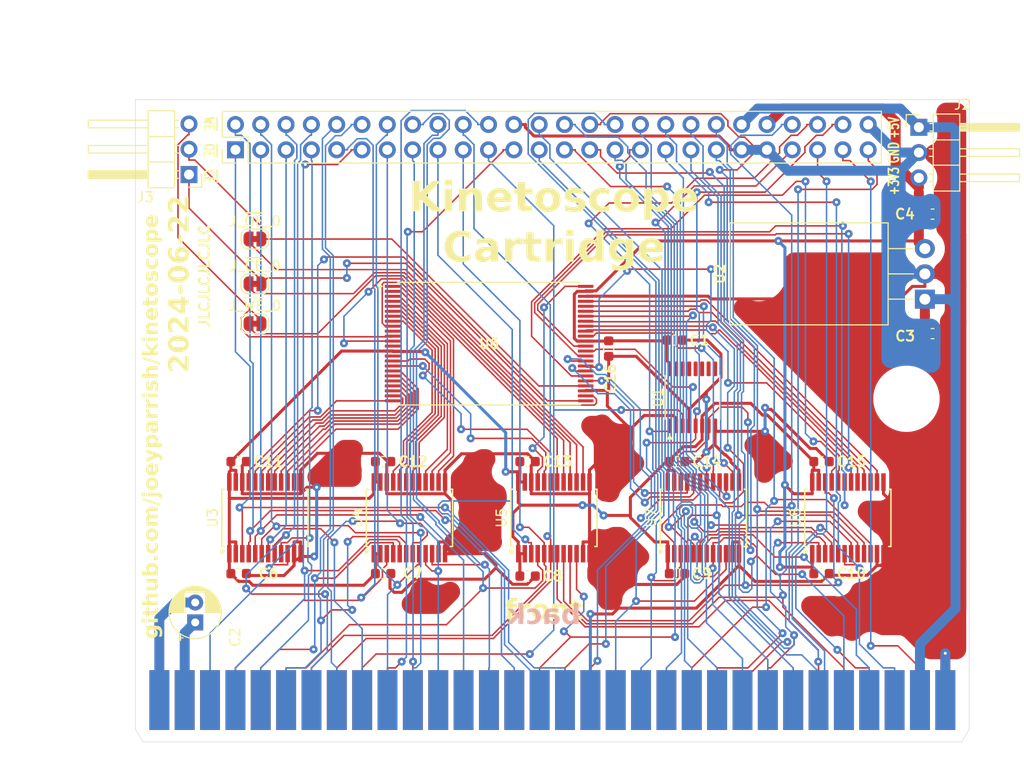
<source format=kicad_pcb>
(kicad_pcb (version 20240108) (generator "pcbnew") (generator_version "8.0")
  (title_block (title "Kinetoscope Cartridge Connector Board"))
  (layers (0 "F.Cu" signal) (31 "B.Cu" signal) (34 "B.Paste" user) (35 "F.Paste" user) (36 "B.SilkS" user "B.Silkscreen") (37 "F.SilkS" user "F.Silkscreen") (38 "B.Mask" user) (39 "F.Mask" user) (44 "Edge.Cuts" user))
  (net 0 "")
  (net 1 "+5V")
  (net 2 "GND")
  (net 3 "/SEGA_A19")
  (net 4 "/SEGA_A9")
  (net 5 "/~{SEGA_CE}")
  (net 6 "/SEGA_D3")
  (net 7 "/SEGA_A23")
  (net 8 "/~{SEGA_AS}")
  (net 9 "/SEGA_A18")
  (net 10 "/~{SEGA_RESET}")
  (net 11 "/SEGA_D10")
  (net 12 "/SEGA_A7")
  (net 13 "/SEGA_D0")
  (net 14 "/SEGA_D12")
  (net 15 "/SEGA_A12")
  (net 16 "/SEGA_A10")
  (net 17 "/SEGA_D2")
  (net 18 "/~{SEGA_WE_LB}")
  (net 19 "/SEGA_A22")
  (net 20 "/SEGA_A21")
  (net 21 "/SEGA_D7")
  (net 22 "/SEGA_A11")
  (net 23 "/SEGA_D11")
  (net 24 "/~{SEGA_REGISTER}")
  (net 25 "/SEGA_D15")
  (net 26 "/SEGA_A13")
  (net 27 "/SEGA_A2")
  (net 28 "/SEGA_A6")
  (net 29 "/SEGA_D5")
  (net 30 "/SEGA_D6")
  (net 31 "/SEGA_A14")
  (net 32 "/SEGA_D1")
  (net 33 "/SEGA_D14")
  (net 34 "/SEGA_A8")
  (net 35 "/SEGA_A3")
  (net 36 "/SEGA_A17")
  (net 37 "/SEGA_D13")
  (net 38 "/SEGA_A5")
  (net 39 "/~{SEGA_WE_UB}")
  (net 40 "/SEGA_D4")
  (net 41 "/SEGA_A1")
  (net 42 "/SEGA_D8")
  (net 43 "/SEGA_A20")
  (net 44 "/SEGA_A15")
  (net 45 "/SEGA_A4")
  (net 46 "/SEGA_A16")
  (net 47 "/SEGA_D9")
  (net 48 "/~{SEGA_OE}")
  (net 61 "/~{FLASH_CE}")
  (net 62 "+3.3V")
  (net 63 "/flash-internal/A11_3V")
  (net 64 "/flash-internal/D7_3V")
  (net 65 "/flash-internal/A19_3V")
  (net 66 "/flash-internal/D13_3V")
  (net 67 "/flash-internal/A0_3V")
  (net 68 "/flash-internal/A9_3V")
  (net 69 "/flash-internal/~{CE_3V}")
  (net 70 "/flash-internal/~{WE_3V}")
  (net 71 "/flash-internal/~{RESET_3V}")
  (net 72 "/flash-internal/D0_3V")
  (net 73 "/flash-internal/A7_3V")
  (net 74 "/flash-internal/A10_3V")
  (net 75 "/flash-internal/D12_3V")
  (net 76 "/flash-internal/D8_3V")
  (net 77 "/flash-internal/A6_3V")
  (net 78 "/flash-internal/A17_3V")
  (net 79 "/flash-internal/A18_3V")
  (net 80 "/flash-internal/A4_3V")
  (net 81 "/flash-internal/D2_3V")
  (net 82 "/flash-internal/D4_3V")
  (net 83 "/flash-internal/D5_3V")
  (net 84 "/flash-internal/A15_3V")
  (net 85 "/flash-internal/A1_3V")
  (net 86 "/flash-internal/A12_3V")
  (net 87 "/flash-internal/D9_3V")
  (net 88 "/flash-internal/A3_3V")
  (net 89 "/flash-internal/D11_3V")
  (net 90 "/flash-internal/A14_3V")
  (net 91 "/flash-internal/D1_3V")
  (net 92 "/flash-internal/D3_3V")
  (net 93 "/flash-internal/A16_3V")
  (net 94 "/flash-internal/D10_3V")
  (net 95 "/flash-internal/A13_3V")
  (net 96 "/flash-internal/D14_3V")
  (net 97 "/flash-internal/A5_3V")
  (net 98 "/flash-internal/D6_3V")
  (net 99 "/flash-internal/A2_3V")
  (net 100 "/flash-internal/D15_3V")
  (net 101 "/flash-internal/A8_3V")
  (net 103 "/flash-internal/~{OE_3V}")
  (net 104 "Net-(J_~{CE}_0-A)")
  (net 105 "Net-(J_~{OE}_0-A)")
  (net 106 "Net-(J_~{WE}_0-A)")
  (net 107 "+5VP")
  (net 108 "GNDPWR")
  (footprint "MD-CART-FINGERS:MD-CART-FINGERS" (layer "F.Cu") (at 13 78)
    (property "Reference" "P1" (hide yes))
    (property "Value" "edge connector" (hide yes))
    (fp_line (start 0 -42) (end 0 -1.27) (stroke (width 0.05)) (layer "Edge.Cuts"))
    (fp_line (start 0.762 0) (end 0 -1.27) (stroke (width 0.05)) (layer "Edge.Cuts"))
    (fp_line (start 0.762 0) (end 82.918 0) (stroke (width 0.05)) (layer "Edge.Cuts"))
    (fp_line (start 82.918 0) (end 83.68 -1.27) (stroke (width 0.05)) (layer "Edge.Cuts"))
    (fp_line (start 83.68 -1.27) (end 83.68 -42) (stroke (width 0.05)) (layer "Edge.Cuts"))
  )
  (footprint "Jumper:SolderJumper-2_P1.3mm_Bridged_RoundedPad1.0x1.5mm" (layer "F.Cu") (at 25 27.5)
    (property "Reference" "J_~{OE}_0")
    (property "Value" "jumper-bridged" (hide yes))
  )
  (footprint "Capacitor_SMD:C_0603_1608Metric" (layer "F.Cu") (at 52.3575 49.85)
    (property "Reference" "C13")
    (property "Value" "22nF")
  )
  (footprint "Package_SO:SSOP-24_5.3x8.2mm_P0.65mm" (layer "F.Cu") (at 55 55.5 90)
    (property "Reference" "U5")
    (property "Value" "74LVC8T245")
  )
  (footprint "Capacitor_SMD:C_0603_1608Metric" (layer "F.Cu") (at 37.8575 49.85)
    (property "Reference" "C12")
    (property "Value" "22nF")
  )
  (footprint "Package_SO:SSOP-24_5.3x8.2mm_P0.65mm" (layer "F.Cu") (at 70 55.5 90)
    (property "Reference" "U7")
    (property "Value" "74LVC8T245")
  )
  (footprint "Jumper:SolderJumper-2_P1.3mm_Bridged_RoundedPad1.0x1.5mm" (layer "F.Cu") (at 25 36)
    (property "Reference" "J_~{WE}_0")
    (property "Value" "jumper-bridged" (hide yes))
  )
  (footprint "Capacitor_SMD:C_0603_1608Metric" (layer "F.Cu") (at 81.8575 49.85)
    (property "Reference" "C15")
    (property "Value" "22nF")
  )
  (footprint "Capacitor_SMD:C_0603_1608Metric" (layer "F.Cu") (at 67.12 37.65)
    (property "Reference" "C1")
    (property "Value" "22nF")
  )
  (footprint "Connector_PinHeader_2.54mm:PinHeader_1x03_P2.54mm_Horizontal" (layer "F.Cu") (at 18.375 21.025 180)
    (property "Reference" "J3")
    (property "Value" "debug-flash" (hide yes))
  )
  (footprint "Capacitor_SMD:C_0603_1608Metric" (layer "F.Cu") (at 67.3575 49.85)
    (property "Reference" "C14")
    (property "Value" "22nF")
  )
  (footprint "Package_SO:SSOP-24_5.3x8.2mm_P0.65mm" (layer "F.Cu") (at 84.5 55.5 90)
    (property "Reference" "U8")
    (property "Value" "74LVC8T245")
  )
  (footprint "Capacitor_SMD:C_0603_1608Metric" (layer "F.Cu") (at 52.3575 61.35)
    (property "Reference" "C8")
    (property "Value" "22nF")
  )
  (footprint "Capacitor_THT:CP_Radial_D5.0mm_P2.00mm" (layer "F.Cu") (at 19 66 90)
    (property "Reference" "C2")
    (property "Value" "47uF")
  )
  (footprint "Package_TO_SOT_THT:TO-220-3_Horizontal_TabDown" (layer "F.Cu") (at 92.23 33.54 90)
    (property "Reference" "U2")
    (property "Value" "1.5A @ 3.3V")
  )
  (footprint "Connector_PinHeader_2.54mm:PinHeader_2x26_P2.54mm_Vertical" (layer "F.Cu") (at 23.04 18.54 90)
    (property "Reference" "J1" (hide yes))
    (property "Value" "~" (hide yes))
  )
  (footprint "Capacitor_SMD:C_0603_1608Metric" (layer "F.Cu") (at 93 25)
    (property "Reference" "C4")
    (property "Value" "1uF")
  )
  (footprint "Jumper:SolderJumper-2_P1.3mm_Bridged_RoundedPad1.0x1.5mm" (layer "F.Cu") (at 25 32)
    (property "Reference" "J_~{CE}_0")
    (property "Value" "jumper-bridged" (hide yes))
  )
  (footprint "Capacitor_SMD:C_0603_1608Metric" (layer "F.Cu") (at 37.8575 61.1)
    (property "Reference" "C7")
    (property "Value" "22nF")
  )
  (footprint "Capacitor_SMD:C_0603_1608Metric" (layer "F.Cu") (at 67.3575 61.1)
    (property "Reference" "C9")
    (property "Value" "22nF")
  )
  (footprint "Package_SO:SSOP-24_5.3x8.2mm_P0.65mm" (layer "F.Cu") (at 40.5 55.5 90)
    (property "Reference" "U4")
    (property "Value" "74LVC8T245")
  )
  (footprint "Package_SO:TSOP-I-48_18.4x12mm_P0.5mm" (layer "F.Cu") (at 48.5 38)
    (property "Reference" "U6")
    (property "Value" "S29AL016J55TFIR20")
  )
  (footprint "Package_SO:TSSOP-16_4.4x5mm_P0.65mm" (layer "F.Cu") (at 68.9 43.4 90)
    (property "Reference" "U1")
    (property "Value" "74LVC138")
  )
  (footprint "Capacitor_SMD:C_0603_1608Metric" (layer "F.Cu") (at 60.5 38.5 -90)
    (property "Reference" "C16")
    (property "Value" "22nF")
  )
  (footprint "Package_SO:SSOP-24_5.3x8.2mm_P0.65mm" (layer "F.Cu") (at 26 55.5 90)
    (property "Reference" "U3")
    (property "Value" "74LVC8T245")
  )
  (footprint "Capacitor_SMD:C_0603_1608Metric" (layer "F.Cu") (at 93 37)
    (property "Reference" "C3")
    (property "Value" "4.7uF")
  )
  (footprint "Capacitor_SMD:C_0603_1608Metric" (layer "F.Cu") (at 81.8575 61.1)
    (property "Reference" "C10")
    (property "Value" "22nF")
  )
  (footprint "Capacitor_SMD:C_0603_1608Metric" (layer "F.Cu") (at 23.3575 61.1)
    (property "Reference" "C6")
    (property "Value" "22nF")
  )
  (footprint "Connector_PinHeader_2.54mm:PinHeader_1x03_P2.54mm_Horizontal" (layer "F.Cu") (at 91.625 16.275)
    (property "Reference" "J2")
    (property "Value" "debug-power" (hide yes))
  )
  (footprint "Capacitor_SMD:C_0603_1608Metric" (layer "F.Cu") (at 23.3575 49.85)
    (property "Reference" "C11")
    (property "Value" "22nF")
  )
  (gr_line (start 96.68 36) (end 96.68 13.5) (stroke (width 0.05)) (layer "Edge.Cuts"))
  (gr_line (start 13 36) (end 13 13.5) (stroke (width 0.05)) (layer "Edge.Cuts"))
  (gr_line (start 13 13.5) (end 96.68 13.5) (stroke (width 0.05)) (layer "Edge.Cuts"))
  (gr_text "JLCJLCJLCJLC" (at 20.5 36.5 90) (layer "F.SilkS") (effects (font (size 1 1) (thickness 0.2) (bold yes)) (justify left bottom)))
  (gr_text "GND" (at 89.7 20 90) (layer "F.SilkS") (effects (font (size 1 0.7) (thickness 0.175) (bold yes)) (justify left bottom)))
  (gr_text "~{CE}" (at 19.8 20.4 270) (layer "F.SilkS") (effects (font (size 1 0.7) (thickness 0.175) (bold yes)) (justify left bottom)))
  (gr_text "+3V3" (at 89.7 23.2 90) (layer "F.SilkS") (effects (font (size 1 0.7) (thickness 0.175) (bold yes)) (justify left bottom)))
  (gr_text "+5V" (at 89.7 17.5 90) (layer "F.SilkS") (effects (font (size 1 0.7) (thickness 0.175) (bold yes)) (justify left bottom)))
  (gr_text "Kinetoscope\nCartridge" (at 55 26 0) (layer "F.SilkS") (effects (font (size 3 3))))
  (gr_text "~{WE}" (at 19.8 15.1 270) (layer "F.SilkS") (effects (font (size 1 0.7) (thickness 0.175) (bold yes)) (justify left bottom)))
  (gr_text "github.com/joeyparrish/kinetoscope" (at 15.5 25 90) (layer "F.SilkS") (effects (font (size 1.5 1.5) (thickness 0.2) (bold yes)) (justify right bottom)))
  (gr_text "~{OE}" (at 19.8 17.8 270) (layer "F.SilkS") (effects (font (size 1 0.7) (thickness 0.175) (bold yes)) (justify left bottom)))
  (gr_text "2024-06-22" (at 17.5 32 90) (layer "F.SilkS") (effects (font (size 2 2) (thickness 0.3) (bold yes))))
  (segment (start 92.23 33.54) (end 92.23 35.2675) (width 1) (layer "F.Cu") (net 1))
  (segment (start 92.23 35.2675) (end 92.23 36.995) (width 1) (layer "F.Cu") (net 1))
  (segment (start 92.225 35.2725) (end 92.225 37) (width 0.3048) (layer "F.Cu") (net 1))
  (segment (start 92.23 35.2675) (end 92.225 35.2725) (width 0.3048) (layer "F.Cu") (net 1))
  (segment (start 94.975 16.275) (end 91.625 16.275) (width 1) (layer "B.Cu") (net 1))
  (segment (start 91.735 73.8) (end 91.735 68.165) (width 1) (layer "B.Cu") (net 1))
  (segment (start 91.735 68.165) (end 95.3 64.6) (width 1) (layer "B.Cu") (net 1))
  (segment (start 94.74 33.54) (end 92.23 33.54) (width 1) (layer "B.Cu") (net 1))
  (segment (start 95.3 64.6) (end 95.3 34.1) (width 1) (layer "B.Cu") (net 1))
  (segment (start 95.3 34.1) (end 95.3 16.6) (width 1) (layer "B.Cu") (net 1))
  (segment (start 73.84 16) (end 75.44 14.4) (width 1) (layer "B.Cu") (net 1))
  (segment (start 75.44 14.4) (end 89.75 14.4) (width 1) (layer "B.Cu") (net 1))
  (segment (start 95.3 34.1) (end 94.74 33.54) (width 1) (layer "B.Cu") (net 1))
  (segment (start 95.3 16.6) (end 94.975 16.275) (width 1) (layer "B.Cu") (net 1))
  (segment (start 89.75 14.4) (end 91.625 16.275) (width 1) (layer "B.Cu") (net 1))
  (segment (start 87.425 59.1) (end 87.425 60.2815) (width 0.3048) (layer "F.Cu") (net 2))
  (segment (start 73.575 51.9) (end 73.575 50.7185) (width 0.3048) (layer "F.Cu") (net 2))
  (segment (start 59.5881 60.2815) (end 58.575 60.2815) (width 0.3048) (layer "F.Cu") (net 2))
  (segment (start 72.7599 49.9034) (end 73.575 50.7185) (width 0.3048) (layer "F.Cu") (net 2))
  (segment (start 70.3 42.861956) (end 70.3 43.6) (width 0.3048) (layer "F.Cu") (net 2))
  (segment (start 88.075 60.0302) (end 87.8237 60.2815) (width 0.3048) (layer "F.Cu") (net 2))
  (segment (start 71.175 46.8125) (end 76.1928 46.8125) (width 0.3048) (layer "F.Cu") (net 2))
  (segment (start 71.175 46.8125) (end 71.175 48.0142) (width 0.3048) (layer "F.Cu") (net 2))
  (segment (start 94.68 31) (end 92.23 31) (width 1) (layer "F.Cu") (net 2))
  (segment (start 71.7656 39.0424) (end 71.7656 41.396356) (width 0.3048) (layer "F.Cu") (net 2))
  (segment (start 28.925 59.1) (end 28.925 57.9185) (width 0.3048) (layer "F.Cu") (net 2))
  (segment (start 76.7843 44.6007) (end 80.7149 48.5313) (width 0.3048) (layer "F.Cu") (net 2))
  (segment (start 63.2493 39.275) (end 68.575 44.6007) (width 0.3048) (layer "F.Cu") (net 2))
  (segment (start 58.575 51.3092) (end 58.575 50.7185) (width 0.3048) (layer "F.Cu") (net 2))
  (segment (start 58.575 53.0815) (end 52.725 53.0815) (width 0.3048) (layer "F.Cu") (net 2))
  (segment (start 69.3392 49.85) (end 68.1325 49.85) (width 0.3048) (layer "F.Cu") (net 2))
  (segment (start 94.68 37) (end 95.88 35.8) (width 1) (layer "F.Cu") (net 2))
  (segment (start 29.575 58.7854) (end 29.575 58.0336) (width 0.3048) (layer "F.Cu") (net 2))
  (segment (start 73.575 57.9185) (end 72.925 57.9185) (width 0.3048) (layer "F.Cu") (net 2))
  (segment (start 82.7984 61.2659) (end 86.4406 61.2659) (width 0.3048) (layer "F.Cu") (net 2))
  (segment (start 58.575 51.3092) (end 58.575 51.9) (width 0.3048) (layer "F.Cu") (net 2))
  (segment (start 93.775 37) (end 94.68 37) (width 1) (layer "F.Cu") (net 2))
  (segment (start 60.5 39.275) (end 63.2493 39.275) (width 0.3048) (layer "F.Cu") (net 2))
  (segment (start 71.5696 17.1565) (end 72.6835 18.2704) (width 0.3048) (layer "F.Cu") (net 2))
  (segment (start 70.330978 42.830978) (end 68.575 44.586956) (width 0.3048) (layer "F.Cu") (net 2))
  (segment (start 73.575 59.1) (end 73.575 60.2815) (width 0.3048) (layer "F.Cu") (net 2))
  (segment (start 61.4955 62.1889) (end 67.3225 62.1889) (width 0.3048) (layer "F.Cu") (net 2))
  (segment (start 58.575 51.9) (end 58.575 53.0815) (width 0.3048) (layer "F.Cu") (net 2))
  (segment (start 70.2946 48.8946) (end 69.3392 49.85) (width 0.3048) (layer "F.Cu") (net 2))
  (segment (start 95.7457 60.2815) (end 88.075 60.2815) (width 0.3048) (layer "F.Cu") (net 2))
  (segment (start 50.8503 62.1674) (end 49.1919 60.509) (width 0.3048) (layer "F.Cu") (net 2))
  (segment (start 28.925 59.1) (end 28.925 59.6907) (width 0.3048) (layer "F.Cu") (net 2))
  (segment (start 58.575 58.6322) (end 58.575 57.9185) (width 0.3048) (layer "F.Cu") (net 2))
  (segment (start 60.3635 42.7053) (end 60.3635 44.2716) (width 0.3048) (layer "F.Cu") (net 2))
  (segment (start 49.1919 60.509) (end 49.1919 60.2668) (width 0.3048) (layer "F.Cu") (net 2))
  (segment (start 37.49 49.017) (end 31.2765 49.017) (width 0.3048) (layer "F.Cu") (net 2))
  (segment (start 29.575 57.92) (end 29.575 57.9185) (width 0.3048) (layer "F.Cu") (net 2))
  (segment (start 87.8237 60.2815) (end 87.425 60.2815) (width 0.3048) (layer "F.Cu") (net 2))
  (segment (start 88.075 59.1) (end 88.075 59.6907) (width 0.3048) (layer "F.Cu") (net 2))
  (segment (start 60.3635 44.2716) (end 62.6817 46.5898) (width 0.3048) (layer "F.Cu") (net 2))
  (segment (start 71.081 48.1082) (end 72.1461 49.1734) (width 0.3048) (layer "F.Cu") (net 2))
  (segment (start 52.3501 49.0676) (end 53.1325 49.85) (width 0.3048) (layer "F.Cu") (net 2))
  (segment (start 88.075 60.0302) (end 88.075 60.2815) (width 0.3048) (layer "F.Cu") (net 2))
  (segment (start 52.1365 16.2892) (end 53.0038 17.1565) (width 0.3048) (layer "F.Cu") (net 2))
  (segment (start 38.9701 62.98) (end 39.7442 62.98) (width 0.3048) (layer "F.Cu") (net 2))
  (segment (start 82.6325 61.1) (end 81.8499 61.8826) (width 0.3048) (layer "F.Cu") (net 2))
  (segment (start 44.075 53.0815) (end 44.075 51.9) (width 0.3048) (layer "F.Cu") (net 2))
  (segment (start 45.7259 49.0676) (end 52.3501 49.0676) (width 0.3048) (layer "F.Cu") (net 2))
  (segment (start 24.1325 49.85) (end 23.725 50.2575) (width 0.3048) (layer "F.Cu") (net 2))
  (segment (start 76.1928 44.6007) (end 76.1928 44.441) (width 0.3048) (layer "F.Cu") (net 2))
  (segment (start 58.3443 33.237) (end 70.4735 33.237) (width 0.3048) (layer "F.Cu") (net 2))
  (segment (start 88.075 52.4907) (end 88.075 51.9) (width 0.3048) (layer "F.Cu") (net 2))
  (segment (start 71.175 48.0142) (end 71.081 48.1082) (width 0.3048) (layer "F.Cu") (net 2))
  (segment (start 66.972599 45.2226) (end 64.0489 45.2226) (width 0.3048) (layer "F.Cu") (net 2))
  (segment (start 67.895 37.65) (end 70.3732 37.65) (width 0.3048) (layer "F.Cu") (net 2))
  (segment (start 94.28 69.1) (end 94.28 66.1476) (width 1) (layer "F.Cu") (net 2))
  (segment (start 38.225 50.1204) (end 38.225 51.9) (width 0.3048) (layer "F.Cu") (net 2))
  (segment (start 28.925 59.6907) (end 29.2432 59.6907) (width 0.3048) (layer "F.Cu") (net 2))
  (segment (start 72.6835 18.2704) (end 72.6835 18.54) (width 0.3048) (layer "F.Cu") (net 2))
  (segment (start 58.575 57.9185) (end 58.575 53.0815) (width 0.3048) (layer "F.Cu") (net 2))
  (segment (start 94.28 73.8) (end 94.28 69.1) (width 1) (layer "F.Cu") (net 2))
  (segment (start 49.1919 60.2668) (end 48.0251 59.1) (width 0.3048) (layer "F.Cu") (net 2))
  (segment (start 58.1875 33.25) (end 58.2412 33.25) (width 0.3048) (layer "F.Cu") (net 2))
  (segment (start 58.3313 33.25) (end 58.2412 33.25) (width 0.3004) (layer "F.Cu") (net 2))
  (segment (start 72.2409 49.1734) (end 72.7599 49.6924) (width 0.3048) (layer "F.Cu") (net 2))
  (segment (start 52.1365 16) (end 52.1365 16.2892) (width 0.3048) (layer "F.Cu") (net 2))
  (segment (start 73.84 18.54) (end 72.6835 18.54) (width 0.3048) (layer "F.Cu") (net 2))
  (segment (start 38.4092 49.9362) (end 38.4954 49.85) (width 0.3048) (layer "F.Cu") (net 2))
  (segment (start 92.23 31) (end 92.23 32.259) (width 0.3048) (layer "F.Cu") (net 2))
  (segment (start 59.2392 42.7053) (end 60.3635 42.7053) (width 0.3048) (layer "F.Cu") (net 2))
  (segment (start 95.88 35.8) (end 95.88 32.2) (width 1) (layer "F.Cu") (net 2))
  (segment (start 81.8499 61.8826) (end 75.1761 61.8826) (width 0.3048) (layer "F.Cu") (net 2))
  (segment (start 31.2765 49.017) (end 29.575 50.7185) (width 0.3048) (layer "F.Cu") (net 2))
  (segment (start 95.88 55.7469) (end 95.88 35.8) (width 1) (layer "F.Cu") (net 2))
  (segment (start 58.657 65.1506) (end 60.8851 65.1506) (width 0.3048) (layer "F.Cu") (net 2))
  (segment (start 28.925 57.9185) (end 29.575 57.9185) (width 0.3048) (layer "F.Cu") (net 2))
  (segment (start 61.5196 64.5643) (end 69.2922 64.5643) (width 0.3048) (layer "F.Cu") (net 2))
  (segment (start 52.725 51.9) (end 52.725 50.2575) (width 0.3048) (layer "F.Cu") (net 2))
  (segment (start 44.8048 53.8113) (end 44.075 53.0815) (width 0.3048) (layer "F.Cu") (net 2))
  (segment (start 29.575 58.7854) (end 29.575 59.1) (width 0.3048) (layer "F.Cu") (net 2))
  (segment (start 72.925 58.7854) (end 72.925 57.9185) (width 0.3048) (layer "F.Cu") (net 2))
  (segment (start 38.5471 62.557) (end 38.9701 62.98) (width 0.3048) (layer "F.Cu") (net 2))
  (segment (start 44.8048 57.1887) (end 44.8048 53.8113) (width 0.3048) (layer "F.Cu") (net 2))
  (segment (start 81.3138 48.5313) (end 82.6325 49.85) (width 0.3048) (layer "F.Cu") (net 2))
  (segment (start 95.88 32.2) (end 94.68 31) (width 1) (layer "F.Cu") (net 2))
  (segment (start 38.4954 49.85) (end 38.6325 49.85) (width 0.3048) (layer "F.Cu") (net 2))
  (segment (start 24.3232 61.2907) (end 24.1325 61.1) (width 0.3048) (layer "F.Cu") (net 2))
  (segment (start 58.3313 33.25) (end 58.3443 33.237) (width 0.3048) (layer "F.Cu") (net 2))
  (segment (start 38.6325 61.1) (end 38.5471 61.1854) (width 0.3048) (layer "F.Cu") (net 2))
  (segment (start 28.925 59.6907) (end 28.925 60.2815) (width 0.3048) (layer "F.Cu") (net 2))
  (segment (start 71.7656 41.396356) (end 70.330978 42.830978) (width 0.3048) (layer "F.Cu") (net 2))
  (segment (start 94.28 66.1476) (end 95.88 64.5476) (width 1) (layer "F.Cu") (net 2))
  (segment (start 61.4955 64.5402) (end 61.5196 64.5643) (width 0.3048) (layer "F.Cu") (net 2))
  (segment (start 70.7494 33.5129) (end 89.7171 33.5129) (width 0.3048) (layer "F.Cu") (net 2))
  (segment (start 38.4092 49.9362) (end 37.49 49.017) (width 0.3048) (layer "F.Cu") (net 2))
  (segment (start 58.2322 42.7053) (end 58.1875 42.75) (width 0.3004) (layer "F.Cu") (net 2))
  (segment (start 52.725 50.2575) (end 53.1325 49.85) (width 0.3048) (layer "F.Cu") (net 2))
  (segment (start 48.0421 61.6588) (end 49.1919 60.509) (width 0.3048) (layer "F.Cu") (net 2))
  (segment (start 88.075 52.4907) (end 88.075 53.0815) (width 0.3048) (layer "F.Cu") (net 2))
  (segment (start 58.575 50.6965) (end 58.575 50.7185) (width 0.3048) (layer "F.Cu") (net 2))
  (segment (start 58.575 59.1) (end 58.575 60.2815) (width 0.3048) (layer "F.Cu") (net 2))
  (segment (start 29.575 53.0815) (end 30.2315 52.425) (width 0.3048) (layer "F.Cu") (net 2))
  (segment (start 28.925 60.2815) (end 27.9158 61.2907) (width 0.3048) (layer "F.Cu") (net 2))
  (segment (start 95.88 60.1472) (end 95.88 55.7469) (width 1) (layer "F.Cu") (net 2))
  (segment (start 95.88 32.2) (end 95.88 27.105) (width 1) (layer "F.Cu") (net 2))
  (segment (start 48.0251 59.1) (end 44.075 59.1) (width 0.3048) (layer "F.Cu") (net 2))
  (segment (start 64.0489 45.2226) (end 62.6817 46.5898) (width 0.3048) (layer "F.Cu") (net 2))
  (segment (start 60.8851 65.1506) (end 61.4955 64.5402) (width 0.3048) (layer "F.Cu") (net 2))
  (segment (start 90.7404 55.7469) (end 88.075 53.0815) (width 0.3048) (layer "F.Cu") (net 2))
  (segment (start 23.725 50.2575) (end 23.725 51.9) (width 0.3048) (layer "F.Cu") (net 2))
  (segment (start 75.1761 61.8826) (end 73.575 60.2815) (width 0.3048) (layer "F.Cu") (net 2))
  (segment (start 68.1325 61.3789) (end 68.1325 61.1) (width 0.3048) (layer "F.Cu") (net 2))
  (segment (start 59.2392 42.7053) (end 58.2322 42.7053) (width 0.3004) (layer "F.Cu") (net 2))
  (segment (start 89.7171 33.5129) (end 90.971 32.259) (width 0.3048) (layer "F.Cu") (net 2))
  (segment (start 72.925 58.7854) (end 72.925 59.1) (width 0.3048) (layer "F.Cu") (net 2))
  (segment (start 60.3635 42.7053) (end 60.5 42.5688) (width 0.3048) (layer "F.Cu") (net 2))
  (segment (start 76.1928 44.6007) (end 76.7843 44.6007) (width 0.3048) (layer "F.Cu") (net 2))
  (segment (start 58.575 57.9185) (end 57.925 57.9185) (width 0.3048) (layer "F.Cu") (net 2))
  (segment (start 53.0038 17.1565) (end 71.5696 17.1565) (width 0.3048) (layer "F.Cu") (net 2))
  (segment (start 71.081 48.1082) (end 70.2946 48.8946) (width 0.3048) (layer "F.Cu") (net 2))
  (segment (start 70.3732 37.65) (end 71.7656 39.0424) (width 0.3048) (layer "F.Cu") (net 2))
  (segment (start 29.555 59.3789) (end 30.9444 59.3789) (width 0.3048) (layer "F.Cu") (net 2))
  (segment (start 70.330978 42.830978) (end 70.3 42.861956) (width 0.3048) (layer "F.Cu") (net 2))
  (segment (start 70.4735 33.237) (end 70.7494 33.5129) (width 0.3048) (layer "F.Cu") (net 2))
  (segment (start 69.2922 64.5643) (end 73.575 60.2815) (width 0.3048) (layer "F.Cu") (net 2))
  (segment (start 27.9158 61.2907) (end 24.3232 61.2907) (width 0.3048) (layer "F.Cu") (net 2))
  (segment (start 90.971 32.259) (end 92.23 32.259) (width 0.3048) (layer "F.Cu") (net 2))
  (segment (start 38.225 53.0815) (end 44.075 53.0815) (width 0.3048) (layer "F.Cu") (net 2))
  (segment (start 73.575 58.6244) (end 73.575 59.1) (width 0.3048) (layer "F.Cu") (net 2))
  (segment (start 86.4406 61.2659) (end 87.425 60.2815) (width 0.3048) (layer "F.Cu") (net 2))
  (segment (start 29.575 51.9) (end 29.575 53.0815) (width 0.3048) (layer "F.Cu") (net 2))
  (segment (start 50.98 16) (end 52.1365 16) (width 0.3048) (layer "F.Cu") (net 2))
  (segment (start 44.075 50.7185) (end 45.7259 49.0676) (width 0.3048) (layer "F.Cu") (net 2))
  (segment (start 62.6817 46.5898) (end 58.575 50.6965) (width 0.3048) (layer "F.Cu") (net 2))
  (segment (start 95.88 60.1472) (end 95.7457 60.2815) (width 0.3048) (layer "F.Cu") (net 2))
  (segment (start 53.1325 61.35) (end 52.3151 62.1674) (width 0.3048) (layer "F.Cu") (net 2))
  (segment (start 43.425 58.6244) (end 43.425 59.1) (width 0.3048) (layer "F.Cu") (net 2))
  (segment (start 58.575 58.6322) (end 58.575 59.1) (width 0.3048) (layer "F.Cu") (net 2))
  (segment (start 67.275 46.2625) (end 67.275 45.525001) (width 0.3048) (layer "F.Cu") (net 2))
  (segment (start 60.5 42.5688) (end 60.5 39.275) (width 0.3048) (layer "F.Cu") (net 2))
  (segment (start 30.2315 52.425) (end 31.192 52.425) (width 0.3048) (layer "F.Cu") (net 2))
  (segment (start 29.575 51.9) (end 29.575 50.7185) (width 0.3048) (layer "F.Cu") (net 2))
  (segment (start 67.3225 62.1889) (end 68.1325 61.3789) (width 0.3048) (layer "F.Cu") (net 2))
  (segment (start 39.7442 62.98) (end 41.0654 61.6588) (width 0.3048) (layer "F.Cu") (net 2))
  (segment (start 23.725 53.0815) (end 29.575 53.0815) (width 0.3048) (layer "F.Cu") (net 2))
  (segment (start 88.075 59.6907) (end 88.075 60.0302) (width 0.3048) (layer "F.Cu") (net 2))
  (segment (start 29.575 58.0336) (end 29.575 57.92) (width 0.3048) (layer "F.Cu") (net 2))
  (segment (start 23.725 51.9) (end 23.725 53.0815) (width 0.3048) (layer "F.Cu") (net 2))
  (segment (start 44.075 59.1) (end 44.075 57.9185) (width 0.3048) (layer "F.Cu") (net 2))
  (segment (start 57.925 59.1) (end 57.925 57.9185) (width 0.3048) (layer "F.Cu") (net 2))
  (segment (start 61.4955 64.5402) (end 61.4955 62.1889) (width 0.3048) (layer "F.Cu") (net 2))
  (segment (start 44.075 57.9185) (end 44.8048 57.1887) (width 0.3048) (layer "F.Cu") (net 2))
  (segment (start 80.7149 48.5313) (end 81.3138 48.5313) (width 0.3048) (layer "F.Cu") (net 2))
  (segment (start 52.3151 62.1674) (end 50.8503 62.1674) (width 0.3048) (layer "F.Cu") (net 2))
  (segment (start 95.88 64.5476) (end 95.88 60.1472) (width 1) (layer "F.Cu") (net 2))
  (segment (start 95.88 27.105) (end 93.775 25) (width 1) (layer "F.Cu") (net 2))
  (segment (start 68.575 44.6007) (end 68.575 46.2625) (width 0.3048) (layer "F.Cu") (net 2))
  (segment (start 29.2432 59.6907) (end 29.555 59.3789) (width 0.3048) (layer "F.Cu") (net 2))
  (segment (start 72.1461 49.1734) (end 72.2409 49.1734) (width 0.3048) (layer "F.Cu") (net 2))
  (segment (start 73.575 58.6244) (end 73.575 57.9185) (width 0.3048) (layer "F.Cu") (net 2))
  (segment (start 72.7599 49.6924) (end 72.7599 49.9034) (width 0.3048) (layer "F.Cu") (net 2))
  (segment (start 61.4955 62.1889) (end 59.5881 60.2815) (width 0.3048) (layer "F.Cu") (net 2))
  (segment (start 95.88 55.7469) (end 90.7404 55.7469) (width 0.3048) (layer "F.Cu") (net 2))
  (segment (start 43.425 58.6244) (end 43.425 57.9185) (width 0.3048) (layer "F.Cu") (net 2))
  (segment (start 41.0654 61.6588) (end 48.0421 61.6588) (width 0.3048) (layer "F.Cu") (net 2))
  (segment (start 52.725 51.9) (end 52.725 53.0815) (width 0.3048) (layer "F.Cu") (net 2))
  (segment (start 67.275 45.525001) (end 66.972599 45.2226) (width 0.3048) (layer "F.Cu") (net 2))
  (segment (start 43.425 57.9185) (end 44.075 57.9185) (width 0.3048) (layer "F.Cu") (net 2))
  (segment (start 38.5471 61.1854) (end 38.5471 62.557) (width 0.3048) (layer "F.Cu") (net 2))
  (segment (start 44.075 51.9) (end 44.075 50.7185) (width 0.3048) (layer "F.Cu") (net 2))
  (segment (start 82.6325 61.1) (end 82.7984 61.2659) (width 0.3048) (layer "F.Cu") (net 2))
  (segment (start 38.225 51.9) (end 38.225 53.0815) (width 0.3048) (layer "F.Cu") (net 2))
  (segment (start 38.4092 49.9362) (end 38.225 50.1204) (width 0.3048) (layer "F.Cu") (net 2))
  (via (at 76.1928 46.8125) (size 0.8) (drill 0.3) (layers "F.Cu" "B.Cu") (net 2))
  (via (at 30.9444 59.3789) (size 0.8) (drill 0.3) (layers "F.Cu" "B.Cu") (net 2))
  (via (at 76.1928 44.441) (size 0.8) (drill 0.3) (layers "F.Cu" "B.Cu") (net 2))
  (via (at 70.3 43.6) (size 0.8) (drill 0.3) (layers "F.Cu" "B.Cu") (net 2))
  (via (at 70.2946 48.8946) (size 0.8) (drill 0.3) (layers "F.Cu" "B.Cu") (net 2))
  (via (at 94.28 69.1) (size 0.8) (drill 0.3) (layers "F.Cu" "B.Cu") (net 2))
  (via (at 31.192 52.425) (size 0.8) (drill 0.3) (layers "F.Cu" "B.Cu") (net 2))
  (via (at 58.657 65.1506) (size 0.8) (drill 0.3) (layers "F.Cu" "B.Cu") (net 2))
  (segment (start 31.192 59.1313) (end 31.192 52.425) (width 0.3048) (layer "B.Cu") (net 2))
  (segment (start 89.8 20.64) (end 91.625 18.815) (width 1) (layer "B.Cu") (net 2))
  (segment (start 78.48 20.64) (end 89.8 20.64) (width 1) (layer "B.Cu") (net 2))
  (segment (start 30.9444 59.3789) (end 31.192 59.1313) (width 0.3048) (layer "B.Cu") (net 2))
  (segment (start 76.1928 44.441) (end 76.1928 46.8125) (width 0.3048) (layer "B.Cu") (net 2))
  (segment (start 70.3 48.8892) (end 70.2946 48.8946) (width 0.3048) (layer "B.Cu") (net 2))
  (segment (start 58.657 73.8) (end 58.657 65.1506) (width 0.3048) (layer "B.Cu") (net 2))
  (segment (start 92.23 31) (end 89.8 31) (width 1) (layer "B.Cu") (net 2))
  (segment (start 70.3 43.6) (end 70.3 48.8892) (width 0.3048) (layer "B.Cu") (net 2))
  (segment (start 89.8 31) (end 89.8 20.64) (width 1) (layer "B.Cu") (net 2))
  (segment (start 73.84 18.54) (end 76.38 18.54) (width 1) (layer "B.Cu") (net 2))
  (segment (start 76.38 18.54) (end 78.48 20.64) (width 1) (layer "B.Cu") (net 2))
  (segment (start 86.54 16) (end 89.355 18.815) (width 1) (layer "B.Cu") (net 2))
  (segment (start 94.28 73.8) (end 94.28 69.1) (width 1) (layer "B.Cu") (net 2))
  (segment (start 89.355 18.815) (end 91.625 18.815) (width 1) (layer "B.Cu") (net 2))
  (segment (start 30.667 70.5697) (end 33.9298 67.3069) (width 0.1524) (layer "F.Cu") (net 3))
  (segment (start 52.4764 56.4461) (end 51.5887 56.4461) (width 0.1524) (layer "F.Cu") (net 3))
  (segment (start 54.025 58.5473) (end 54.025 59.1) (width 0.1524) (layer "F.Cu") (net 3))
  (segment (start 54.025 59.1) (end 54.025 60.2053) (width 0.1524) (layer "F.Cu") (net 3))
  (segment (start 54.025 57.9947) (end 52.4764 56.4461) (width 0.1524) (layer "F.Cu") (net 3))
  (segment (start 48.7921 67.3069) (end 54.1974 61.9016) (width 0.1524) (layer "F.Cu") (net 3))
  (segment (start 54.025 58.5473) (end 54.025 57.9947) (width 0.1524) (layer "F.Cu") (net 3))
  (segment (start 54.1974 60.3777) (end 54.025 60.2053) (width 0.1524) (layer "F.Cu") (net 3))
  (segment (start 54.1974 61.9016) (end 54.1974 60.3777) (width 0.1524) (layer "F.Cu") (net 3))
  (segment (start 30.667 73.8) (end 30.667 70.5697) (width 0.1524) (layer "F.Cu") (net 3))
  (segment (start 33.9298 67.3069) (end 48.7921 67.3069) (width 0.1524) (layer "F.Cu") (net 3))
  (via (at 51.5887 56.4461) (size 0.8) (drill 0.3) (layers "F.Cu" "B.Cu") (net 3))
  (segment (start 45.9 18.54) (end 45.9 29.9972) (width 0.1524) (layer "B.Cu") (net 3))
  (segment (start 51.5887 35.6859) (end 51.5887 56.4461) (width 0.1524) (layer "B.Cu") (net 3))
  (segment (start 45.9 29.9972) (end 51.5887 35.6859) (width 0.1524) (layer "B.Cu") (net 3))
  (segment (start 29.8198 63.7839) (end 35.382 63.7839) (width 0.1524) (layer "F.Cu") (net 4))
  (segment (start 35.8074 63.507) (end 35.6589 63.507) (width 0.1524) (layer "F.Cu") (net 4))
  (segment (start 23.034 73.8) (end 23.034 70.5697) (width 0.1524) (layer "F.Cu") (net 4))
  (segment (start 37.7884 61.526) (end 35.8074 63.507) (width 0.1524) (layer "F.Cu") (net 4))
  (segment (start 38.225 59.1) (end 38.225 60.2053) (width 0.1524) (layer "F.Cu") (net 4))
  (segment (start 23.034 70.5697) (end 29.8198 63.7839) (width 0.1524) (layer "F.Cu") (net 4))
  (segment (start 38.225 60.2053) (end 37.7884 60.6419) (width 0.1524) (layer "F.Cu") (net 4))
  (segment (start 37.7884 60.6419) (end 37.7884 61.526) (width 0.1524) (layer "F.Cu") (net 4))
  (segment (start 35.382 63.7839) (end 35.6589 63.507) (width 0.1524) (layer "F.Cu") (net 4))
  (via (at 35.6589 63.507) (size 0.8) (drill 0.3) (layers "F.Cu" "B.Cu") (net 4))
  (segment (start 34.2803 18.405) (end 34.2803 18.54) (width 0.1524) (layer "B.Cu") (net 4))
  (segment (start 35.6589 63.507) (end 37.0276 62.1383) (width 0.1524) (layer "B.Cu") (net 4))
  (segment (start 36.8541 18.0796) (end 36.1945 17.42) (width 0.1524) (layer "B.Cu") (net 4))
  (segment (start 36.1945 17.42) (end 35.2653 17.42) (width 0.1524) (layer "B.Cu") (net 4))
  (segment (start 36.8541 32.359) (end 36.8541 18.0796) (width 0.1524) (layer "B.Cu") (net 4))
  (segment (start 37.0276 62.1383) (end 37.0276 32.5325) (width 0.1524) (layer "B.Cu") (net 4))
  (segment (start 35.2653 17.42) (end 34.2803 18.405) (width 0.1524) (layer "B.Cu") (net 4))
  (segment (start 33.2 18.54) (end 34.2803 18.54) (width 0.1524) (layer "B.Cu") (net 4))
  (segment (start 37.0276 32.5325) (end 36.8541 32.359) (width 0.1524) (layer "B.Cu") (net 4))
  (segment (start 60.5439 23.8776) (end 66.8099 23.8776) (width 0.1524) (layer "F.Cu") (net 5))
  (segment (start 58.5235 68.1582) (end 60.2128 68.1582) (width 0.1524) (layer "F.Cu") (net 5))
  (segment (start 77.65 18.8449) (end 77.65 18.2355) (width 0.1524) (layer "F.Cu") (net 5))
  (segment (start 77.65 18.2355) (end 78.8052 17.0803) (width 0.1524) (layer "F.Cu") (net 5))
  (segment (start 56.112 70.5697) (end 58.5235 68.1582) (width 0.1524) (layer "F.Cu") (net 5))
  (segment (start 56.112 73.8) (end 56.112 70.5697) (width 0.1524) (layer "F.Cu") (net 5))
  (segment (start 75.0981 21.3968) (end 77.65 18.8449) (width 0.1524) (layer "F.Cu") (net 5))
  (segment (start 66.8099 23.8776) (end 69.2907 21.3968) (width 0.1524) (layer "F.Cu") (net 5))
  (segment (start 81.46 16) (end 80.3797 16) (width 0.1524) (layer "F.Cu") (net 5))
  (segment (start 79.4346 17.0803) (end 80.3797 16.1352) (width 0.1524) (layer "F.Cu") (net 5))
  (segment (start 78.8052 17.0803) (end 79.4346 17.0803) (width 0.1524) (layer "F.Cu") (net 5))
  (segment (start 69.2907 21.3968) (end 75.0981 21.3968) (width 0.1524) (layer "F.Cu") (net 5))
  (segment (start 58.4887 25.9328) (end 60.5439 23.8776) (width 0.1524) (layer "F.Cu") (net 5))
  (segment (start 66.625 46.8125) (end 64.6041 46.8125) (width 0.1524) (layer "F.Cu") (net 5))
  (segment (start 80.3797 16.1352) (end 80.3797 16) (width 0.1524) (layer "F.Cu") (net 5))
  (via (at 60.2128 68.1582) (size 0.8) (drill 0.3) (layers "F.Cu" "B.Cu") (net 5))
  (via (at 64.6041 46.8125) (size 0.8) (drill 0.3) (layers "F.Cu" "B.Cu") (net 5))
  (via (at 58.4887 25.9328) (size 0.8) (drill 0.3) (layers "F.Cu" "B.Cu") (net 5))
  (segment (start 60.2128 60.3506) (end 64.6586 55.9048) (width 0.1524) (layer "B.Cu") (net 5))
  (segment (start 64.9295 47.1379) (end 64.6041 46.8125) (width 0.1524) (layer "B.Cu") (net 5))
  (segment (start 64.6041 46.8125) (end 64.6041 32.0482) (width 0.1524) (layer "B.Cu") (net 5))
  (segment (start 65.4184 51.1386) (end 64.9295 50.6497) (width 0.1524) (layer "B.Cu") (net 5))
  (segment (start 60.2128 68.1582) (end 60.2128 60.3506) (width 0.1524) (layer "B.Cu") (net 5))
  (segment (start 64.9295 50.6497) (end 64.9295 47.1379) (width 0.1524) (layer "B.Cu") (net 5))
  (segment (start 64.6041 32.0482) (end 58.4887 25.9328) (width 0.1524) (layer "B.Cu") (net 5))
  (segment (start 64.6586 55.5215) (end 65.4184 54.7617) (width 0.1524) (layer "B.Cu") (net 5))
  (segment (start 64.6586 55.9048) (end 64.6586 55.5215) (width 0.1524) (layer "B.Cu") (net 5))
  (segment (start 65.4184 54.7617) (end 65.4184 51.1386) (width 0.1524) (layer "B.Cu") (net 5))
  (segment (start 74.11 56.8997) (end 71.672 56.8997) (width 0.1524) (layer "F.Cu") (net 6))
  (segment (start 80.0988 59.4358) (end 77.1925 59.4358) (width 0.1524) (layer "F.Cu") (net 6))
  (segment (start 69.7114 57.9583) (end 69.1379 57.3848) (width 0.1524) (layer "F.Cu") (net 6))
  (segment (start 69.675 57.9947) (end 69.7114 57.9583) (width 0.1524) (layer "F.Cu") (net 6))
  (segment (start 70.465 57.2047) (end 69.7114 57.9583) (width 0.1524) (layer "F.Cu") (net 6))
  (segment (start 74.9629 57.2062) (end 74.4165 57.2062) (width 0.1524) (layer "F.Cu") (net 6))
  (segment (start 74.4165 57.2062) (end 74.11 56.8997) (width 0.1524) (layer "F.Cu") (net 6))
  (segment (start 71.367 57.2047) (end 70.465 57.2047) (width 0.1524) (layer "F.Cu") (net 6))
  (segment (start 71.672 56.8997) (end 71.367 57.2047) (width 0.1524) (layer "F.Cu") (net 6))
  (segment (start 77.1925 59.4358) (end 74.9629 57.2062) (width 0.1524) (layer "F.Cu") (net 6))
  (segment (start 69.675 59.1) (end 69.675 57.9947) (width 0.1524) (layer "F.Cu") (net 6))
  (via (at 80.0988 59.4358) (size 0.8) (drill 0.3) (layers "F.Cu" "B.Cu") (net 6))
  (via (at 69.1379 57.3848) (size 0.8) (drill 0.3) (layers "F.Cu" "B.Cu") (net 6))
  (segment (start 64.2492 20.6768) (end 62.41 18.8376) (width 0.1524) (layer "B.Cu") (net 6))
  (segment (start 70.1319 53.2555) (end 68.3653 51.4889) (width 0.1524) (layer "B.Cu") (net 6))
  (segment (start 61.4445 17.27) (end 58.2984 17.27) (width 0.1524) (layer "B.Cu") (net 6))
  (segment (start 56.06 16) (end 57.1403 16) (width 0.1524) (layer "B.Cu") (net 6))
  (segment (start 62.41 18.2355) (end 61.4445 17.27) (width 0.1524) (layer "B.Cu") (net 6))
  (segment (start 69.9971 61.6501) (end 69.9971 61.1279) (width 0.1524) (layer "B.Cu") (net 6))
  (segment (start 69.8878 61.0186) (end 69.8878 58.049) (width 0.1524) (layer "B.Cu") (net 6))
  (segment (start 69.6146 62.0326) (end 69.9971 61.6501) (width 0.1524) (layer "B.Cu") (net 6))
  (segment (start 68.7323 57.7904) (end 68.7323 61.6669) (width 0.1524) (layer "B.Cu") (net 6))
  (segment (start 68.3653 51.051) (end 67.075 49.7607) (width 0.1524) (layer "B.Cu") (net 6))
  (segment (start 85.3564 69.2801) (end 85.3564 64.6934) (width 0.1524) (layer "B.Cu") (net 6))
  (segment (start 58.2984 17.27) (end 57.1403 16.1119) (width 0.1524) (layer "B.Cu") (net 6))
  (segment (start 64.2492 23.1306) (end 64.2492 20.6768) (width 0.1524) (layer "B.Cu") (net 6))
  (segment (start 67.075 25.9564) (end 64.2492 23.1306) (width 0.1524) (layer "B.Cu") (net 6))
  (segment (start 57.1403 16.1119) (end 57.1403 16) (width 0.1524) (layer "B.Cu") (net 6))
  (segment (start 62.41 18.8376) (end 62.41 18.2355) (width 0.1524) (layer "B.Cu") (net 6))
  (segment (start 68.3653 51.4889) (end 68.3653 51.051) (width 0.1524) (layer "B.Cu") (net 6))
  (segment (start 86.646 73.8) (end 86.646 70.5697) (width 0.1524) (layer "B.Cu") (net 6))
  (segment (start 69.9971 61.1279) (end 69.8878 61.0186) (width 0.1524) (layer "B.Cu") (net 6))
  (segment (start 86.646 70.5697) (end 85.3564 69.2801) (width 0.1524) (layer "B.Cu") (net 6))
  (segment (start 69.1379 57.3848) (end 68.7323 57.7904) (width 0.1524) (layer "B.Cu") (net 6))
  (segment (start 85.3564 64.6934) (end 80.0988 59.4358) (width 0.1524) (layer "B.Cu") (net 6))
  (segment (start 67.075 49.7607) (end 67.075 25.9564) (width 0.1524) (layer "B.Cu") (net 6))
  (segment (start 68.7323 61.6669) (end 69.098 62.0326) (width 0.1524) (layer "B.Cu") (net 6))
  (segment (start 69.8878 58.049) (end 70.1319 57.8049) (width 0.1524) (layer "B.Cu") (net 6))
  (segment (start 70.1319 57.8049) (end 70.1319 53.2555) (width 0.1524) (layer "B.Cu") (net 6))
  (segment (start 69.098 62.0326) (end 69.6146 62.0326) (width 0.1524) (layer "B.Cu") (net 6))
  (segment (start 40.845 73.8) (end 40.845 70.5697) (width 0.1524) (layer "F.Cu") (net 7))
  (segment (start 49.8997 18.54) (end 49.8997 18.675) (width 0.1524) (layer "F.Cu") (net 7))
  (segment (start 40.845 70.5697) (end 40.845 69.9508) (width 0.1524) (layer "F.Cu") (net 7))
  (segment (start 49.8997 18.675) (end 41.8047 26.77) (width 0.1524) (layer "F.Cu") (net 7))
  (segment (start 50.98 18.54) (end 49.8997 18.54) (width 0.1524) (layer "F.Cu") (net 7))
  (segment (start 41.8047 26.77) (end 40.3371 26.77) (width 0.1524) (layer "F.Cu") (net 7))
  (segment (start 40.845 69.9508) (end 40.8637 69.9321) (width 0.1524) (layer "F.Cu") (net 7))
  (via (at 40.8637 69.9321) (size 0.8) (drill 0.3) (layers "F.Cu" "B.Cu") (net 7))
  (via (at 40.3371 26.77) (size 0.8) (drill 0.3) (layers "F.Cu" "B.Cu") (net 7))
  (segment (start 40.8637 56.0207) (end 40.2645 55.4215) (width 0.1524) (layer "B.Cu") (net 7))
  (segment (start 40.8637 69.9321) (end 40.8637 56.0207) (width 0.1524) (layer "B.Cu") (net 7))
  (segment (start 40.2645 55.4215) (end 40.2645 26.8426) (width 0.1524) (layer "B.Cu") (net 7))
  (segment (start 40.2645 26.8426) (end 40.3371 26.77) (width 0.1524) (layer "B.Cu") (net 7))
  (segment (start 81.9746 17.0803) (end 81.3452 17.0803) (width 0.1524) (layer "F.Cu") (net 8))
  (segment (start 69.225 44.9303) (end 69.3553 44.8) (width 0.1524) (layer "F.Cu") (net 8))
  (segment (start 82.9197 16) (end 82.9197 16.1352) (width 0.1524) (layer "F.Cu") (net 8))
  (segment (start 81.3452 17.0803) (end 80.19 18.2355) (width 0.1524) (layer "F.Cu") (net 8))
  (segment (start 82.9197 16.1352) (end 81.9746 17.0803) (width 0.1524) (layer "F.Cu") (net 8))
  (segment (start 68.8292 47.9489) (end 64.2992 47.9489) (width 0.1524) (layer "F.Cu") (net 8))
  (segment (start 69.3547 22.7896) (end 69.3442 22.8001) (width 0.1524) (layer "F.Cu") (net 8))
  (segment (start 69.225 46.8125) (end 69.225 47.5531) (width 0.1524) (layer "F.Cu") (net 8))
  (segment (start 69.225 47.5531) (end 68.8292 47.9489) (width 0.1524) (layer "F.Cu") (net 8))
  (segment (start 84 16) (end 82.9197 16) (width 0.1524) (layer "F.Cu") (net 8))
  (segment (start 69.225 46.2625) (end 69.225 44.9303) (width 0.1524) (layer "F.Cu") (net 8))
  (segment (start 76.2074 22.7896) (end 69.3547 22.7896) (width 0.1524) (layer "F.Cu") (net 8))
  (segment (start 80.19 18.807) (end 76.2074 22.7896) (width 0.1524) (layer "F.Cu") (net 8))
  (segment (start 80.19 18.2355) (end 80.19 18.807) (width 0.1524) (layer "F.Cu") (net 8))
  (segment (start 58.657 73.8) (end 58.657 70.5697) (width 0.1524) (layer "F.Cu") (net 8))
  (segment (start 58.6586 70.5697) (end 59.3707 69.8576) (width 0.1524) (layer "F.Cu") (net 8))
  (segment (start 58.657 70.5697) (end 58.6586 70.5697) (width 0.1524) (layer "F.Cu") (net 8))
  (via (at 64.2992 47.9489) (size 0.8) (drill 0.3) (layers "F.Cu" "B.Cu") (net 8))
  (via (at 69.3553 44.8) (size 0.8) (drill 0.3) (layers "F.Cu" "B.Cu") (net 8))
  (via (at 69.3442 22.8001) (size 0.8) (drill 0.3) (layers "F.Cu" "B.Cu") (net 8))
  (via (at 59.3707 69.8576) (size 0.8) (drill 0.3) (layers "F.Cu" "B.Cu") (net 8))
  (segment (start 69.5852 34.9164) (end 69.3442 34.6754) (width 0.1524) (layer "B.Cu") (net 8))
  (segment (start 65.1075 54.6391) (end 65.1075 51.2973) (width 0.1524) (layer "B.Cu") (net 8))
  (segment (start 69.3442 34.6754) (end 69.3442 22.8001) (width 0.1524) (layer "B.Cu") (net 8))
  (segment (start 69.5851 44.5702) (end 69.5851 39.1119) (width 0.1524) (layer "B.Cu") (net 8))
  (segment (start 69.1851 38.7119) (end 69.1851 38.1899) (width 0.1524) (layer "B.Cu") (net 8))
  (segment (start 64.3521 55.7778) (end 64.3521 55.3945) (width 0.1524) (layer "B.Cu") (net 8))
  (segment (start 69.5852 37.7898) (end 69.5852 34.9164) (width 0.1524) (layer "B.Cu") (net 8))
  (segment (start 64.2992 50.489) (end 64.2992 47.9489) (width 0.1524) (layer "B.Cu") (net 8))
  (segment (start 59.3707 69.8576) (end 59.3707 60.7592) (width 0.1524) (layer "B.Cu") (net 8))
  (segment (start 65.1075 51.2973) (end 64.2992 50.489) (width 0.1524) (layer "B.Cu") (net 8))
  (segment (start 59.3707 60.7592) (end 64.3521 55.7778) (width 0.1524) (layer "B.Cu") (net 8))
  (segment (start 64.3521 55.3945) (end 65.1075 54.6391) (width 0.1524) (layer "B.Cu") (net 8))
  (segment (start 69.5851 39.1119) (end 69.1851 38.7119) (width 0.1524) (layer "B.Cu") (net 8))
  (segment (start 69.3553 44.8) (end 69.5851 44.5702) (width 0.1524) (layer "B.Cu") (net 8))
  (segment (start 69.1851 38.1899) (end 69.5852 37.7898) (width 0.1524) (layer "B.Cu") (net 8))
  (segment (start 44.2147 66.2271) (end 34.4753 66.2271) (width 0.1524) (layer "F.Cu") (net 9))
  (segment (start 53.375 59.1) (end 53.375 60.2585) (width 0.1524) (layer "F.Cu") (net 9))
  (segment (start 53.375 60.2585) (end 53.8726 60.7561) (width 0.1524) (layer "F.Cu") (net 9))
  (segment (start 53.8726 60.7561) (end 53.8726 61.7929) (width 0.1524) (layer "F.Cu") (net 9))
  (segment (start 47.8917 62.5501) (end 44.2147 66.2271) (width 0.1524) (layer "F.Cu") (net 9))
  (segment (start 30.1327 70.5697) (end 28.123 70.5697) (width 0.1524) (layer "F.Cu") (net 9))
  (segment (start 28.123 73.8) (end 28.123 70.5697) (width 0.1524) (layer "F.Cu") (net 9))
  (segment (start 53.8726 61.7929) (end 53.1154 62.5501) (width 0.1524) (layer "F.Cu") (net 9))
  (segment (start 34.4753 66.2271) (end 30.1327 70.5697) (width 0.1524) (layer "F.Cu") (net 9))
  (segment (start 53.1154 62.5501) (end 47.8917 62.5501) (width 0.1524) (layer "F.Cu") (net 9))
  (via (at 47.8917 62.5501) (size 0.8) (drill 0.3) (layers "F.Cu" "B.Cu") (net 9))
  (segment (start 43.1615 56.1882) (end 47.8917 60.9184) (width 0.1524) (layer "B.Cu") (net 9))
  (segment (start 41.9587 37.6741) (end 40.9034 38.7294) (width 0.1524) (layer "B.Cu") (net 9))
  (segment (start 40.9034 38.7294) (end 40.9034 53.6747) (width 0.1524) (layer "B.Cu") (net 9))
  (segment (start 40.9034 53.6747) (end 43.1615 55.9328) (width 0.1524) (layer "B.Cu") (net 9))
  (segment (start 43.1615 55.9328) (end 43.1615 56.1882) (width 0.1524) (layer "B.Cu") (net 9))
  (segment (start 43.36 17.0803) (end 42.7913 17.0803) (width 0.1524) (layer "B.Cu") (net 9))
  (segment (start 43.36 16) (end 43.36 17.0803) (width 0.1524) (layer "B.Cu") (net 9))
  (segment (start 47.8917 60.9184) (end 47.8917 62.5501) (width 0.1524) (layer "B.Cu") (net 9))
  (segment (start 42.7913 17.0803) (end 41.9587 17.9129) (width 0.1524) (layer "B.Cu") (net 9))
  (segment (start 41.9587 17.9129) (end 41.9587 37.6741) (width 0.1524) (layer "B.Cu") (net 9))
  (segment (start 55.325 63.6396) (end 58.1257 66.4403) (width 0.1524) (layer "F.Cu") (net 10))
  (segment (start 81.557 73.8) (end 81.557 69.9659) (width 0.1524) (layer "F.Cu") (net 10))
  (segment (start 86.54 19.6203) (end 87.4272 20.5075) (width 0.1524) (layer "F.Cu") (net 10))
  (segment (start 55.325 59.1) (end 55.325 63.6396) (width 0.1524) (layer "F.Cu") (net 10))
  (segment (start 72.2115 63.7959) (end 76.5691 63.7959) (width 0.1524) (layer "F.Cu") (net 10))
  (segment (start 81.5324 68.7592) (end 81.5324 69.9413) (width 0.1524) (layer "F.Cu") (net 10))
  (segment (start 58.1257 66.4403) (end 69.5671 66.4403) (width 0.1524) (layer "F.Cu") (net 10))
  (segment (start 76.5691 63.7959) (end 81.5324 68.7592) (width 0.1524) (layer "F.Cu") (net 10))
  (segment (start 86.9251 22.5141) (end 79.5049 22.5141) (width 0.1524) (layer "F.Cu") (net 10))
  (segment (start 69.5671 66.4403) (end 72.2115 63.7959) (width 0.1524) (layer "F.Cu") (net 10))
  (segment (start 81.557 69.9659) (end 81.5324 69.9413) (width 0.1524) (layer "F.Cu") (net 10))
  (segment (start 87.4272 22.012) (end 86.9251 22.5141) (width 0.1524) (layer "F.Cu") (net 10))
  (segment (start 87.4272 20.5075) (end 87.4272 22.012) (width 0.1524) (layer "F.Cu") (net 10))
  (segment (start 86.54 18.54) (end 86.54 19.6203) (width 0.1524) (layer "F.Cu") (net 10))
  (via (at 81.5324 69.9413) (size 0.8) (drill 0.3) (layers "F.Cu" "B.Cu") (net 10))
  (via (at 79.5049 22.5141) (size 0.8) (drill 0.3) (layers "F.Cu" "B.Cu") (net 10))
  (segment (start 79.5049 58.1335) (end 78.6153 59.0231) (width 0.1524) (layer "B.Cu") (net 10))
  (segment (start 79.5049 22.5141) (end 79.5049 58.1335) (width 0.1524) (layer "B.Cu") (net 10))
  (segment (start 81.5324 68.8199) (end 81.5324 69.9413) (width 0.1524) (layer "B.Cu") (net 10))
  (segment (start 78.6153 65.9028) (end 81.5324 68.8199) (width 0.1524) (layer "B.Cu") (net 10))
  (segment (start 78.6153 59.0231) (end 78.6153 65.9028) (width 0.1524) (layer "B.Cu") (net 10))
  (segment (start 82.0192 56.4889) (end 83.525 57.9947) (width 0.1524) (layer "F.Cu") (net 11))
  (segment (start 83.525 59.1) (end 83.525 57.9947) (width 0.1524) (layer "F.Cu") (net 11))
  (segment (start 81.7316 56.4889) (end 82.0192 56.4889) (width 0.1524) (layer "F.Cu") (net 11))
  (via (at 81.7316 56.4889) (size 0.8) (drill 0.3) (layers "F.Cu" "B.Cu") (net 11))
  (segment (start 81.557 72.3727) (end 81.557 72.0711) (width 0.1524) (layer "B.Cu") (net 11))
  (segment (start 82.1628 68.8646) (end 78.9218 65.6236) (width 0.1524) (layer "B.Cu") (net 11))
  (segment (start 69.2848 50.67) (end 67.9945 49.3797) (width 0.1524) (layer "B.Cu") (net 11))
  (segment (start 81.557 71.5082) (end 81.557 70.9454) (width 0.1524) (layer "B.Cu") (net 11))
  (segment (start 78.9218 65.6236) (end 78.9218 59.1947) (width 0.1524) (layer "B.Cu") (net 11))
  (segment (start 78.3433 69.262) (end 72.5911 63.5098) (width 0.1524) (layer "B.Cu") (net 11))
  (segment (start 81.557 73.8) (end 81.557 72.3727) (width 0.1524) (layer "B.Cu") (net 11))
  (segment (start 78.9218 59.1947) (end 81.6276 56.4889) (width 0.1524) (layer "B.Cu") (net 11))
  (segment (start 71.6298 53.6247) (end 71.6298 53.4508) (width 0.1524) (layer "B.Cu") (net 11))
  (segment (start 81.557 71.5082) (end 82.1628 70.9024) (width 0.1524) (layer "B.Cu") (net 11))
  (segment (start 81.557 70.9454) (end 79.8736 69.262) (width 0.1524) (layer "B.Cu") (net 11))
  (segment (start 66.22 18.54) (end 66.22 19.6203) (width 0.1524) (layer "B.Cu") (net 11))
  (segment (start 81.557 72.0711) (end 81.557 71.5082) (width 0.1524) (layer "B.Cu") (net 11))
  (segment (start 81.6276 56.4889) (end 81.7316 56.4889) (width 0.1524) (layer "B.Cu") (net 11))
  (segment (start 71.6298 53.4508) (end 69.2848 51.1058) (width 0.1524) (layer "B.Cu") (net 11))
  (segment (start 69.2848 51.1058) (end 69.2848 50.67) (width 0.1524) (layer "B.Cu") (net 11))
  (segment (start 72.5911 63.5098) (end 72.5911 54.586) (width 0.1524) (layer "B.Cu") (net 11))
  (segment (start 72.5911 54.586) (end 71.6298 53.6247) (width 0.1524) (layer "B.Cu") (net 11))
  (segment (start 67.9945 49.3797) (end 67.9945 21.3948) (width 0.1524) (layer "B.Cu") (net 11))
  (segment (start 67.9945 21.3948) (end 66.22 19.6203) (width 0.1524) (layer "B.Cu") (net 11))
  (segment (start 82.1628 70.9024) (end 82.1628 68.8646) (width 0.1524) (layer "B.Cu") (net 11))
  (segment (start 79.8736 69.262) (end 78.3433 69.262) (width 0.1524) (layer "B.Cu") (net 11))
  (segment (start 27.625 59.1) (end 27.625 57.9947) (width 0.1524) (layer "F.Cu") (net 12))
  (segment (start 27.625 57.9947) (end 28.2409 57.9947) (width 0.1524) (layer "F.Cu") (net 12))
  (segment (start 28.7155 57.5201) (end 30.4855 57.5201) (width 0.1524) (layer "F.Cu") (net 12))
  (segment (start 28.2409 57.9947) (end 28.7155 57.5201) (width 0.1524) (layer "F.Cu") (net 12))
  (via (at 30.4855 57.5201) (size 0.8) (drill 0.3) (layers "F.Cu" "B.Cu") (net 12))
  (segment (start 30.6735 60.9924) (end 30.367 61.2989) (width 0.1524) (layer "B.Cu") (net 12))
  (segment (start 30.7263 44.4185) (end 30.4855 44.6593) (width 0.1524) (layer "B.Cu") (net 12))
  (segment (start 30.4855 57.5201) (end 30.3141 57.6915) (width 0.1524) (layer "B.Cu") (net 12))
  (segment (start 30.3141 57.6915) (end 30.3141 59.876) (width 0.1524) (layer "B.Cu") (net 12))
  (segment (start 30.66 18.54) (end 30.66 19.6203) (width 0.1524) (layer "B.Cu") (net 12))
  (segment (start 25.578 73.8) (end 25.578 70.5697) (width 0.1524) (layer "B.Cu") (net 12))
  (segment (start 30.367 65.7807) (end 25.578 70.5697) (width 0.1524) (layer "B.Cu") (net 12))
  (segment (start 30.3141 59.876) (end 30.6735 60.2354) (width 0.1524) (layer "B.Cu") (net 12))
  (segment (start 30.367 61.2989) (end 30.367 65.7807) (width 0.1524) (layer "B.Cu") (net 12))
  (segment (start 30.66 19.6203) (end 30.7263 19.6866) (width 0.1524) (layer "B.Cu") (net 12))
  (segment (start 30.7263 19.6866) (end 30.7263 44.4185) (width 0.1524) (layer "B.Cu") (net 12))
  (segment (start 30.4855 44.6593) (end 30.4855 57.5201) (width 0.1524) (layer "B.Cu") (net 12))
  (segment (start 30.6735 60.2354) (end 30.6735 60.9924) (width 0.1524) (layer "B.Cu") (net 12))
  (segment (start 65.0909 61.8062) (end 64.7644 61.4797) (width 0.1524) (layer "F.Cu") (net 13))
  (segment (start 67.4513 61.4292) (end 67.0743 61.8062) (width 0.1524) (layer "F.Cu") (net 13))
  (segment (start 67.4513 60.6611) (end 67.4513 61.4292) (width 0.1524) (layer "F.Cu") (net 13))
  (segment (start 67.0743 61.8062) (end 65.0909 61.8062) (width 0.1524) (layer "F.Cu") (net 13))
  (segment (start 67.725 59.1) (end 67.725 60.3875) (width 0.1524) (layer "F.Cu") (net 13))
  (segment (start 67.725 60.3875) (end 67.7249 60.3875) (width 0.1524) (layer "F.Cu") (net 13))
  (segment (start 67.7249 60.3875) (end 67.4513 60.6611) (width 0.1524) (layer "F.Cu") (net 13))
  (via (at 64.7644 61.4797) (size 0.8) (drill 0.3) (layers "F.Cu" "B.Cu") (net 13))
  (segment (start 64.7644 69.5513) (end 64.7644 61.4797) (width 0.1524) (layer "B.Cu") (net 13))
  (segment (start 65.2716 60.9725) (end 65.2716 56.0341) (width 0.1524) (layer "B.Cu") (net 13))
  (segment (start 66.0314 55.2743) (end 66.0314 50.8846) (width 0.1524) (layer "B.Cu") (net 13))
  (segment (start 65.5425 31.6428) (end 53.52 19.6203) (width 0.1524) (layer "B.Cu") (net 13))
  (segment (start 65.5425 50.3957) (end 65.5425 31.6428) (width 0.1524) (layer "B.Cu") (net 13))
  (segment (start 63.746 73.8) (end 63.746 70.5697) (width 0.1524) (layer "B.Cu") (net 13))
  (segment (start 65.2716 56.0341) (end 66.0314 55.2743) (width 0.1524) (layer "B.Cu") (net 13))
  (segment (start 63.746 70.5697) (end 64.7644 69.5513) (width 0.1524) (layer "B.Cu") (net 13))
  (segment (start 66.0314 50.8846) (end 65.5425 50.3957) (width 0.1524) (layer "B.Cu") (net 13))
  (segment (start 53.52 18.54) (end 53.52 19.6203) (width 0.1524) (layer "B.Cu") (net 13))
  (segment (start 64.7644 61.4797) (end 65.2716 60.9725) (width 0.1524) (layer "B.Cu") (net 13))
  (segment (start 84.825 59.1) (end 84.825 57.9947) (width 0.1524) (layer "F.Cu") (net 14))
  (segment (start 84.825 57.9947) (end 82.6803 55.85) (width 0.1524) (layer "F.Cu") (net 14))
  (segment (start 76.468 73.8) (end 76.468 70.5697) (width 0.1524) (layer "F.Cu") (net 14))
  (segment (start 82.6803 55.85) (end 77.455 55.85) (width 0.1524) (layer "F.Cu") (net 14))
  (segment (start 76.742 70.5697) (end 79.1006 68.2111) (width 0.1524) (layer "F.Cu") (net 14))
  (segment (start 76.468 70.5697) (end 76.742 70.5697) (width 0.1524) (layer "F.Cu") (net 14))
  (segment (start 79.1006 68.2111) (end 79.1006 67.2799) (width 0.1524) (layer "F.Cu") (net 14))
  (via (at 79.1006 67.2799) (size 0.8) (drill 0.3) (layers "F.Cu" "B.Cu") (net 14))
  (via (at 77.455 55.85) (size 0.8) (drill 0.3) (layers "F.Cu" "B.Cu") (net 14))
  (segment (start 71.4697 23.3237) (end 68.76 20.614) (width 0.1524) (layer "B.Cu") (net 14))
  (segment (start 78.1036 68.5888) (end 72.8976 63.3828) (width 0.1524) (layer "B.Cu") (net 14))
  (segment (start 76.7416 62.929) (end 76.7416 56.5634) (width 0.1524) (layer "B.Cu") (net 14))
  (segment (start 73.1039 54.7529) (end 73.1039 42.8523) (width 0.1524) (layer "B.Cu") (net 14))
  (segment (start 79.1006 67.2799) (end 79.1006 68.2603) (width 0.1524) (layer "B.Cu") (net 14))
  (segment (start 76.7416 56.5634) (end 77.455 55.85) (width 0.1524) (layer "B.Cu") (net 14))
  (segment (start 68.76 20.614) (end 68.76 18.54) (width 0.1524) (layer "B.Cu") (net 14))
  (segment (start 72.8976 54.9592) (end 73.1039 54.7529) (width 0.1524) (layer "B.Cu") (net 14))
  (segment (start 71.4697 36.0043) (end 71.4697 23.3237) (width 0.1524) (layer "B.Cu") (net 14))
  (segment (start 78.7721 68.5888) (end 78.1036 68.5888) (width 0.1524) (layer "B.Cu") (net 14))
  (segment (start 78.2626 66.4419) (end 78.2626 64.45) (width 0.1524) (layer "B.Cu") (net 14))
  (segment (start 79.1006 67.2799) (end 78.2626 66.4419) (width 0.1524) (layer "B.Cu") (net 14))
  (segment (start 73.4089 42.5473) (end 73.4089 37.9435) (width 0.1524) (layer "B.Cu") (net 14))
  (segment (start 73.1039 42.8523) (end 73.4089 42.5473) (width 0.1524) (layer "B.Cu") (net 14))
  (segment (start 73.4089 37.9435) (end 71.4697 36.0043) (width 0.1524) (layer "B.Cu") (net 14))
  (segment (start 78.2626 64.45) (end 76.7416 62.929) (width 0.1524) (layer "B.Cu") (net 14))
  (segment (start 72.8976 63.3828) (end 72.8976 54.9592) (width 0.1524) (layer "B.Cu") (net 14))
  (segment (start 79.1006 68.2603) (end 78.7721 68.5888) (width 0.1524) (layer "B.Cu") (net 14))
  (segment (start 32.684138 64.743862) (end 34.756138 64.743862) (width 0.1524) (layer "F.Cu") (net 15))
  (segment (start 31.628 65.8) (end 32.684138 64.743862) (width 0.1524) (layer "F.Cu") (net 15))
  (segment (start 34.8166 57.3834) (end 39.4834 57.3834) (width 0.1524) (layer "F.Cu") (net 15))
  (segment (start 39.4834 57.3834) (end 40.175 58.075) (width 0.1524) (layer "F.Cu") (net 15))
  (segment (start 34.3 57.9) (end 34.8166 57.3834) (width 0.1524) (layer "F.Cu") (net 15))
  (segment (start 40.175 58.075) (end 40.175 59.1) (width 0.1524) (layer "F.Cu") (net 15))
  (via (at 31.628 65.8) (size 0.8) (drill 0.3) (layers "F.Cu" "B.Cu") (net 15))
  (via (at 34.756138 64.743862) (size 0.8) (drill 0.3) (layers "F.Cu" "B.Cu") (net 15))
  (via (at 34.3 57.9) (size 0.8) (drill 0.3) (layers "F.Cu" "B.Cu") (net 15))
  (segment (start 34.756138 64.743862) (end 34.3 64.287724) (width 0.1524) (layer "B.Cu") (net 15))
  (segment (start 34.6597 16.1119) (end 33.6566 17.115) (width 0.1524) (layer "B.Cu") (net 15))
  (segment (start 32.0771 28.3818) (end 32.8589 29.1636) (width 0.1524) (layer "B.Cu") (net 15))
  (segment (start 33.0804 17.115) (end 32.0771 18.1183) (width 0.1524) (layer "B.Cu") (net 15))
  (segment (start 31.8813 57.6835) (end 31.8813 62.4156) (width 0.1524) (layer "B.Cu") (net 15))
  (segment (start 32.8589 29.1636) (end 32.8589 56.7059) (width 0.1524) (layer "B.Cu") (net 15))
  (segment (start 33.6566 17.115) (end 33.0804 17.115) (width 0.1524) (layer "B.Cu") (net 15))
  (segment (start 35.74 16) (end 34.6597 16) (width 0.1524) (layer "B.Cu") (net 15))
  (segment (start 32.8589 56.7059) (end 31.8813 57.6835) (width 0.1524) (layer "B.Cu") (net 15))
  (segment (start 31.4043 62.8926) (end 31.4043 63.4146) (width 0.1524) (layer "B.Cu") (net 15))
  (segment (start 31.8813 62.4156) (end 31.4043 62.8926) (width 0.1524) (layer "B.Cu") (net 15))
  (segment (start 30.0317 70.5697) (end 28.123 70.5697) (width 0.1524) (layer "B.Cu") (net 15))
  (segment (start 31.5748 63.5851) (end 31.5748 65.7468) (width 0.1524) (layer "B.Cu") (net 15))
  (segment (start 28.123 73.8) (end 28.123 70.5697) (width 0.1524) (layer "B.Cu") (net 15))
  (segment (start 31.5748 69.0266) (end 31.628 68.9734) (width 0.1524) (layer "B.Cu") (net 15))
  (segment (start 31.628 68.9734) (end 31.628 65.8) (width 0.1524) (layer "B.Cu") (net 15))
  (segment (start 31.5748 69.0266) (end 30.0317 70.5697) (width 0.1524) (layer "B.Cu") (net 15))
  (segment (start 34.3 64.287724) (end 34.3 57.9) (width 0.1524) (layer "B.Cu") (net 15))
  (segment (start 32.0771 18.1183) (end 32.0771 28.3818) (width 0.1524) (layer "B.Cu") (net 15))
  (segment (start 31.5748 65.7468) (end 31.628 65.8) (width 0.1524) (layer "B.Cu") (net 15))
  (segment (start 31.4043 63.4146) (end 31.5748 63.5851) (width 0.1524) (layer "B.Cu") (net 15))
  (segment (start 34.6597 16) (end 34.6597 16.1119) (width 0.1524) (layer "B.Cu") (net 15))
  (segment (start 38.875 59.1) (end 38.875 57.9947) (width 0.1524) (layer "F.Cu") (net 16))
  (segment (start 33.0393 61.56) (end 30.9994 61.56) (width 0.1524) (layer "F.Cu") (net 16))
  (segment (start 38.875 57.9947) (end 36.6046 57.9947) (width 0.1524) (layer "F.Cu") (net 16))
  (segment (start 27.4373 68.7104) (end 30.8804 68.7104) (width 0.1524) (layer "F.Cu") (net 16))
  (segment (start 25.578 73.8) (end 25.578 70.5697) (width 0.1524) (layer "F.Cu") (net 16))
  (segment (start 25.578 70.5697) (end 27.4373 68.7104) (width 0.1524) (layer "F.Cu") (net 16))
  (segment (start 36.6046 57.9947) (end 33.0393 61.56) (width 0.1524) (layer "F.Cu") (net 16))
  (via (at 30.8804 68.7104) (size 0.8) (drill 0.3) (layers "F.Cu" "B.Cu") (net 16))
  (via (at 30.9994 61.56) (size 0.8) (drill 0.3) (layers "F.Cu" "B.Cu") (net 16))
  (segment (start 32.5524 56.5789) (end 31.5748 57.5565) (width 0.1524) (layer "B.Cu") (net 16))
  (segment (start 30.9994 68.5914) (end 30.8804 68.7104) (width 0.1524) (layer "B.Cu") (net 16))
  (segment (start 31.7705 17.4295) (end 31.7705 28.5087) (width 0.1524) (layer "B.Cu") (net 16))
  (segment (start 31.7705 28.5087) (end 32.5524 29.2906) (width 0.1524) (layer "B.Cu") (net 16))
  (segment (start 33.2 16) (end 31.7705 17.4295) (width 0.1524) (layer "B.Cu") (net 16))
  (segment (start 30.9994 61.56) (end 30.9994 68.5914) (width 0.1524) (layer "B.Cu") (net 16))
  (segment (start 31.5748 57.5565) (end 31.5748 60.9846) (width 0.1524) (layer "B.Cu") (net 16))
  (segment (start 31.5748 60.9846) (end 30.9994 61.56) (width 0.1524) (layer "B.Cu") (net 16))
  (segment (start 32.5524 29.2906) (end 32.5524 56.5789) (width 0.1524) (layer "B.Cu") (net 16))
  (segment (start 69.025 58.1632) (end 69.025 59.1) (width 0.1524) (layer "F.Cu") (net 17))
  (segment (start 68.8523 55.2402) (end 68.4515 55.641) (width 0.1524) (layer "F.Cu") (net 17))
  (segment (start 60.6902 22.2249) (end 66.3657 22.2249) (width 0.1524) (layer "F.Cu") (net 17))
  (segment (start 68.4515 57.5897) (end 69.025 58.1632) (width 0.1524) (layer "F.Cu") (net 17))
  (segment (start 57.1403 18.54) (end 57.1403 18.675) (width 0.1524) (layer "F.Cu") (net 17))
  (segment (start 56.06 18.54) (end 57.1403 18.54) (width 0.1524) (layer "F.Cu") (net 17))
  (segment (start 57.1403 18.675) (end 60.6902 22.2249) (width 0.1524) (layer "F.Cu") (net 17))
  (segment (start 68.4515 55.641) (end 68.4515 57.5897) (width 0.1524) (layer "F.Cu") (net 17))
  (segment (start 71.3395 55.2402) (end 68.8523 55.2402) (width 0.1524) (layer "F.Cu") (net 17))
  (via (at 71.3395 55.2402) (size 0.8) (drill 0.3) (layers "F.Cu" "B.Cu") (net 17))
  (via (at 66.3657 22.2249) (size 0.8) (drill 0.3) (layers "F.Cu" "B.Cu") (net 17))
  (segment (start 71.3395 55.2402) (end 71.3233 55.224) (width 0.1524) (layer "B.Cu") (net 17))
  (segment (start 79.013 70.5697) (end 71.5627 63.1194) (width 0.1524) (layer "B.Cu") (net 17))
  (segment (start 68.9783 51.2348) (end 68.9783 50.797) (width 0.1524) (layer "B.Cu") (net 17))
  (segment (start 68.9783 50.797) (end 67.688 49.5067) (width 0.1524) (layer "B.Cu") (net 17))
  (segment (start 71.3233 55.224) (end 71.3233 53.5798) (width 0.1524) (layer "B.Cu") (net 17))
  (segment (start 79.013 73.8) (end 79.013 70.5697) (width 0.1524) (layer "B.Cu") (net 17))
  (segment (start 71.3233 53.5798) (end 68.9783 51.2348) (width 0.1524) (layer "B.Cu") (net 17))
  (segment (start 67.688 49.5067) (end 67.688 23.5472) (width 0.1524) (layer "B.Cu") (net 17))
  (segment (start 67.688 23.5472) (end 66.3657 22.2249) (width 0.1524) (layer "B.Cu") (net 17))
  (segment (start 71.5627 55.4634) (end 71.3395 55.2402) (width 0.1524) (layer "B.Cu") (net 17))
  (segment (start 71.5627 63.1194) (end 71.5627 55.4634) (width 0.1524) (layer "B.Cu") (net 17))
  (segment (start 78.7064 54.4505) (end 78.864 54.2929) (width 0.1524) (layer "F.Cu") (net 18))
  (segment (start 84.102 73.8) (end 84.102 70.5697) (width 0.1524) (layer "F.Cu") (net 18))
  (segment (start 77.9849 63.4737) (end 77.9849 64.4526) (width 0.1524) (layer "F.Cu") (net 18))
  (segment (start 65.8487 56.1925) (end 67.8331 54.2081) (width 0.1524) (layer "F.Cu") (net 18))
  (segment (start 81.575 59.1) (end 81.575 57.9947) (width 0.1524) (layer "F.Cu") (net 18))
  (segment (start 68.9163 66.1338) (end 71.5764 63.4737) (width 0.1524) (layer "F.Cu") (net 18))
  (segment (start 71.8138 54.2081) (end 71.9685 54.3628) (width 0.1524) (layer "F.Cu") (net 18))
  (segment (start 71.9685 54.3628) (end 73.7984 54.3628) (width 0.1524) (layer "F.Cu") (net 18))
  (segment (start 67.075 59.1) (end 67.075 57.9917) (width 0.1524) (layer "F.Cu") (net 18))
  (segment (start 55.975 59.1) (end 55.975 63.8561) (width 0.1524) (layer "F.Cu") (net 18))
  (segment (start 77.9849 63.4737) (end 77.9849 63.2594) (width 0.1524) (layer "F.Cu") (net 18))
  (segment (start 55.975 63.8561) (end 58.2527 66.1338) (width 0.1524) (layer "F.Cu") (net 18))
  (segment (start 74.2152 53.946) (end 76.1172 53.946) (width 0.1524) (layer "F.Cu") (net 18))
  (segment (start 65.8487 56.7654) (end 65.8487 56.1925) (width 0.1524) (layer "F.Cu") (net 18))
  (segment (start 71.5764 63.4737) (end 77.9849 63.4737) (width 0.1524) (layer "F.Cu") (net 18))
  (segment (start 73.7984 54.3628) (end 74.2152 53.946) (width 0.1524) (layer "F.Cu") (net 18))
  (segment (start 76.1172 53.946) (end 76.6217 54.4505) (width 0.1524) (layer "F.Cu") (net 18))
  (segment (start 81.575 57.9947) (end 77.4733 57.9947) (width 0.1524) (layer "F.Cu") (net 18))
  (segment (start 67.8331 54.2081) (end 71.8138 54.2081) (width 0.1524) (layer "F.Cu") (net 18))
  (segment (start 76.6217 54.4505) (end 78.7064 54.4505) (width 0.1524) (layer "F.Cu") (net 18))
  (segment (start 77.9849 64.4526) (end 84.102 70.5697) (width 0.1524) (layer "F.Cu") (net 18))
  (segment (start 67.075 57.9917) (end 65.8487 56.7654) (width 0.1524) (layer "F.Cu") (net 18))
  (segment (start 58.2527 66.1338) (end 68.9163 66.1338) (width 0.1524) (layer "F.Cu") (net 18))
  (via (at 77.4733 57.9947) (size 0.8) (drill 0.3) (layers "F.Cu" "B.Cu") (net 18))
  (via (at 78.864 54.2929) (size 0.8) (drill 0.3) (layers "F.Cu" "B.Cu") (net 18))
  (via (at 77.9849 63.2594) (size 0.8) (drill 0.3) (layers "F.Cu" "B.Cu") (net 18))
  (segment (start 76.8946 17.0803) (end 77.8397 16.1352) (width 0.1524) (layer "B.Cu") (net 18))
  (segment (start 77.0481 58.4199) (end 77.0481 60.7549) (width 0.1524) (layer "B.Cu") (net 18))
  (segment (start 78.3088 58.8186) (end 78.3088 60.7325) (width 0.1524) (layer "B.Cu") (net 18))
  (segment (start 77.7085 61.4153) (end 77.7085 62.6157) (width 0.1524) (layer "B.Cu") (net 18))
  (segment (start 77.0481 60.7549) (end 77.6673 61.374) (width 0.1524) (layer "B.Cu") (net 18))
  (segment (start 78.864 54.2929) (end 78.864 58.2634) (width 0.1524) (layer "B.Cu") (net 18))
  (segment (start 77.7085 62.6157) (end 77.9849 62.8921) (width 0.1524) (layer "B.Cu") (net 18))
  (segment (start 77.8397 16.1352) (end 77.8397 16) (width 0.1524) (layer "B.Cu") (net 18))
  (segment (start 78.3088 60.7325) (end 77.6673 61.374) (width 0.1524) (layer "B.Cu") (net 18))
  (segment (start 72.7233 18.9588) (end 72.7233 18.1175) (width 0.1524) (layer "B.Cu") (net 18))
  (segment (start 78.864 54.2929) (end 78.864 25.0995) (width 0.1524) (layer "B.Cu") (net 18))
  (segment (start 77.6673 61.374) (end 77.7085 61.4153) (width 0.1524) (layer "B.Cu") (net 18))
  (segment (start 78.864 25.0995) (end 72.7233 18.9588) (width 0.1524) (layer "B.Cu") (net 18))
  (segment (start 78.92 16) (end 77.8397 16) (width 0.1524) (layer "B.Cu") (net 18))
  (segment (start 77.9849 62.8921) (end 77.9849 63.2594) (width 0.1524) (layer "B.Cu") (net 18))
  (segment (start 78.864 58.2634) (end 78.3088 58.8186) (width 0.1524) (layer "B.Cu") (net 18))
  (segment (start 73.7605 17.0803) (end 76.8946 17.0803) (width 0.1524) (layer "B.Cu") (net 18))
  (segment (start 77.4733 57.9947) (end 77.0481 58.4199) (width 0.1524) (layer "B.Cu") (net 18))
  (segment (start 72.7233 18.1175) (end 73.7605 17.0803) (width 0.1524) (layer "B.Cu") (net 18))
  (segment (start 38.301 70.5697) (end 39.0939 70.5697) (width 0.1524) (layer "F.Cu") (net 19))
  (segment (start 38.301 73.8) (end 38.301 70.5697) (width 0.1524) (layer "F.Cu") (net 19))
  (segment (start 39.0939 70.5697) (end 39.7202 69.9434) (width 0.1524) (layer "F.Cu") (net 19))
  (via (at 39.7202 69.9434) (size 0.8) (drill 0.3) (layers "F.Cu" "B.Cu") (net 19))
  (segment (start 39.7202 69.9434) (end 40.1952 69.4684) (width 0.1524) (layer "B.Cu") (net 19))
  (segment (start 40.1952 69.4684) (end 40.1952 55.7857) (width 0.1524) (layer "B.Cu") (net 19))
  (segment (start 47.3597 15.865) (end 47.3597 16) (width 0.1524) (layer "B.Cu") (net 19))
  (segment (start 40.6769 14.5986) (end 46.0933 14.5986) (width 0.1524) (layer "B.Cu") (net 19))
  (segment (start 39.6642 55.2547) (end 39.6642 15.6113) (width 0.1524) (layer "B.Cu") (net 19))
  (segment (start 48.44 16) (end 47.3597 16) (width 0.1524) (layer "B.Cu") (net 19))
  (segment (start 39.6642 15.6113) (end 40.6769 14.5986) (width 0.1524) (layer "B.Cu") (net 19))
  (segment (start 40.1952 55.7857) (end 39.6642 55.2547) (width 0.1524) (layer "B.Cu") (net 19))
  (segment (start 46.0933 14.5986) (end 47.3597 15.865) (width 0.1524) (layer "B.Cu") (net 19))
  (segment (start 35.756 70.5697) (end 37.1496 69.1761) (width 0.1524) (layer "F.Cu") (net 20))
  (segment (start 37.1496 69.1761) (end 52.5787 69.1761) (width 0.1524) (layer "F.Cu") (net 20))
  (segment (start 61.7563 44.6654) (end 67.4654 44.6654) (width 0.1524) (layer "F.Cu") (net 20))
  (segment (start 67.925 45.125) (end 67.925 46.8125) (width 0.1524) (layer "F.Cu") (net 20))
  (segment (start 67.4654 44.6654) (end 67.925 45.125) (width 0.1524) (layer "F.Cu") (net 20))
  (segment (start 35.756 73.8) (end 35.756 70.5697) (width 0.1524) (layer "F.Cu") (net 20))
  (via (at 61.7563 44.6654) (size 0.8) (drill 0.3) (layers "F.Cu" "B.Cu") (net 20))
  (via (at 52.5787 69.1761) (size 0.8) (drill 0.3) (layers "F.Cu" "B.Cu") (net 20))
  (segment (start 54.9849 44.6654) (end 61.7563 44.6654) (width 0.1524) (layer "B.Cu") (net 20))
  (segment (start 54.9849 26.1652) (end 54.9849 44.6654) (width 0.1524) (layer "B.Cu") (net 20))
  (segment (start 54.9849 44.6654) (end 54.9849 66.7699) (width 0.1524) (layer "B.Cu") (net 20))
  (segment (start 48.44 19.6203) (end 54.9849 26.1652) (width 0.1524) (layer "B.Cu") (net 20))
  (segment (start 48.44 18.54) (end 48.44 19.6203) (width 0.1524) (layer "B.Cu") (net 20))
  (segment (start 54.9849 66.7699) (end 52.5787 69.1761) (width 0.1524) (layer "B.Cu") (net 20))
  (segment (start 72.275 60.6755) (end 72.275 60.2053) (width 0.1524) (layer "F.Cu") (net 21))
  (segment (start 63.2474 63.8578) (end 69.0927 63.8578) (width 0.1524) (layer "F.Cu") (net 21))
  (segment (start 69.0927 63.8578) (end 72.275 60.6755) (width 0.1524) (layer "F.Cu") (net 21))
  (segment (start 72.275 59.1) (end 72.275 60.2053) (width 0.1524) (layer "F.Cu") (net 21))
  (via (at 63.2474 63.8578) (size 0.8) (drill 0.3) (layers "F.Cu" "B.Cu") (net 21))
  (segment (start 64.9651 55.6485) (end 65.7249 54.8887) (width 0.1524) (layer "B.Cu") (net 21))
  (segment (start 53.0395 14.8753) (end 59.07 14.8753) (width 0.1524) (layer "B.Cu") (net 21))
  (segment (start 65.236 50.5227) (end 65.236 31.786) (width 0.1524) (layer "B.Cu") (net 21))
  (segment (start 52.421 18.971) (end 52.421 15.4938) (width 0.1524) (layer "B.Cu") (net 21))
  (segment (start 65.7249 51.0116) (end 65.236 50.5227) (width 0.1524) (layer "B.Cu") (net 21))
  (segment (start 65.7249 54.8887) (end 65.7249 51.0116) (width 0.1524) (layer "B.Cu") (net 21))
  (segment (start 61.201 73.8) (end 61.201 70.5697) (width 0.1524) (layer "B.Cu") (net 21))
  (segment (start 60.0597 15.865) (end 60.0597 16) (width 0.1524) (layer "B.Cu") (net 21))
  (segment (start 63.2474 57.7495) (end 64.9651 56.0318) (width 0.1524) (layer "B.Cu") (net 21))
  (segment (start 59.07 14.8753) (end 60.0597 15.865) (width 0.1524) (layer "B.Cu") (net 21))
  (segment (start 52.421 15.4938) (end 53.0395 14.8753) (width 0.1524) (layer "B.Cu") (net 21))
  (segment (start 61.201 65.9042) (end 63.2474 63.8578) (width 0.1524) (layer "B.Cu") (net 21))
  (segment (start 61.201 70.5697) (end 61.201 65.9042) (width 0.1524) (layer "B.Cu") (net 21))
  (segment (start 63.2474 63.8578) (end 63.2474 57.7495) (width 0.1524) (layer "B.Cu") (net 21))
  (segment (start 64.9651 56.0318) (end 64.9651 55.6485) (width 0.1524) (layer "B.Cu") (net 21))
  (segment (start 65.236 31.786) (end 52.421 18.971) (width 0.1524) (layer "B.Cu") (net 21))
  (segment (start 61.14 16) (end 60.0597 16) (width 0.1524) (layer "B.Cu") (net 21))
  (segment (start 34.6597 18.6422) (end 33.288 20.0139) (width 0.1524) (layer "F.Cu") (net 22))
  (segment (start 39.525 57.9947) (end 39.2185 57.6882) (width 0.1524) (layer "F.Cu") (net 22))
  (segment (start 36.4776 57.6882) (end 33.3681 60.7977) (width 0.1524) (layer "F.Cu") (net 22))
  (segment (start 33.288 20.0139) (end 30.0508 20.0139) (width 0.1524) (layer "F.Cu") (net 22))
  (segment (start 39.2185 57.6882) (end 36.4776 57.6882) (width 0.1524) (layer "F.Cu") (net 22))
  (segment (start 39.525 59.1) (end 39.525 57.9947) (width 0.1524) (layer "F.Cu") (net 22))
  (segment (start 33.3681 60.7977) (end 29.9766 60.7977) (width 0.1524) (layer "F.Cu") (net 22))
  (segment (start 34.6597 18.54) (end 34.6597 18.6422) (width 0.1524) (layer "F.Cu") (net 22))
  (segment (start 35.74 18.54) (end 34.6597 18.54) (width 0.1524) (layer "F.Cu") (net 22))
  (via (at 29.9766 60.7977) (size 0.8) (drill 0.3) (layers "F.Cu" "B.Cu") (net 22))
  (via (at 30.0508 20.0139) (size 0.8) (drill 0.3) (layers "F.Cu" "B.Cu") (net 22))
  (segment (start 23.034 73.8) (end 23.034 70.5697) (width 0.1524) (layer "B.Cu") (net 22))
  (segment (start 29.8552 20.2095) (end 29.8552 60.6763) (width 0.1524) (layer "B.Cu") (net 22))
  (segment (start 29.9766 63.6271) (end 23.034 70.5697) (width 0.1524) (layer "B.Cu") (net 22))
  (segment (start 29.9766 60.7977) (end 29.9766 63.6271) (width 0.1524) (layer "B.Cu") (net 22))
  (segment (start 30.0508 20.0139) (end 29.8552 20.2095) (width 0.1524) (layer "B.Cu") (net 22))
  (segment (start 29.8552 60.6763) (end 29.9766 60.7977) (width 0.1524) (layer "B.Cu") (net 22))
  (segment (start 85.3279 60.2053) (end 85.6629 60.5403) (width 0.1524) (layer "F.Cu") (net 23))
  (segment (start 84.175 59.1) (end 84.175 60.2053) (width 0.1524) (layer "F.Cu") (net 23))
  (segment (start 83.3536 23.8037) (end 70.5328 23.8037) (width 0.1524) (layer "F.Cu") (net 23))
  (segment (start 84.175 60.2053) (end 85.3279 60.2053) (width 0.1524) (layer "F.Cu") (net 23))
  (via (at 83.3536 23.8037) (size 0.8) (drill 0.3) (layers "F.Cu" "B.Cu") (net 23))
  (via (at 70.5328 23.8037) (size 0.8) (drill 0.3) (layers "F.Cu" "B.Cu") (net 23))
  (via (at 85.6629 60.5403) (size 0.8) (drill 0.3) (layers "F.Cu" "B.Cu") (net 23))
  (segment (start 88.062 70.5697) (end 85.6629 68.1706) (width 0.1524) (layer "B.Cu") (net 23))
  (segment (start 89.191 73.8) (end 89.191 70.5697) (width 0.1524) (layer "B.Cu") (net 23))
  (segment (start 83.5425 58.4199) (end 83.5425 53.9677) (width 0.1524) (layer "B.Cu") (net 23))
  (segment (start 67.3003 18.0254) (end 67.3003 19.7017) (width 0.1524) (layer "B.Cu") (net 23))
  (segment (start 89.191 70.5697) (end 88.062 70.5697) (width 0.1524) (layer "B.Cu") (net 23))
  (segment (start 83.5425 53.9677) (end 83.7271 53.7831) (width 0.1524) (layer "B.Cu") (net 23))
  (segment (start 67.3003 19.7017) (end 70.5328 22.9342) (width 0.1524) (layer "B.Cu") (net 23))
  (segment (start 83.7271 53.7831) (end 83.7271 53.2609) (width 0.1524) (layer "B.Cu") (net 23))
  (segment (start 70.5328 22.9342) (end 70.5328 23.8037) (width 0.1524) (layer "B.Cu") (net 23))
  (segment (start 83.3537 52.8875) (end 83.3536 52.8875) (width 0.1524) (layer "B.Cu") (net 23))
  (segment (start 85.6629 68.1706) (end 85.6629 60.5403) (width 0.1524) (layer "B.Cu") (net 23))
  (segment (start 66.22 16) (end 66.22 17.0803) (width 0.1524) (layer "B.Cu") (net 23))
  (segment (start 85.6629 60.5403) (end 83.5425 58.4199) (width 0.1524) (layer "B.Cu") (net 23))
  (segment (start 83.7271 53.2609) (end 83.3537 52.8875) (width 0.1524) (layer "B.Cu") (net 23))
  (segment (start 83.3536 52.8875) (end 83.3536 23.8037) (width 0.1524) (layer "B.Cu") (net 23))
  (segment (start 66.3552 17.0803) (end 67.3003 18.0254) (width 0.1524) (layer "B.Cu") (net 23))
  (segment (start 66.22 17.0803) (end 66.3552 17.0803) (width 0.1524) (layer "B.Cu") (net 23))
  (segment (start 91.735 70.5697) (end 89.5174 68.3521) (width 0.1524) (layer "F.Cu") (net 24))
  (segment (start 84.6967 19.6203) (end 84 19.6203) (width 0.1524) (layer "F.Cu") (net 24))
  (segment (start 89.5174 68.3521) (end 86.7984 68.3521) (width 0.1524) (layer "F.Cu") (net 24))
  (segment (start 84 18.54) (end 84 19.6203) (width 0.1524) (layer "F.Cu") (net 24))
  (segment (start 91.735 73.8) (end 91.735 70.5697) (width 0.1524) (layer "F.Cu") (net 24))
  (segment (start 86.7968 21.7204) (end 84.6967 19.6203) (width 0.1524) (layer "F.Cu") (net 24))
  (via (at 86.7968 21.7204) (size 0.8) (drill 0.3) (layers "F.Cu" "B.Cu") (net 24))
  (via (at 86.7984 68.3521) (size 0.8) (drill 0.3) (layers "F.Cu" "B.Cu") (net 24))
  (segment (start 86.7984 21.722) (end 86.7968 21.7204) (width 0.1524) (layer "B.Cu") (net 24))
  (segment (start 86.7984 68.3521) (end 86.7984 21.722) (width 0.1524) (layer "B.Cu") (net 24))
  (segment (start 74.9353 64.4694) (end 76.2946 64.4694) (width 0.1524) (layer "F.Cu") (net 25))
  (segment (start 68.835 70.5697) (end 74.9353 64.4694) (width 0.1524) (layer "F.Cu") (net 25))
  (segment (start 86.775 59.1) (end 86.775 57.9947) (width 0.1524) (layer "F.Cu") (net 25))
  (segment (start 82.3461 53.6626) (end 86.6782 57.9947) (width 0.1524) (layer "F.Cu") (net 25))
  (segment (start 68.835 73.8) (end 68.835 70.5697) (width 0.1524) (layer "F.Cu") (net 25))
  (segment (start 77.103 53.8005) (end 77.2409 53.6626) (width 0.1524) (layer "F.Cu") (net 25))
  (segment (start 86.6782 57.9947) (end 86.775 57.9947) (width 0.1524) (layer "F.Cu") (net 25))
  (segment (start 77.2409 53.6626) (end 82.3461 53.6626) (width 0.1524) (layer "F.Cu") (net 25))
  (via (at 76.2946 64.4694) (size 0.8) (drill 0.3) (layers "F.Cu" "B.Cu") (net 25))
  (via (at 77.103 53.8005) (size 0.8) (drill 0.3) (layers "F.Cu" "B.Cu") (net 25))
  (segment (start 76.2946 54.6089) (end 77.103 53.8005) (width 0.1524) (layer "B.Cu") (net 25))
  (segment (start 76.2946 64.4694) (end 76.2946 54.6089) (width 0.1524) (layer "B.Cu") (net 25))
  (segment (start 72.3892 19.9765) (end 72.3892 18.0576) (width 0.1524) (layer "B.Cu") (net 25))
  (segment (start 77.103 39.4701) (end 73.0022 35.3693) (width 0.1524) (layer "B.Cu") (net 25))
  (segment (start 71.3 16) (end 71.3 17.0803) (width 0.1524) (layer "B.Cu") (net 25))
  (segment (start 77.103 53.8005) (end 77.103 39.4701) (width 0.1524) (layer "B.Cu") (net 25))
  (segment (start 72.3892 18.0576) (end 71.4119 17.0803) (width 0.1524) (layer "B.Cu") (net 25))
  (segment (start 71.4119 17.0803) (end 71.3 17.0803) (width 0.1524) (layer "B.Cu") (net 25))
  (segment (start 73.0022 20.5895) (end 72.3892 19.9765) (width 0.1524) (layer "B.Cu") (net 25))
  (segment (start 73.0022 35.3693) (end 73.0022 20.5895) (width 0.1524) (layer "B.Cu") (net 25))
  (segment (start 42.2848 56.7402) (end 41.5914 56.0468) (width 0.1524) (layer "F.Cu") (net 26))
  (segment (start 40.825 57.9947) (end 41.5385 57.9947) (width 0.1524) (layer "F.Cu") (net 26))
  (segment (start 41.5914 56.0468) (end 39.5649 56.0468) (width 0.1524) (layer "F.Cu") (net 26))
  (segment (start 40.825 59.1) (end 40.825 57.9947) (width 0.1524) (layer "F.Cu") (net 26))
  (segment (start 39.3558 55.8377) (end 34.8097 55.8377) (width 0.1524) (layer "F.Cu") (net 26))
  (segment (start 41.5385 57.9947) (end 42.2848 57.2484) (width 0.1524) (layer "F.Cu") (net 26))
  (segment (start 39.5649 56.0468) (end 39.3558 55.8377) (width 0.1524) (layer "F.Cu") (net 26))
  (segment (start 42.2848 57.2484) (end 42.2848 56.7402) (width 0.1524) (layer "F.Cu") (net 26))
  (via (at 39.5649 56.0468) (size 0.8) (drill 0.3) (layers "F.Cu" "B.Cu") (net 26))
  (via (at 34.8097 55.8377) (size 0.8) (drill 0.3) (layers "F.Cu" "B.Cu") (net 26))
  (segment (start 34.7977 55.8497) (end 34.8097 55.8377) (width 0.1524) (layer "B.Cu") (net 26))
  (segment (start 34.1485 55.8497) (end 34.7977 55.8497) (width 0.1524) (layer "B.Cu") (net 26))
  (segment (start 39.5649 56.0468) (end 38.28 54.7619) (width 0.1524) (layer "B.Cu") (net 26))
  (segment (start 34.1485 55.8498) (end 34.1485 55.8497) (width 0.1524) (layer "B.Cu") (net 26))
  (segment (start 33.212 70.5697) (end 32.6649 70.0226) (width 0.1524) (layer "B.Cu") (net 26))
  (segment (start 32.3071 62.5347) (end 32.3071 57.6912) (width 0.1524) (layer "B.Cu") (net 26))
  (segment (start 38.28 54.7619) (end 38.28 18.54) (width 0.1524) (layer "B.Cu") (net 26))
  (segment (start 33.212 73.8) (end 33.212 70.5697) (width 0.1524) (layer "B.Cu") (net 26))
  (segment (start 32.6649 62.8925) (end 32.3071 62.5347) (width 0.1524) (layer "B.Cu") (net 26))
  (segment (start 32.3071 57.6912) (end 34.1485 55.8498) (width 0.1524) (layer "B.Cu") (net 26))
  (segment (start 32.6649 70.0226) (end 32.6649 62.8925) (width 0.1524) (layer "B.Cu") (net 26))
  (segment (start 26.5613 54.7684) (end 24.5177 56.812) (width 0.1524) (layer "F.Cu") (net 27))
  (segment (start 24.375 59.1) (end 24.375 57.9947) (width 0.1524) (layer "F.Cu") (net 27))
  (segment (start 44.0983 55.7307) (end 43.136 54.7684) (width 0.1524) (layer "F.Cu") (net 27))
  (segment (start 43.136 54.7684) (end 26.5613 54.7684) (width 0.1524) (layer "F.Cu") (net 27))
  (segment (start 24.5177 56.812) (end 24.5177 57.852) (width 0.1524) (layer "F.Cu") (net 27))
  (segment (start 24.5177 57.852) (end 24.375 57.9947) (width 0.1524) (layer "F.Cu") (net 27))
  (via (at 24.5177 56.812) (size 0.8) (drill 0.3) (layers "F.Cu" "B.Cu") (net 27))
  (via (at 44.0983 55.7307) (size 0.8) (drill 0.3) (layers "F.Cu" "B.Cu") (net 27))
  (segment (start 51.023 73.8) (end 51.023 70.5697) (width 0.1524) (layer "B.Cu") (net 27))
  (segment (start 44.487 55.7307) (end 49.7354 60.9791) (width 0.1524) (layer "B.Cu") (net 27))
  (segment (start 24.4997 39.7001) (end 24.4997 17.9342) (width 0.1524) (layer "B.Cu") (net 27))
  (segment (start 24.8062 56.5235) (end 24.8062 40.0066) (width 0.1524) (layer "B.Cu") (net 27))
  (segment (start 23.6458 17.0803) (end 23.04 17.0803) (width 0.1524) (layer "B.Cu") (net 27))
  (segment (start 24.5177 56.812) (end 24.8062 56.5235) (width 0.1524) (layer "B.Cu") (net 27))
  (segment (start 24.4997 17.9342) (end 23.6458 17.0803) (width 0.1524) (layer "B.Cu") (net 27))
  (segment (start 44.0983 55.7307) (end 44.487 55.7307) (width 0.1524) (layer "B.Cu") (net 27))
  (segment (start 49.7354 69.2821) (end 51.023 70.5697) (width 0.1524) (layer "B.Cu") (net 27))
  (segment (start 49.7354 60.9791) (end 49.7354 69.2821) (width 0.1524) (layer "B.Cu") (net 27))
  (segment (start 23.04 16) (end 23.04 17.0803) (width 0.1524) (layer "B.Cu") (net 27))
  (segment (start 24.8062 40.0066) (end 24.4997 39.7001) (width 0.1524) (layer "B.Cu") (net 27))
  (segment (start 24.6742 63.1536) (end 32.0346 63.1536) (width 0.1524) (layer "F.Cu") (net 28))
  (segment (start 24.1111 62.5905) (end 24.6742 63.1536) (width 0.1524) (layer "F.Cu") (net 28))
  (segment (start 27.9427 57.2271) (end 26.975 58.1948) (width 0.1524) (layer "F.Cu") (net 28))
  (segment (start 26.975 58.1948) (end 26.975 59.1) (width 0.1524) (layer "F.Cu") (net 28))
  (segment (start 28.1171 57.2271) (end 27.9427 57.2271) (width 0.1524) (layer "F.Cu") (net 28))
  (via (at 28.1171 57.2271) (size 0.8) (drill 0.3) (layers "F.Cu" "B.Cu") (net 28))
  (via (at 24.1111 62.5905) (size 0.8) (drill 0.3) (layers "F.Cu" "B.Cu") (net 28))
  (via (at 32.0346 63.1536) (size 0.8) (drill 0.3) (layers "F.Cu" "B.Cu") (net 28))
  (segment (start 28.12 17.0803) (end 28.2552 17.0803) (width 0.1524) (layer "B.Cu") (net 28))
  (segment (start 24.1111 61.2331) (end 24.1111 62.5905) (width 0.1524) (layer "B.Cu") (net 28))
  (segment (start 28.2552 17.0803) (end 29.2003 18.0254) (width 0.1524) (layer "B.Cu") (net 28))
  (segment (start 28.1171 57.2271) (end 24.1111 61.2331) (width 0.1524) (layer "B.Cu") (net 28))
  (segment (start 32.0346 63.1536) (end 32.0536 63.1536) (width 0.1524) (layer "B.Cu") (net 28))
  (segment (start 28.9682 56.376) (end 28.1171 57.2271) (width 0.1524) (layer "B.Cu") (net 28))
  (segment (start 32.2566 63.3566) (end 32.2566 68.9801) (width 0.1524) (layer "B.Cu") (net 28))
  (segment (start 30.667 70.5697) (end 30.667 73.8) (width 0.1524) (layer "B.Cu") (net 28))
  (segment (start 29.2003 18.0254) (end 29.2003 19.3867) (width 0.1524) (layer "B.Cu") (net 28))
  (segment (start 32.0536 63.1536) (end 32.2566 63.3566) (width 0.1524) (layer "B.Cu") (net 28))
  (segment (start 32.2566 68.9801) (end 30.667 70.5697) (width 0.1524) (layer "B.Cu") (net 28))
  (segment (start 28.9682 19.6188) (end 28.9682 56.376) (width 0.1524) (layer "B.Cu") (net 28))
  (segment (start 29.2003 19.3867) (end 28.9682 19.6188) (width 0.1524) (layer "B.Cu") (net 28))
  (segment (start 28.12 16) (end 28.12 17.0803) (width 0.1524) (layer "B.Cu") (net 28))
  (segment (start 74.7275 58.7501) (end 74.7275 58.4757) (width 0.1524) (layer "F.Cu") (net 29))
  (segment (start 71.7514 14.9093) (end 72.4621 15.62) (width 0.1524) (layer "F.Cu") (net 29))
  (segment (start 73.5788 17.27) (end 74.1445 17.27) (width 0.1524) (layer "F.Cu") (net 29))
  (segment (start 74.9257 19.0234) (end 73.396 20.5531) (width 0.1524) (layer "F.Cu") (net 29))
  (segment (start 71.5966 57.9947) (end 70.975 57.9947) (width 0.1524) (layer "F.Cu") (net 29))
  (segment (start 59.6803 15.865) (end 60.636 14.9093) (width 0.1524) (layer "F.Cu") (net 29))
  (segment (start 71.641 20.5531) (end 71.641 20.5532) (width 0.1524) (layer "F.Cu") (net 29))
  (segment (start 74.1445 17.27) (end 74.9257 18.0512) (width 0.1524) (layer "F.Cu") (net 29))
  (segment (start 60.636 14.9093) (end 71.7514 14.9093) (width 0.1524) (layer "F.Cu") (net 29))
  (segment (start 70.975 59.1) (end 70.975 57.9947) (width 0.1524) (layer "F.Cu") (net 29))
  (segment (start 72.4621 15.62) (end 72.4621 16.1533) (width 0.1524) (layer "F.Cu") (net 29))
  (segment (start 74.7275 58.4757) (end 73.7645 57.5127) (width 0.1524) (layer "F.Cu") (net 29))
  (segment (start 70.9324 60.2479) (end 70.9324 60.554) (width 0.1524) (layer "F.Cu") (net 29))
  (segment (start 59.6803 16) (end 59.6803 15.865) (width 0.1524) (layer "F.Cu") (net 29))
  (segment (start 73.396 20.5531) (end 71.641 20.5531) (width 0.1524) (layer "F.Cu") (net 29))
  (segment (start 72.4621 16.1533) (end 73.5788 17.27) (width 0.1524) (layer "F.Cu") (net 29))
  (segment (start 72.0786 57.5127) (end 71.5966 57.9947) (width 0.1524) (layer "F.Cu") (net 29))
  (segment (start 74.9257 18.0512) (end 74.9257 19.0234) (width 0.1524) (layer "F.Cu") (net 29))
  (segment (start 73.7645 57.5127) (end 72.0786 57.5127) (width 0.1524) (layer "F.Cu") (net 29))
  (segment (start 58.6 16) (end 59.6803 16) (width 0.1524) (layer "F.Cu") (net 29))
  (segment (start 70.975 59.1) (end 70.975 60.2053) (width 0.1524) (layer "F.Cu") (net 29))
  (segment (start 70.975 60.2053) (end 70.9324 60.2479) (width 0.1524) (layer "F.Cu") (net 29))
  (via (at 70.9324 60.554) (size 0.8) (drill 0.3) (layers "F.Cu" "B.Cu") (net 29))
  (via (at 71.641 20.5532) (size 0.8) (drill 0.3) (layers "F.Cu" "B.Cu") (net 29))
  (via (at 74.7275 58.7501) (size 0.8) (drill 0.3) (layers "F.Cu" "B.Cu") (net 29))
  (segment (start 76.468 73.8) (end 76.468 69.7443) (width 0.1524) (layer "B.Cu") (net 29))
  (segment (start 72.3892 21.3014) (end 71.641 20.5532) (width 0.1524) (layer "B.Cu") (net 29))
  (segment (start 76.468 69.7443) (end 70.9324 64.2087) (width 0.1524) (layer "B.Cu") (net 29))
  (segment (start 75.1144 38.3485) (end 72.3892 35.6233) (width 0.1524) (layer "B.Cu") (net 29))
  (segment (start 74.7713 46.5672) (end 75.1144 46.2241) (width 0.1524) (layer "B.Cu") (net 29))
  (segment (start 70.9324 64.2087) (end 70.9324 60.554) (width 0.1524) (layer "B.Cu") (net 29))
  (segment (start 75.1144 46.2241) (end 75.1144 38.3485) (width 0.1524) (layer "B.Cu") (net 29))
  (segment (start 72.3892 35.6233) (end 72.3892 21.3014) (width 0.1524) (layer "B.Cu") (net 29))
  (segment (start 74.7275 58.7501) (end 74.7713 58.7063) (width 0.1524) (layer "B.Cu") (net 29))
  (segment (start 74.7713 58.7063) (end 74.7713 46.5672) (width 0.1524) (layer "B.Cu") (net 29))
  (segment (start 71.0179 61.389) (end 71.625 60.7819) (width 0.1524) (layer "F.Cu") (net 30))
  (segment (start 69.3668 61.389) (end 71.0179 61.389) (width 0.1524) (layer "F.Cu") (net 30))
  (segment (start 71.625 60.7819) (end 71.625 59.1) (width 0.1524) (layer "F.Cu") (net 30))
  (via (at 69.3668 61.389) (size 0.8) (drill 0.3) (layers "F.Cu" "B.Cu") (net 30))
  (segment (start 61.3207 19.6203) (end 61.14 19.6203) (width 0.1524) (layer "B.Cu") (net 30))
  (segment (start 68.0588 51.178) (end 66.7685 49.8877) (width 0.1524) (layer "B.Cu") (net 30))
  (segment (start 69.3652 56.5324) (end 68.8271 56.5324) (width 0.1524) (layer "B.Cu") (net 30))
  (segment (start 67.7813 56.3536) (end 68.111 56.6833) (width 0.1524) (layer "B.Cu") (net 30))
  (segment (start 68.5816 54.2051) (end 67.9839 54.2051) (width 0.1524) (layer "B.Cu") (net 30))
  (segment (start 61.871 19.5921) (end 61.3489 19.5921) (width 0.1524) (layer "B.Cu") (net 30))
  (segment (start 68.4484 55.5235) (end 68.909 55.0629) (width 0.1524) (layer "B.Cu") (net 30))
  (segment (start 67.6115 55.0995) (end 67.7813 55.2693) (width 0.1524) (layer "B.Cu") (net 30))
  (segment (start 66.7685 49.8877) (end 66.7685 26.0834) (width 0.1524) (layer "B.Cu") (net 30))
  (segment (start 68.835 73.8) (end 68.835 70.5697) (width 0.1524) (layer "B.Cu") (net 30))
  (segment (start 67.6115 54.5775) (end 67.6115 55.0995) (width 0.1524) (layer "B.Cu") (net 30))
  (segment (start 69.3652 56.5324) (end 69.7185 56.1791) (width 0.1524) (layer "B.Cu") (net 30))
  (segment (start 68.909 55.0629) (end 68.909 54.5325) (width 0.1524) (layer "B.Cu") (net 30))
  (segment (start 61.3489 19.5921) (end 61.3207 19.6203) (width 0.1524) (layer "B.Cu") (net 30))
  (segment (start 67.7813 55.2693) (end 67.7813 56.3536) (width 0.1524) (layer "B.Cu") (net 30))
  (segment (start 68.111 56.6833) (end 68.111 69.8457) (width 0.1524) (layer "B.Cu") (net 30))
  (segment (start 62.2402 21.5551) (end 62.2402 19.9613) (width 0.1524) (layer "B.Cu") (net 30))
  (segment (start 68.111 69.8457) (end 68.835 70.5697) (width 0.1524) (layer "B.Cu") (net 30))
  (segment (start 69.8254 57.5889) (end 69.3668 58.0475) (width 0.1524) (layer "B.Cu") (net 30))
  (segment (start 69.3652 56.5324) (end 69.8254 56.9926) (width 0.1524) (layer "B.Cu") (net 30))
  (segment (start 68.8271 56.5324) (end 68.4484 56.1537) (width 0.1524) (layer "B.Cu") (net 30))
  (segment (start 61.14 18.54) (end 61.14 19.6203) (width 0.1524) (layer "B.Cu") (net 30))
  (segment (start 62.2402 19.9613) (end 61.871 19.5921) (width 0.1524) (layer "B.Cu") (net 30))
  (segment (start 69.8254 56.9926) (end 69.8254 57.5889) (width 0.1524) (layer "B.Cu") (net 30))
  (segment (start 67.9839 54.2051) (end 67.6115 54.5775) (width 0.1524) (layer "B.Cu") (net 30))
  (segment (start 69.7185 53.2756) (end 68.0588 51.6159) (width 0.1524) (layer "B.Cu") (net 30))
  (segment (start 66.7685 26.0834) (end 62.2402 21.5551) (width 0.1524) (layer "B.Cu") (net 30))
  (segment (start 69.3668 58.0475) (end 69.3668 61.389) (width 0.1524) (layer "B.Cu") (net 30))
  (segment (start 69.7185 56.1791) (end 69.7185 53.2756) (width 0.1524) (layer "B.Cu") (net 30))
  (segment (start 68.909 54.5325) (end 68.5816 54.2051) (width 0.1524) (layer "B.Cu") (net 30))
  (segment (start 68.4484 56.1537) (end 68.4484 55.5235) (width 0.1524) (layer "B.Cu") (net 30))
  (segment (start 68.0588 51.6159) (end 68.0588 51.178) (width 0.1524) (layer "B.Cu") (net 30))
  (segment (start 41.475 59.1) (end 41.475 60.2053) (width 0.1524) (layer "F.Cu") (net 31))
  (segment (start 41.475 60.2053) (end 41.3098 60.2053) (width 0.1524) (layer "F.Cu") (net 31))
  (segment (start 41.3098 60.2053) (end 39.2863 62.2288) (width 0.1524) (layer "F.Cu") (net 31))
  (via (at 39.2863 62.2288) (size 0.8) (drill 0.3) (layers "F.Cu" "B.Cu") (net 31))
  (segment (start 37.3341 60.2766) (end 37.3341 32.4055) (width 0.1524) (layer "B.Cu") (net 31))
  (segment (start 37.181 18.0443) (end 38.145 17.0803) (width 0.1524) (layer "B.Cu") (net 31))
  (segment (start 38.301 63.2141) (end 39.2863 62.2288) (width 0.1524) (layer "B.Cu") (net 31))
  (segment (start 38.145 17.0803) (end 38.28 17.0803) (width 0.1524) (layer "B.Cu") (net 31))
  (segment (start 37.181 32.2524) (end 37.181 18.0443) (width 0.1524) (layer "B.Cu") (net 31))
  (segment (start 37.3341 32.4055) (end 37.181 32.2524) (width 0.1524) (layer "B.Cu") (net 31))
  (segment (start 38.301 73.8) (end 38.301 63.2141) (width 0.1524) (layer "B.Cu") (net 31))
  (segment (start 38.28 16) (end 38.28 17.0803) (width 0.1524) (layer "B.Cu") (net 31))
  (segment (start 39.2863 62.2288) (end 37.3341 60.2766) (width 0.1524) (layer "B.Cu") (net 31))
  (segment (start 68.375 59.1) (end 68.375 57.9947) (width 0.1524) (layer "F.Cu") (net 32))
  (segment (start 68.375 57.9947) (end 66.7943 56.414) (width 0.1524) (layer "F.Cu") (net 32))
  (segment (start 66.7943 56.414) (end 66.5228 56.414) (width 0.1524) (layer "F.Cu") (net 32))
  (segment (start 68.2418 54.9665) (end 68.2418 54.8385) (width 0.1524) (layer "F.Cu") (net 32))
  (segment (start 66.7943 56.414) (end 68.2418 54.9665) (width 0.1524) (layer "F.Cu") (net 32))
  (via (at 68.2418 54.8385) (size 0.8) (drill 0.3) (layers "F.Cu" "B.Cu") (net 32))
  (via (at 66.5228 56.414) (size 0.8) (drill 0.3) (layers "F.Cu" "B.Cu") (net 32))
  (segment (start 68.0878 56.2266) (end 68.423 56.5618) (width 0.1524) (layer "B.Cu") (net 32))
  (segment (start 66.5228 56.414) (end 66.5228 50.9425) (width 0.1524) (layer "B.Cu") (net 32))
  (segment (start 54.6003 19.3766) (end 54.6003 18.0254) (width 0.1524) (layer "B.Cu") (net 32))
  (segment (start 68.2418 54.8385) (end 68.0878 54.9925) (width 0.1524) (layer "B.Cu") (net 32))
  (segment (start 53.6552 17.0803) (end 53.52 17.0803) (width 0.1524) (layer "B.Cu") (net 32))
  (segment (start 71.379 73.8) (end 71.379 70.5697) (width 0.1524) (layer "B.Cu") (net 32))
  (segment (start 65.849 50.2687) (end 65.849 30.6253) (width 0.1524) (layer "B.Cu") (net 32))
  (segment (start 68.423 67.6137) (end 71.379 70.5697) (width 0.1524) (layer "B.Cu") (net 32))
  (segment (start 53.52 16) (end 53.52 17.0803) (width 0.1524) (layer "B.Cu") (net 32))
  (segment (start 65.849 30.6253) (end 54.6003 19.3766) (width 0.1524) (layer "B.Cu") (net 32))
  (segment (start 54.6003 18.0254) (end 53.6552 17.0803) (width 0.1524) (layer "B.Cu") (net 32))
  (segment (start 68.0878 54.9925) (end 68.0878 56.2266) (width 0.1524) (layer "B.Cu") (net 32))
  (segment (start 66.5228 50.9425) (end 65.849 50.2687) (width 0.1524) (layer "B.Cu") (net 32))
  (segment (start 68.423 56.5618) (end 68.423 67.6137) (width 0.1524) (layer "B.Cu") (net 32))
  (segment (start 78.5099 54.8301) (end 75.6051 54.8301) (width 0.1524) (layer "F.Cu") (net 33))
  (segment (start 86.125 57.9947) (end 83.0535 54.9232) (width 0.1524) (layer "F.Cu") (net 33))
  (segment (start 83.0535 54.9232) (end 78.603 54.9232) (width 0.1524) (layer "F.Cu") (net 33))
  (segment (start 86.125 59.1) (end 86.125 57.9947) (width 0.1524) (layer "F.Cu") (net 33))
  (segment (start 71.379 70.5697) (end 74.468 70.5697) (width 0.1524) (layer "F.Cu") (net 33))
  (segment (start 74.468 70.5697) (end 77.9497 67.088) (width 0.1524) (layer "F.Cu") (net 33))
  (segment (start 75.6051 54.8301) (end 75.4017 54.6267) (width 0.1524) (layer "F.Cu") (net 33))
  (segment (start 71.379 73.8) (end 71.379 70.5697) (width 0.1524) (layer "F.Cu") (net 33))
  (segment (start 78.603 54.9232) (end 78.5099 54.8301) (width 0.1524) (layer "F.Cu") (net 33))
  (via (at 75.4017 54.6267) (size 0.8) (drill 0.3) (layers "F.Cu" "B.Cu") (net 33))
  (via (at 77.9497 67.088) (size 0.8) (drill 0.3) (layers "F.Cu" "B.Cu") (net 33))
  (segment (start 75.4017 54.6267) (end 75.4209 54.6075) (width 0.1524) (layer "B.Cu") (net 33))
  (segment (start 72.6957 20.7165) (end 71.5995 19.6203) (width 0.1524) (layer "B.Cu") (net 33))
  (segment (start 71.3 18.54) (end 71.3 19.6203) (width 0.1524) (layer "B.Cu") (net 33))
  (segment (start 75.4209 38.2215) (end 72.6957 35.4963) (width 0.1524) (layer "B.Cu") (net 33))
  (segment (start 77.9497 67.088) (end 75.4017 64.54) (width 0.1524) (layer "B.Cu") (net 33))
  (segment (start 72.6957 35.4963) (end 72.6957 20.7165) (width 0.1524) (layer "B.Cu") (net 33))
  (segment (start 71.5995 19.6203) (end 71.3 19.6203) (width 0.1524) (layer "B.Cu") (net 33))
  (segment (start 75.4017 64.54) (end 75.4017 54.6267) (width 0.1524) (layer "B.Cu") (net 33))
  (segment (start 75.4209 54.6075) (end 75.4209 38.2215) (width 0.1524) (layer "B.Cu") (net 33))
  (segment (start 28.275 59.1) (end 28.275 60.2053) (width 0.1524) (layer "F.Cu") (net 34))
  (segment (start 26.7565 60.2053) (end 26.425 60.5368) (width 0.1524) (layer "F.Cu") (net 34))
  (segment (start 28.275 60.2053) (end 26.7565 60.2053) (width 0.1524) (layer "F.Cu") (net 34))
  (via (at 26.425 60.5368) (size 0.8) (drill 0.3) (layers "F.Cu" "B.Cu") (net 34))
  (segment (start 26.425 61.168) (end 26.425 60.5368) (width 0.1524) (layer "B.Cu") (net 34))
  (segment (start 29.5796 19.5935) (end 29.5796 18.0255) (width 0.1524) (layer "B.Cu") (net 34))
  (segment (start 20.489 73.8) (end 20.489 67.104) (width 0.1524) (layer "B.Cu") (net 34))
  (segment (start 26.425 60.5368) (end 29.2747 57.6871) (width 0.1524) (layer "B.Cu") (net 34))
  (segment (start 29.2747 57.6871) (end 29.2747 19.8984) (width 0.1524) (layer "B.Cu") (net 34))
  (segment (start 30.5248 17.0803) (end 30.66 17.0803) (width 0.1524) (layer "B.Cu") (net 34))
  (segment (start 20.489 67.104) (end 26.425 61.168) (width 0.1524) (layer "B.Cu") (net 34))
  (segment (start 30.66 16) (end 30.66 17.0803) (width 0.1524) (layer "B.Cu") (net 34))
  (segment (start 29.5796 18.0255) (end 30.5248 17.0803) (width 0.1524) (layer "B.Cu") (net 34))
  (segment (start 29.2747 19.8984) (end 29.5796 19.5935) (width 0.1524) (layer "B.Cu") (net 34))
  (segment (start 27.1805 55.2074) (end 25.58 56.8079) (width 0.1524) (layer "F.Cu") (net 35))
  (segment (start 41.594 55.4165) (end 41.3849 55.2074) (width 0.1524) (layer "F.Cu") (net 35))
  (segment (start 41.3849 55.2074) (end 27.1805 55.2074) (width 0.1524) (layer "F.Cu") (net 35))
  (segment (start 25.025 59.1) (end 25.025 57.9947) (width 0.1524) (layer "F.Cu") (net 35))
  (segment (start 25.58 56.8079) (end 25.025 57.3629) (width 0.1524) (layer "F.Cu") (net 35))
  (segment (start 25.025 57.3629) (end 25.025 57.9947) (width 0.1524) (layer "F.Cu") (net 35))
  (via (at 25.58 56.8079) (size 0.8) (drill 0.3) (layers "F.Cu" "B.Cu") (net 35))
  (via (at 41.594 55.4165) (size 0.8) (drill 0.3) (layers "F.Cu" "B.Cu") (net 35))
  (segment (start 45.934 73.8) (end 45.934 70.5697) (width 0.1524) (layer "B.Cu") (net 35))
  (segment (start 25.58 18.54) (end 25.58 56.8079) (width 0.1524) (layer "B.Cu") (net 35))
  (segment (start 45.934 59.7565) (end 41.594 55.4165) (width 0.1524) (layer "B.Cu") (net 35))
  (segment (start 45.934 70.5697) (end 45.934 59.7565) (width 0.1524) (layer "B.Cu") (net 35))
  (segment (start 52.725 59.1) (end 52.725 57.9947) (width 0.1524) (layer "F.Cu") (net 36))
  (segment (start 52.725 57.9947) (end 52.4643 57.9947) (width 0.1524) (layer "F.Cu") (net 36))
  (segment (start 52.4643 57.9947) (end 52.1321 57.6625) (width 0.1524) (layer "F.Cu") (net 36))
  (via (at 52.1321 57.6625) (size 0.8) (drill 0.3) (layers "F.Cu" "B.Cu") (net 36))
  (segment (start 50.0419 68.2332) (end 53.568 71.7593) (width 0.1524) (layer "B.Cu") (net 36))
  (segment (start 43.36 18.54) (end 43.36 29.128) (width 0.1524) (layer "B.Cu") (net 36))
  (segment (start 50.8148 53.8059) (end 50.8148 56.5684) (width 0.1524) (layer "B.Cu") (net 36))
  (segment (start 43.4227 54.7458) (end 43.7719 55.095) (width 0.1524) (layer "B.Cu") (net 36))
  (segment (start 50.8148 36.5828) (end 50.8148 53.8059) (width 0.1524) (layer "B.Cu") (net 36))
  (segment (start 50.0419 60.7829) (end 50.0419 68.2332) (width 0.1524) (layer "B.Cu") (net 36))
  (segment (start 51.9089 57.6625) (end 52.1321 57.6625) (width 0.1524) (layer "B.Cu") (net 36))
  (segment (start 50.8148 53.8059) (end 43.8123 53.8059) (width 0.1524) (layer "B.Cu") (net 36))
  (segment (start 43.7719 55.095) (end 44.354 55.095) (width 0.1524) (layer "B.Cu") (net 36))
  (segment (start 53.568 71.7593) (end 53.568 73.8) (width 0.1524) (layer "B.Cu") (net 36))
  (segment (start 43.4227 54.1955) (end 43.4227 54.7458) (width 0.1524) (layer "B.Cu") (net 36))
  (segment (start 43.8123 53.8059) (end 43.4227 54.1955) (width 0.1524) (layer "B.Cu") (net 36))
  (segment (start 44.354 55.095) (end 50.0419 60.7829) (width 0.1524) (layer "B.Cu") (net 36))
  (segment (start 43.36 29.128) (end 50.8148 36.5828) (width 0.1524) (layer "B.Cu") (net 36))
  (segment (start 50.8148 56.5684) (end 51.9089 57.6625) (width 0.1524) (layer "B.Cu") (net 36))
  (segment (start 77.7262 55.2297) (end 82.71 55.2297) (width 0.1524) (layer "F.Cu") (net 37))
  (segment (start 73.924 71.9124) (end 77.8779 67.9585) (width 0.1524) (layer "F.Cu") (net 37))
  (segment (start 75.7002 55.2196) (end 77.7161 55.2196) (width 0.1524) (layer "F.Cu") (net 37))
  (segment (start 75.6628 55.257) (end 75.7002 55.2196) (width 0.1524) (layer "F.Cu") (net 37))
  (segment (start 73.5279 55.2202) (end 73.5647 55.257) (width 0.1524) (layer "F.Cu") (net 37))
  (segment (start 77.7161 55.2196) (end 77.7262 55.2297) (width 0.1524) (layer "F.Cu") (net 37))
  (segment (start 77.8779 67.9585) (end 78.4297 67.9585) (width 0.1524) (layer "F.Cu") (net 37))
  (segment (start 73.5647 55.257) (end 75.6628 55.257) (width 0.1524) (layer "F.Cu") (net 37))
  (segment (start 85.475 59.1) (end 85.475 57.9947) (width 0.1524) (layer "F.Cu") (net 37))
  (segment (start 73.924 73.8) (end 73.924 71.9124) (width 0.1524) (layer "F.Cu") (net 37))
  (segment (start 82.71 55.2297) (end 85.475 57.9947) (width 0.1524) (layer "F.Cu") (net 37))
  (via (at 73.5279 55.2202) (size 0.8) (drill 0.3) (layers "F.Cu" "B.Cu") (net 37))
  (via (at 78.4297 67.9585) (size 0.8) (drill 0.3) (layers "F.Cu" "B.Cu") (net 37))
  (segment (start 73.2214 55.5267) (end 73.2214 63.2731) (width 0.1524) (layer "B.Cu") (net 37))
  (segment (start 73.7154 42.6743) (end 73.7154 37.8165) (width 0.1524) (layer "B.Cu") (net 37))
  (segment (start 71.7762 23.1967) (end 69.9673 21.3878) (width 0.1524) (layer "B.Cu") (net 37))
  (segment (start 71.7762 35.8773) (end 71.7762 23.1967) (width 0.1524) (layer "B.Cu") (net 37))
  (segment (start 73.7154 37.8165) (end 71.7762 35.8773) (width 0.1524) (layer "B.Cu") (net 37))
  (segment (start 73.5279 55.2202) (end 73.2214 55.5267) (width 0.1524) (layer "B.Cu") (net 37))
  (segment (start 73.4691 55.1614) (end 73.4691 42.9206) (width 0.1524) (layer "B.Cu") (net 37))
  (segment (start 69.9673 21.3878) (end 69.9673 18.1565) (width 0.1524) (layer "B.Cu") (net 37))
  (segment (start 77.9068 67.9585) (end 78.4297 67.9585) (width 0.1524) (layer "B.Cu") (net 37))
  (segment (start 73.5279 55.2202) (end 73.4691 55.1614) (width 0.1524) (layer "B.Cu") (net 37))
  (segment (start 68.76 16) (end 68.76 17.0803) (width 0.1524) (layer "B.Cu") (net 37))
  (segment (start 73.4691 42.9206) (end 73.7154 42.6743) (width 0.1524) (layer "B.Cu") (net 37))
  (segment (start 68.8911 17.0803) (end 68.76 17.0803) (width 0.1524) (layer "B.Cu") (net 37))
  (segment (start 69.9673 18.1565) (end 68.8911 17.0803) (width 0.1524) (layer "B.Cu") (net 37))
  (segment (start 73.2214 63.2731) (end 77.9068 67.9585) (width 0.1524) (layer "B.Cu") (net 37))
  (segment (start 26.325 57.8685) (end 26.5237 57.6698) (width 0.1524) (layer "F.Cu") (net 38))
  (segment (start 31.5913 56.5919) (end 32.9714 57.972) (width 0.1524) (layer "F.Cu") (net 38))
  (segment (start 26.7259 57.6698) (end 27.8038 56.5919) (width 0.1524) (layer "F.Cu") (net 38))
  (segment (start 26.5237 57.6698) (end 26.7259 57.6698) (width 0.1524) (layer "F.Cu") (net 38))
  (segment (start 27.8038 56.5919) (end 31.5913 56.5919) (width 0.1524) (layer "F.Cu") (net 38))
  (segment (start 26.325 59.1) (end 26.325 57.8685) (width 0.1524) (layer "F.Cu") (net 38))
  (via (at 26.5237 57.6698) (size 0.8) (drill 0.3) (layers "F.Cu" "B.Cu") (net 38))
  (via (at 32.9714 57.972) (size 0.8) (drill 0.3) (layers "F.Cu" "B.Cu") (net 38))
  (segment (start 28.12 56.2757) (end 28.12 19.6203) (width 0.1524) (layer "B.Cu") (net 38))
  (segment (start 35.756 66.6327) (end 32.9714 63.8481) (width 0.1524) (layer "B.Cu") (net 38))
  (segment (start 32.9714 63.8481) (end 32.9714 57.972) (width 0.1524) (layer "B.Cu") (net 38))
  (segment (start 35.756 73.8) (end 35.756 66.6327) (width 0.1524) (layer "B.Cu") (net 38))
  (segment (start 28.12 18.54) (end 28.12 19.6203) (width 0.1524) (layer "B.Cu") (net 38))
  (segment (start 26.5237 57.6698) (end 26.7259 57.6698) (width 0.1524) (layer "B.Cu") (net 38))
  (segment (start 26.7259 57.6698) (end 28.12 56.2757) (width 0.1524) (layer "B.Cu") (net 38))
  (segment (start 83.4476 68.7553) (end 85.262 70.5697) (width 0.1524) (layer "F.Cu") (net 39))
  (segment (start 86.646 73.8) (end 86.646 70.5697) (width 0.1524) (layer "F.Cu") (net 39))
  (segment (start 81.46 18.54) (end 81.46 20.8056) (width 0.1524) (layer "F.Cu") (net 39))
  (segment (start 81.46 20.8056) (end 82.3619 21.7075) (width 0.1524) (layer "F.Cu") (net 39))
  (segment (start 85.262 70.5697) (end 86.646 70.5697) (width 0.1524) (layer "F.Cu") (net 39))
  (via (at 83.4476 68.7553) (size 0.8) (drill 0.3) (layers "F.Cu" "B.Cu") (net 39))
  (via (at 82.3619 21.7075) (size 0.8) (drill 0.3) (layers "F.Cu" "B.Cu") (net 39))
  (segment (start 82.3619 56.75) (end 82.3619 21.7075) (width 0.1524) (layer "B.Cu") (net 39))
  (segment (start 81.9927 57.1192) (end 82.3619 56.75) (width 0.1524) (layer "B.Cu") (net 39))
  (segment (start 83.4476 68.7553) (end 79.2809 64.5886) (width 0.1524) (layer "B.Cu") (net 39))
  (segment (start 79.2809 59.3041) (end 81.4658 57.1192) (width 0.1524) (layer "B.Cu") (net 39))
  (segment (start 81.4658 57.1192) (end 81.9927 57.1192) (width 0.1524) (layer "B.Cu") (net 39))
  (segment (start 79.2809 64.5886) (end 79.2809 59.3041) (width 0.1524) (layer "B.Cu") (net 39))
  (segment (start 59.6803 18.54) (end 59.6803 19.2152) (width 0.1524) (layer "F.Cu") (net 40))
  (segment (start 74.8966 58.1198) (end 73.983 57.2062) (width 0.1524) (layer "F.Cu") (net 40))
  (segment (start 79.9141 61.1655) (end 77.2415 61.1655) (width 0.1524) (layer "F.Cu") (net 40))
  (segment (start 73.983 57.2062) (end 71.799 57.2062) (width 0.1524) (layer "F.Cu") (net 40))
  (segment (start 58.6 18.54) (end 59.6803 18.54) (width 0.1524) (layer "F.Cu") (net 40))
  (segment (start 61.3354 20.8703) (end 70.5385 20.8703) (width 0.1524) (layer "F.Cu") (net 40))
  (segment (start 70.807 57.5127) (end 70.325 57.9947) (width 0.1524) (layer "F.Cu") (net 40))
  (segment (start 71.799 57.2062) (end 71.4925 57.5127) (width 0.1524) (layer "F.Cu") (net 40))
  (segment (start 74.7615 59.8781) (end 75.3578 59.2818) (width 0.1524) (layer "F.Cu") (net 40))
  (segment (start 70.325 59.1) (end 70.325 57.9947) (width 0.1524) (layer "F.Cu") (net 40))
  (segment (start 70.5385 20.8703) (end 70.6423 20.7665) (width 0.1524) (layer "F.Cu") (net 40))
  (segment (start 77.2415 61.1655) (end 75.3578 59.2818) (width 0.1524) (layer "F.Cu") (net 40))
  (segment (start 74.9886 58.1198) (end 74.8966 58.1198) (width 0.1524) (layer "F.Cu") (net 40))
  (segment (start 75.3578 59.2818) (end 75.3578 58.489) (width 0.1524) (layer "F.Cu") (net 40))
  (segment (start 59.6803 19.2152) (end 61.3354 20.8703) (width 0.1524) (layer "F.Cu") (net 40))
  (segment (start 75.3578 58.489) (end 74.9886 58.1198) (width 0.1524) (layer "F.Cu") (net 40))
  (segment (start 71.4925 57.5127) (end 70.807 57.5127) (width 0.1524) (layer "F.Cu") (net 40))
  (via (at 74.7615 59.8781) (size 0.8) (drill 0.3) (layers "F.Cu" "B.Cu") (net 40))
  (via (at 79.9141 61.1655) (size 0.8) (drill 0.3) (layers "F.Cu" "B.Cu") (net 40))
  (via (at 70.6423 20.7665) (size 0.8) (drill 0.3) (layers "F.Cu" "B.Cu") (net 40))
  (segment (start 74.1583 55.544) (end 74.1583 49.1183) (width 0.1524) (layer "B.Cu") (net 40))
  (segment (start 84.102 73.8) (end 84.102 70.5697) (width 0.1524) (layer "B.Cu") (net 40))
  (segment (start 74.4942 62.968) (end 73.9764 62.968) (width 0.1524) (layer "B.Cu") (net 40))
  (segment (start 74.7615 59.8781) (end 74.8641 59.9807) (width 0.1524) (layer "B.Cu") (net 40))
  (segment (start 74.8641 59.9807) (end 74.8641 62.5981) (width 0.1524) (layer "B.Cu") (net 40))
  (segment (start 74.8641 62.5981) (end 74.4942 62.968) (width 0.1524) (layer "B.Cu") (net 40))
  (segment (start 73.9764 62.968) (end 73.6034 62.595) (width 0.1524) (layer "B.Cu") (net 40))
  (segment (start 73.6034 62.595) (end 73.6034 56.0989) (width 0.1524) (layer "B.Cu") (net 40))
  (segment (start 84.102 70.5697) (end 84.102 65.3534) (width 0.1524) (layer "B.Cu") (net 40))
  (segment (start 74.0219 37.6895) (end 72.0827 35.7503) (width 0.1524) (layer "B.Cu") (net 40))
  (segment (start 73.8329 42.9903) (end 74.0219 42.8013) (width 0.1524) (layer "B.Cu") (net 40))
  (segment (start 72.0827 22.2069) (end 70.6423 20.7665) (width 0.1524) (layer "B.Cu") (net 40))
  (segment (start 72.0827 35.7503) (end 72.0827 22.2069) (width 0.1524) (layer "B.Cu") (net 40))
  (segment (start 73.6034 56.0989) (end 74.1583 55.544) (width 0.1524) (layer "B.Cu") (net 40))
  (segment (start 74.0219 42.8013) (end 74.0219 37.6895) (width 0.1524) (layer "B.Cu") (net 40))
  (segment (start 73.8329 48.7929) (end 73.8329 42.9903) (width 0.1524) (layer "B.Cu") (net 40))
  (segment (start 74.1583 49.1183) (end 73.8329 48.7929) (width 0.1524) (layer "B.Cu") (net 40))
  (segment (start 84.102 65.3534) (end 79.9141 61.1655) (width 0.1524) (layer "B.Cu") (net 40))
  (segment (start 23.725 54.4603) (end 23.725 59.1) (width 0.1524) (layer "F.Cu") (net 41))
  (segment (start 44.0719 54.4603) (end 23.725 54.4603) (width 0.1524) (layer "F.Cu") (net 41))
  (segment (start 23.725 54.4603) (end 23.4582 54.4603) (width 0.1524) (layer "F.Cu") (net 41))
  (via (at 44.0719 54.4603) (size 0.8) (drill 0.3) (layers "F.Cu" "B.Cu") (net 41))
  (via (at 23.4582 54.4603) (size 0.8) (drill 0.3) (layers "F.Cu" "B.Cu") (net 41))
  (segment (start 53.0272 70.5697) (end 50.4561 67.9986) (width 0.1524) (layer "B.Cu") (net 41))
  (segment (start 56.112 70.5697) (end 53.0272 70.5697) (width 0.1524) (layer "B.Cu") (net 41))
  (segment (start 56.112 73.8) (end 56.112 70.5697) (width 0.1524) (layer "B.Cu") (net 41))
  (segment (start 24.4997 40.2862) (end 24.4997 53.4188) (width 0.1524) (layer "B.Cu") (net 41))
  (segment (start 23.04 18.54) (end 23.04 38.8265) (width 0.1524) (layer "B.Cu") (net 41))
  (segment (start 50.4561 60.7635) (end 44.1529 54.4603) (width 0.1524) (layer "B.Cu") (net 41))
  (segment (start 44.1529 54.4603) (end 44.0719 54.4603) (width 0.1524) (layer "B.Cu") (net 41))
  (segment (start 24.4997 53.4188) (end 23.4582 54.4603) (width 0.1524) (layer "B.Cu") (net 41))
  (segment (start 50.4561 67.9986) (end 50.4561 60.7635) (width 0.1524) (layer "B.Cu") (net 41))
  (segment (start 23.04 38.8265) (end 24.4997 40.2862) (width 0.1524) (layer "B.Cu") (net 41))
  (segment (start 82.225 59.1) (end 82.225 57.9947) (width 0.1524) (layer "F.Cu") (net 42))
  (segment (start 71.2514 56.8868) (end 70.0728 56.8868) (width 0.1524) (layer "F.Cu") (net 42))
  (segment (start 63.68 18.54) (end 62.5997 18.54) (width 0.1524) (layer "F.Cu") (net 42))
  (segment (start 62.5997 18.54) (end 62.5997 19.2326) (width 0.1524) (layer "F.Cu") (net 42))
  (segment (start 81.3436 57.4257) (end 80.8047 56.8868) (width 0.1524) (layer "F.Cu") (net 42))
  (segment (start 81.656 57.4257) (end 81.3436 57.4257) (width 0.1524) (layer "F.Cu") (net 42))
  (segment (start 74.5306 56.8868) (end 74.237 56.5932) (width 0.1524) (layer "F.Cu") (net 42))
  (segment (start 80.8047 56.8868) (end 74.5306 56.8868) (width 0.1524) (layer "F.Cu") (net 42))
  (segment (start 62.5997 19.2326) (end 61.6099 20.2224) (width 0.1524) (layer "F.Cu") (net 42))
  (segment (start 74.237 56.5932) (end 71.545 56.5932) (width 0.1524) (layer "F.Cu") (net 42))
  (segment (start 71.545 56.5932) (end 71.2514 56.8868) (width 0.1524) (layer "F.Cu") (net 42))
  (segment (start 70.0728 56.8868) (end 69.0881 55.9021) (width 0.1524) (layer "F.Cu") (net 42))
  (segment (start 82.225 57.9947) (end 81.656 57.4257) (width 0.1524) (layer "F.Cu") (net 42))
  (via (at 69.0881 55.9021) (size 0.8) (drill 0.3) (layers "F.Cu" "B.Cu") (net 42))
  (via (at 61.6099 20.2224) (size 0.8) (drill 0.3) (layers "F.Cu" "B.Cu") (net 42))
  (segment (start 66.29 73.8) (end 66.29 70.5697) (width 0.1524) (layer "B.Cu") (net 42))
  (segment (start 67.4748 56.4806) (end 67.8045 56.8103) (width 0.1524) (layer "B.Cu") (net 42))
  (segment (start 67.8045 56.8103) (end 67.8045 69.0552) (width 0.1524) (layer "B.Cu") (net 42))
  (segment (start 68.7303 53.8986) (end 69.2183 54.3866) (width 0.1524) (layer "B.Cu") (net 42))
  (segment (start 67.8569 53.8986) (end 68.7303 53.8986) (width 0.1524) (layer "B.Cu") (net 42))
  (segment (start 66.462 26.2104) (end 61.6099 21.3583) (width 0.1524) (layer "B.Cu") (net 42))
  (segment (start 67.8569 53.8986) (end 67.7523 53.794) (width 0.1524) (layer "B.Cu") (net 42))
  (segment (start 67.4748 55.3963) (end 67.4748 56.4806) (width 0.1524) (layer "B.Cu") (net 42))
  (segment (start 67.305 54.4505) (end 67.305 55.2265) (width 0.1524) (layer "B.Cu") (net 42))
  (segment (start 69.2183 55.7719) (end 69.0881 55.9021) (width 0.1524) (layer "B.Cu") (net 42))
  (segment (start 61.6099 21.3583) (end 61.6099 20.2224) (width 0.1524) (layer "B.Cu") (net 42))
  (segment (start 67.305 55.2265) (end 67.4748 55.3963) (width 0.1524) (layer "B.Cu") (net 42))
  (segment (start 67.8569 53.8986) (end 67.305 54.4505) (width 0.1524) (layer "B.Cu") (net 42))
  (segment (start 67.7523 53.794) (end 67.7523 51.305) (width 0.1524) (layer "B.Cu") (net 42))
  (segment (start 69.2183 54.3866) (end 69.2183 55.7719) (width 0.1524) (layer "B.Cu") (net 42))
  (segment (start 67.8045 69.0552) (end 66.29 70.5697) (width 0.1524) (layer "B.Cu") (net 42))
  (segment (start 67.7523 51.305) (end 66.462 50.0147) (width 0.1524) (layer "B.Cu") (net 42))
  (segment (start 66.462 50.0147) (end 66.462 26.2104) (width 0.1524) (layer "B.Cu") (net 42))
  (segment (start 48.9191 67.6134) (end 54.675 61.8575) (width 0.1524) (layer "F.Cu") (net 43))
  (segment (start 54.675 61.8575) (end 54.675 59.1) (width 0.1524) (layer "F.Cu") (net 43))
  (segment (start 33.212 70.5697) (end 36.1683 67.6134) (width 0.1524) (layer "F.Cu") (net 43))
  (segment (start 36.1683 67.6134) (end 48.9191 67.6134) (width 0.1524) (layer "F.Cu") (net 43))
  (segment (start 33.212 73.8) (end 33.212 70.5697) (width 0.1524) (layer "F.Cu") (net 43))
  (segment (start 54.675 59.1) (end 54.675 57.6712) (width 0.1524) (layer "F.Cu") (net 43))
  (segment (start 54.675 57.6712) (end 54.3383 57.3345) (width 0.1524) (layer "F.Cu") (net 43))
  (via (at 54.3383 57.3345) (size 0.8) (drill 0.3) (layers "F.Cu" "B.Cu") (net 43))
  (segment (start 46.0352 17.0803) (end 45.9 17.0803) (width 0.1524) (layer "B.Cu") (net 43))
  (segment (start 54.6338 57.039) (end 54.6338 34.1044) (width 0.1524) (layer "B.Cu") (net 43))
  (segment (start 46.9803 18.0254) (end 46.0352 17.0803) (width 0.1524) (layer "B.Cu") (net 43))
  (segment (start 45.9 16) (end 45.9 17.0803) (width 0.1524) (layer "B.Cu") (net 43))
  (segment (start 46.9803 26.4509) (end 46.9803 18.0254) (width 0.1524) (layer "B.Cu") (net 43))
  (segment (start 54.6338 34.1044) (end 46.9803 26.4509) (width 0.1524) (layer "B.Cu") (net 43))
  (segment (start 54.3383 57.3345) (end 54.6338 57.039) (width 0.1524) (layer "B.Cu") (net 43))
  (segment (start 42.125 59.1) (end 42.125 60.2053) (width 0.1524) (layer "F.Cu") (net 44))
  (segment (start 42.125 60.2053) (end 42.7575 60.8378) (width 0.1524) (layer "F.Cu") (net 44))
  (segment (start 42.7575 60.8378) (end 43.39 60.8378) (width 0.1524) (layer "F.Cu") (net 44))
  (via (at 43.39 60.8378) (size 0.8) (drill 0.3) (layers "F.Cu" "B.Cu") (net 44))
  (segment (start 43.39 57.857) (end 41.8942 56.3612) (width 0.1524) (layer "B.Cu") (net 44))
  (segment (start 41.6377 56.3612) (end 40.5969 55.3204) (width 0.1524) (layer "B.Cu") (net 44))
  (segment (start 41.8942 56.3612) (end 41.6377 56.3612) (width 0.1524) (layer "B.Cu") (net 44))
  (segment (start 40.9794 19.7797) (end 40.82 19.6203) (width 0.1524) (layer "B.Cu") (net 44))
  (segment (start 40.5969 38.6024) (end 40.9794 38.2199) (width 0.1524) (layer "B.Cu") (net 44))
  (segment (start 43.39 60.8378) (end 43.39 57.857) (width 0.1524) (layer "B.Cu") (net 44))
  (segment (start 40.9794 38.2199) (end 40.9794 19.7797) (width 0.1524) (layer "B.Cu") (net 44))
  (segment (start 40.82 18.54) (end 40.82 19.6203) (width 0.1524) (layer "B.Cu") (net 44))
  (segment (start 40.5969 55.3204) (end 40.5969 38.6024) (width 0.1524) (layer "B.Cu") (net 44))
  (segment (start 43.39 73.8) (end 43.39 60.8378) (width 0.1524) (layer "B.Cu") (net 44))
  (segment (start 26.9298 56.3534) (end 25.675 57.6082) (width 0.1524) (layer "F.Cu") (net 45))
  (segment (start 27.2213 56.283) (end 34.3621 56.283) (width 0.1524) (layer "F.Cu") (net 45))
  (segment (start 27.1509 56.3534) (end 27.2213 56.283) (width 0.1524) (layer "F.Cu") (net 45))
  (segment (start 35.0706 56.9915) (end 41.6331 56.9915) (width 0.1524) (layer "F.Cu") (net 45))
  (segment (start 34.3621 56.283) (end 35.0706 56.9915) (width 0.1524) (layer "F.Cu") (net 45))
  (segment (start 27.1509 56.3534) (end 26.9298 56.3534) (width 0.1524) (layer "F.Cu") (net 45))
  (segment (start 25.675 57.6082) (end 25.675 59.1) (width 0.1524) (layer "F.Cu") (net 45))
  (via (at 41.6331 56.9915) (size 0.8) (drill 0.3) (layers "F.Cu" "B.Cu") (net 45))
  (via (at 27.1509 56.3534) (size 0.8) (drill 0.3) (layers "F.Cu" "B.Cu") (net 45))
  (segment (start 25.58 16) (end 25.58 17.0803) (width 0.1524) (layer "B.Cu") (net 45))
  (segment (start 25.7152 17.0803) (end 26.6603 18.0254) (width 0.1524) (layer "B.Cu") (net 45))
  (segment (start 25.58 17.0803) (end 25.7152 17.0803) (width 0.1524) (layer "B.Cu") (net 45))
  (segment (start 26.6603 18.0254) (end 26.6603 55.8628) (width 0.1524) (layer "B.Cu") (net 45))
  (segment (start 40.845 70.5697) (end 41.1406 70.5697) (width 0.1524) (layer "B.Cu") (net 45))
  (segment (start 40.845 73.8) (end 40.845 70.5697) (width 0.1524) (layer "B.Cu") (net 45))
  (segment (start 41.1406 70.5697) (end 41.6331 70.0772) (width 0.1524) (layer "B.Cu") (net 45))
  (segment (start 41.6331 70.0772) (end 41.6331 56.9915) (width 0.1524) (layer "B.Cu") (net 45))
  (segment (start 26.6603 55.8628) (end 27.1509 56.3534) (width 0.1524) (layer "B.Cu") (net 45))
  (segment (start 42.775 59.1) (end 42.775 60.2053) (width 0.1524) (layer "F.Cu") (net 46))
  (segment (start 42.775 60.2053) (end 48.0699 60.2053) (width 0.1524) (layer "F.Cu") (net 46))
  (via (at 48.0699 60.2053) (size 0.8) (drill 0.3) (layers "F.Cu" "B.Cu") (net 46))
  (segment (start 42.2797 18.0254) (end 42.2797 37.7866) (width 0.1524) (layer "B.Cu") (net 46))
  (segment (start 44.4978 16.4487) (end 43.5582 17.3883) (width 0.1524) (layer "B.Cu") (net 46))
  (segment (start 44.4978 15.5655) (end 44.4978 16.4487) (width 0.1524) (layer "B.Cu") (net 46))
  (segment (start 48.479 73.8) (end 48.479 70.5697) (width 0.1524) (layer "B.Cu") (net 46))
  (segment (start 42.9168 17.3883) (end 42.2797 18.0254) (width 0.1524) (layer "B.Cu") (net 46))
  (segment (start 43.468 55.8004) (end 43.468 55.9917) (width 0.1524) (layer "B.Cu") (net 46))
  (segment (start 41.2099 53.5423) (end 43.468 55.8004) (width 0.1524) (layer "B.Cu") (net 46))
  (segment (start 48.522 60.6574) (end 48.0699 60.2053) (width 0.1524) (layer "B.Cu") (net 46))
  (segment (start 48.479 70.5697) (end 48.522 70.5267) (width 0.1524) (layer "B.Cu") (net 46))
  (segment (start 43.8374 14.9051) (end 44.4978 15.5655) (width 0.1524) (layer "B.Cu") (net 46))
  (segment (start 41.9003 16) (end 41.9003 15.882) (width 0.1524) (layer "B.Cu") (net 46))
  (segment (start 40.82 16) (end 41.9003 16) (width 0.1524) (layer "B.Cu") (net 46))
  (segment (start 47.6816 60.2053) (end 48.0699 60.2053) (width 0.1524) (layer "B.Cu") (net 46))
  (segment (start 48.522 70.5267) (end 48.522 60.6574) (width 0.1524) (layer "B.Cu") (net 46))
  (segment (start 41.9003 15.882) (end 42.8772 14.9051) (width 0.1524) (layer "B.Cu") (net 46))
  (segment (start 43.468 55.9917) (end 47.6816 60.2053) (width 0.1524) (layer "B.Cu") (net 46))
  (segment (start 41.2099 38.8564) (end 41.2099 53.5423) (width 0.1524) (layer "B.Cu") (net 46))
  (segment (start 42.2797 37.7866) (end 41.2099 38.8564) (width 0.1524) (layer "B.Cu") (net 46))
  (segment (start 43.5582 17.3883) (end 42.9168 17.3883) (width 0.1524) (layer "B.Cu") (net 46))
  (segment (start 42.8772 14.9051) (end 43.8374 14.9051) (width 0.1524) (layer "B.Cu") (net 46))
  (segment (start 82.875 57.9947) (end 81.9995 57.1192) (width 0.1524) (layer "F.Cu") (net 47))
  (segment (start 74.3027 56.2254) (end 70.7706 56.2254) (width 0.1524) (layer "F.Cu") (net 47))
  (segment (start 82.875 59.1) (end 82.875 57.9947) (width 0.1524) (layer "F.Cu") (net 47))
  (segment (start 74.5576 56.4803) (end 74.3027 56.2254) (width 0.1524) (layer "F.Cu") (net 47))
  (segment (start 81.9995 57.1192) (end 81.4706 57.1192) (width 0.1524) (layer "F.Cu") (net 47))
  (segment (start 81.4706 57.1192) (end 80.8317 56.4803) (width 0.1524) (layer "F.Cu") (net 47))
  (segment (start 80.8317 56.4803) (end 74.5576 56.4803) (width 0.1524) (layer "F.Cu") (net 47))
  (via (at 70.7706 56.2254) (size 0.8) (drill 0.3) (layers "F.Cu" "B.Cu") (net 47))
  (segment (start 70.7706 56.2254) (end 70.4384 56.2254) (width 0.1524) (layer "B.Cu") (net 47))
  (segment (start 68.6718 50.924) (end 67.3815 49.6337) (width 0.1524) (layer "B.Cu") (net 47))
  (segment (start 68.6718 51.3619) (end 68.6718 50.924) (width 0.1524) (layer "B.Cu") (net 47))
  (segment (start 63.68 16) (end 63.68 17.0803) (width 0.1524) (layer "B.Cu") (net 47))
  (segment (start 70.2123 60.9096) (end 70.2123 58.158) (width 0.1524) (layer "B.Cu") (net 47))
  (segment (start 63.8152 17.0803) (end 63.68 17.0803) (width 0.1524) (layer "B.Cu") (net 47))
  (segment (start 64.7603 18.0254) (end 63.8152 17.0803) (width 0.1524) (layer "B.Cu") (net 47))
  (segment (start 67.3815 25.8294) (end 64.7603 23.2082) (width 0.1524) (layer "B.Cu") (net 47))
  (segment (start 70.4384 56.2254) (end 70.4384 53.1285) (width 0.1524) (layer "B.Cu") (net 47))
  (segment (start 73.924 73.8) (end 73.924 69.6516) (width 0.1524) (layer "B.Cu") (net 47))
  (segment (start 73.924 69.6516) (end 70.3036 66.0312) (width 0.1524) (layer "B.Cu") (net 47))
  (segment (start 70.2123 58.158) (end 70.4384 57.9319) (width 0.1524) (layer "B.Cu") (net 47))
  (segment (start 70.3036 66.0312) (end 70.3036 61.0009) (width 0.1524) (layer "B.Cu") (net 47))
  (segment (start 70.4384 57.9319) (end 70.4384 56.2254) (width 0.1524) (layer "B.Cu") (net 47))
  (segment (start 67.3815 49.6337) (end 67.3815 25.8294) (width 0.1524) (layer "B.Cu") (net 47))
  (segment (start 70.4384 53.1285) (end 68.6718 51.3619) (width 0.1524) (layer "B.Cu") (net 47))
  (segment (start 64.7603 23.2082) (end 64.7603 18.0254) (width 0.1524) (layer "B.Cu") (net 47))
  (segment (start 70.3036 61.0009) (end 70.2123 60.9096) (width 0.1524) (layer "B.Cu") (net 47))
  (segment (start 69.0832 22.1698) (end 65.415 25.838) (width 0.1524) (layer "F.Cu") (net 48))
  (segment (start 57.275 62.675) (end 58 63.4) (width 0.1524) (layer "F.Cu") (net 48))
  (segment (start 65.415 25.838) (end 65.1982 25.838) (width 0.1524) (layer "F.Cu") (net 48))
  (segment (start 75.2902 22.1698) (end 69.0832 22.1698) (width 0.1524) (layer "F.Cu") (net 48))
  (segment (start 78.92 18.54) (end 75.2902 22.1698) (width 0.1524) (layer "F.Cu") (net 48))
  (segment (start 57.275 59.1) (end 57.275 62.675) (width 0.1524) (layer "F.Cu") (net 48))
  (segment (start 56.6751 67.4751) (end 67.1558 67.4751) (width 0.1524) (layer "F.Cu") (net 48))
  (segment (start 56.1 66.9) (end 56.6751 67.4751) (width 0.1524) (layer "F.Cu") (net 48))
  (segment (start 53.568 70.5697) (end 56.6626 67.4751) (width 0.1524) (layer "F.Cu") (net 48))
  (segment (start 56.6626 67.4751) (end 56.6751 67.4751) (width 0.1524) (layer "F.Cu") (net 48))
  (segment (start 53.568 73.8) (end 53.568 70.5697) (width 0.1524) (layer "F.Cu") (net 48))
  (segment (start 56 66.9) (end 56.1 66.9) (width 0.1524) (layer "F.Cu") (net 48))
  (via (at 65.1982 25.838) (size 0.8) (drill 0.3) (layers "F.Cu" "B.Cu") (net 48))
  (via (at 56 66.9) (size 0.8) (drill 0.3) (layers "F.Cu" "B.Cu") (net 48))
  (via (at 67.1558 67.4751) (size 0.8) (drill 0.3) (layers "F.Cu" "B.Cu") (net 48))
  (via (at 58 63.4) (size 0.8) (drill 0.3) (layers "F.Cu" "B.Cu") (net 48))
  (segment (start 58 64.9) (end 56 66.9) (width 0.1524) (layer "B.Cu") (net 48))
  (segment (start 66.1555 50.1417) (end 66.1555 26.7953) (width 0.1524) (layer "B.Cu") (net 48))
  (segment (start 66.9985 50.9847) (end 66.1555 50.1417) (width 0.1524) (layer "B.Cu") (net 48))
  (segment (start 67.1558 55.5108) (end 66.9985 55.3535) (width 0.1524) (layer "B.Cu") (net 48))
  (segment (start 66.9985 55.3535) (end 66.9985 50.9847) (width 0.1524) (layer "B.Cu") (net 48))
  (segment (start 67.1558 67.4751) (end 67.1558 55.5108) (width 0.1524) (layer "B.Cu") (net 48))
  (segment (start 58 63.4) (end 58 64.9) (width 0.1524) (layer "B.Cu") (net 48))
  (segment (start 66.1555 26.7953) (end 65.1982 25.838) (width 0.1524) (layer "B.Cu") (net 48))
  (segment (start 83.5455 61.9883) (end 83.2685 62.2653) (width 0.1524) (layer "F.Cu") (net 61))
  (segment (start 69.2415 48.8452) (end 70.525 47.5617) (width 0.1524) (layer "F.Cu") (net 61))
  (segment (start 70.525 46.8125) (end 70.525 46.019) (width 0.1524) (layer "F.Cu") (net 61))
  (segment (start 68.0128 48.8452) (end 69.2415 48.8452) (width 0.1524) (layer "F.Cu") (net 61))
  (segment (start 71.6214 44.3786) (end 73.8786 44.3786) (width 0.1524) (layer "F.Cu") (net 61))
  (segment (start 73.8786 44.3786) (end 74.4648 44.9648) (width 0.1524) (layer "F.Cu") (net 61))
  (segment (start 67.438 49.42) (end 68.0128 48.8452) (width 0.1524) (layer "F.Cu") (net 61))
  (segment (start 74.2587 45.6942) (end 74.4648 45.9003) (width 0.1524) (layer "F.Cu") (net 61))
  (segment (start 68.5738 65.8273) (end 72.1358 62.2653) (width 0.1524) (layer "F.Cu") (net 61))
  (segment (start 82.5801 53.0053) (end 83.0968 53.522) (width 0.1524) (layer "F.Cu") (net 61))
  (segment (start 82.225 51.9) (end 82.225 53.0053) (width 0.1524) (layer "F.Cu") (net 61))
  (segment (start 56.625 59.1) (end 56.625 64.0726) (width 0.1524) (layer "F.Cu") (net 61))
  (segment (start 70.525 46.2625) (end 70.525 45.475) (width 0.1524) (layer "F.Cu") (net 61))
  (segment (start 70.525 45.475) (end 71.6214 44.3786) (width 0.1524) (layer "F.Cu") (net 61))
  (segment (start 82.225 53.0053) (end 82.5801 53.0053) (width 0.1524) (layer "F.Cu") (net 61))
  (segment (start 56.625 64.0726) (end 58.3797 65.8273) (width 0.1524) (layer "F.Cu") (net 61))
  (segment (start 72.1358 62.2653) (end 74.2337 62.2653) (width 0.1524) (layer "F.Cu") (net 61))
  (segment (start 67.438 50.4639) (end 67.438 49.42) (width 0.1524) (layer "F.Cu") (net 61))
  (segment (start 83.2685 62.2653) (end 74.2337 62.2653) (width 0.1524) (layer "F.Cu") (net 61))
  (segment (start 70.525 47.5617) (end 70.525 46.8125) (width 0.1524) (layer "F.Cu") (net 61))
  (segment (start 67.725 51.9) (end 67.725 50.7509) (width 0.1524) (layer "F.Cu") (net 61))
  (segment (start 67.725 50.7509) (end 67.438 50.4639) (width 0.1524) (layer "F.Cu") (net 61))
  (segment (start 74.4648 44.9648) (end 74.4648 45.9003) (width 0.1524) (layer "F.Cu") (net 61))
  (segment (start 58.3797 65.8273) (end 68.5738 65.8273) (width 0.1524) (layer "F.Cu") (net 61))
  (via (at 83.0968 53.522) (size 0.8) (drill 0.3) (layers "F.Cu" "B.Cu") (net 61))
  (via (at 74.2337 62.2653) (size 0.8) (drill 0.3) (layers "F.Cu" "B.Cu") (net 61))
  (via (at 83.5455 61.9883) (size 0.8) (drill 0.3) (layers "F.Cu" "B.Cu") (net 61))
  (via (at 74.4648 45.9003) (size 0.8) (drill 0.3) (layers "F.Cu" "B.Cu") (net 61))
  (segment (start 83.0968 61.5396) (end 83.5455 61.9883) (width 0.1524) (layer "B.Cu") (net 61))
  (segment (start 74.4648 56.8424) (end 74.0972 57.21) (width 0.1524) (layer "B.Cu") (net 61))
  (segment (start 74.0972 62.1288) (end 74.2337 62.2653) (width 0.1524) (layer "B.Cu") (net 61))
  (segment (start 74.4648 45.9003) (end 74.4648 56.8424) (width 0.1524) (layer "B.Cu") (net 61))
  (segment (start 83.0968 53.522) (end 83.0968 61.5396) (width 0.1524) (layer "B.Cu") (net 61))
  (segment (start 74.0972 57.21) (end 74.0972 62.1288) (width 0.1524) (layer "B.Cu") (net 61))
  (segment (start 42.0893 38.8683) (end 42.0157 38.7947) (width 0.3048) (layer "F.Cu") (net 62))
  (segment (start 91.625 22.325) (end 91.625 22.8) (width 0.3048) (layer "F.Cu") (net 62))
  (segment (start 22.425 50.876) (end 22.5825 50.7185) (width 0.3048) (layer "F.Cu") (net 62))
  (segment (start 75.933656 45.1752) (end 76.4077 45.1752) (width 0.3048) (layer "F.Cu") (net 62))
  (segment (start 22.425 60.9425) (end 22.5825 61.1) (width 0.3048) (layer "F.Cu") (net 62))
  (segment (start 64.2515 27.693) (end 77.5233 27.693) (width 0.3048) (layer "F.Cu") (net 62))
  (segment (start 80.925 53.0815) (end 79.0709 53.0815) (width 0.3048) (layer "F.Cu") (net 62))
  (segment (start 37.0825 59.1) (end 37.0825 61.1) (width 0.3048) (layer "F.Cu") (net 62))
  (segment (start 66.345 39.7075) (end 66.345 37.65) (width 0.3048) (layer "F.Cu") (net 62))
  (segment (start 62.6748 55.4687) (end 65.1246 57.9185) (width 0.3048) (layer "F.Cu") (net 62))
  (segment (start 91.625 26.0144) (end 91.625 27.6051) (width 1) (layer "F.Cu") (net 62))
  (segment (start 50.8822 57.3757) (end 51.425 57.9185) (width 0.3048) (layer "F.Cu") (net 62))
  (segment (start 51.5825 59.1) (end 51.425 59.1) (width 0.3048) (layer "F.Cu") (net 62))
  (segment (start 36.925 53.0815) (end 36.4627 53.5438) (width 0.3048) (layer "F.Cu") (net 62))
  (segment (start 37.0825 51.9) (end 37.0825 49.85) (width 0.3048) (layer "F.Cu") (net 62))
  (segment (start 92.07 28.3) (end 92.23 28.46) (width 1) (layer "F.Cu") (net 62))
  (segment (start 77.98 14.4) (end 76.38 16) (width 1) (layer "F.Cu") (net 62))
  (segment (start 22.425 58.645) (end 22.425 59.1) (width 0.3048) (layer "F.Cu") (net 62))
  (segment (start 66.425 60.9425) (end 66.425 59.1) (width 0.3048) (layer "F.Cu") (net 62))
  (segment (start 22.425 58.645) (end 22.425 57.9185) (width 0.3048) (layer "F.Cu") (net 62))
  (segment (start 80.925 60.9425) (end 81.0825 61.1) (width 0.3048) (layer "F.Cu") (net 62))
  (segment (start 89.3 15.7) (end 88 14.4) (width 1) (layer "F.Cu") (net 62))
  (segment (start 57.0481 37.4713) (end 57.3268 37.75) (width 0.3048) (layer "F.Cu") (net 62))
  (segment (start 91.625 27.6051) (end 91.625 27.855) (width 1) (layer "F.Cu") (net 62))
  (segment (start 51.425 51.9) (end 51.5825 51.9) (width 0.3048) (layer "F.Cu") (net 62))
  (segment (start 69.875 46.8125) (end 69.875 47.6636) (width 0.3048) (layer "F.Cu") (net 62))
  (segment (start 91.625 26.0144) (end 92.225 25.4144) (width 0.3048) (layer "F.Cu") (net 62))
  (segment (start 58.2099 32.7276) (end 58.2322 32.7053) (width 0.3004) (layer "F.Cu") (net 62))
  (segment (start 66.425 50.7185) (end 66.5825 50.7185) (width 0.3048) (layer "F.Cu") (net 62))
  (segment (start 51.687 54.2269) (end 50.8822 55.0317) (width 0.3048) (layer "F.Cu") (net 62))
  (segment (start 65.1246 57.9185) (end 66.425 57.9185) (width 0.3048) (layer "F.Cu") (net 62))
  (segment (start 91.625 22.325) (end 89.3 20) (width 1) (layer "F.Cu") (net 62))
  (segment (start 22.425 51.2854) (end 22.425 50.876) (width 0.3048) (layer "F.Cu") (net 62))
  (segment (start 23.075 51.9) (end 23.075 50.7185) (width 0.3048) (layer "F.Cu") (net 62))
  (segment (start 51.5825 51.9) (end 51.5825 50.875) (width 0.3048) (layer "F.Cu") (net 62))
  (segment (start 80.925 60.4438) (end 77.6784 60.4438) (width 0.3048) (layer "F.Cu") (net 62))
  (segment (start 66.5825 50.7185) (end 67.075 50.7185) (width 0.3048) (layer "F.Cu") (net 62))
  (segment (start 71.148644 44) (end 74.758456 44) (width 0.3048) (layer "F.Cu") (net 62))
  (segment (start 57.3508 32.75) (end 57.0481 33.0527) (width 0.3048) (layer "F.Cu") (net 62))
  (segment (start 69.875 45.9016) (end 69.875 46.8125) (width 0.3048) (layer "F.Cu") (net 62))
  (segment (start 23.075 57.9185) (end 22.425 57.9185) (width 0.3048) (layer "F.Cu") (net 62))
  (segment (start 35.916 62.2665) (end 24.7862 62.2665) (width 0.3048) (layer "F.Cu") (net 62))
  (segment (start 67.075 51.9) (end 67.075 50.7185) (width 0.3048) (layer "F.Cu") (net 62))
  (segment (start 77.5233 27.693) (end 91.5371 27.693) (width 0.3048) (layer "F.Cu") (net 62))
  (segment (start 62.6748 55.2586) (end 59.9866 55.2586) (width 0.3048) (layer "F.Cu") (net 62))
  (segment (start 23.075 59.1) (end 23.075 57.9185) (width 0.3048) (layer "F.Cu") (net 62))
  (segment (start 80.925 60.4438) (end 80.925 60.9425) (width 0.3048) (layer "F.Cu") (net 62))
  (segment (start 58.1875 37.75) (end 60.475 37.75) (width 0.3048) (layer "F.Cu") (net 62))
  (segment (start 51.425 51.9) (end 51.425 53.0815) (width 0.3048) (layer "F.Cu") (net 62))
  (segment (start 91.625 21.355) (end 91.625 22.325) (width 1) (layer "F.Cu") (net 62))
  (segment (start 66.345 37.65) (end 66.27 37.725) (width 0.3048) (layer "F.Cu") (net 62))
  (segment (start 79.0709 53.0815) (end 78.1833 52.1939) (width 0.3048) (layer "F.Cu") (net 62))
  (segment (start 36.925 51.9) (end 36.925 53.0815) (width 0.3048) (layer "F.Cu") (net 62))
  (segment (start 58.1875 32.75) (end 57.3508 32.75) (width 0.3048) (layer "F.Cu") (net 62))
  (segment (start 69.875 45.273644) (end 71.148644 44) (width 0.3048) (layer "F.Cu") (net 62))
  (segment (start 51.5825 51.9) (end 52.075 51.9) (width 0.3048) (layer "F.Cu") (net 62))
  (segment (start 89.3 20) (end 89.3 15.7) (width 1) (layer "F.Cu") (net 62))
  (segment (start 51.687 54.2269) (end 57.8624 54.2269) (width 0.3048) (layer "F.Cu") (net 62))
  (segment (start 69.875 46.2625) (end 69.875 45.273644) (width 0.3048) (layer "F.Cu") (net 62))
  (segment (start 42.0157 38.7947) (end 39.8642 38.7947) (width 0.3048) (layer "F.Cu") (net 62))
  (segment (start 37.0825 51.9) (end 37.575 51.9) (width 0.3048) (layer "F.Cu") (net 62))
  (segment (start 60.475 37.75) (end 60.5 37.725) (width 0.3048) (layer "F.Cu") (net 62))
  (segment (start 88 14.4) (end 77.98 14.4) (width 1) (layer "F.Cu") (net 62))
  (segment (start 52.075 59.1) (end 51.5825 59.1) (width 0.3048) (layer "F.Cu") (net 62))
  (segment (start 51.5825 50.875) (end 51.5825 49.85) (width 0.3048) (layer "F.Cu") (net 62))
  (segment (start 39.8642 38.7947) (end 38.8572 38.7947) (width 0.3004) (layer "F.Cu") (net 62))
  (segment (start 91.5371 27.693) (end 91.625 27.6051) (width 0.3048) (layer "F.Cu") (net 62))
  (segment (start 62.6748 55.2586) (end 62.6748 55.4687) (width 0.3048) (layer "F.Cu") (net 62))
  (segment (start 22.425 51.9) (end 22.425 53.5438) (width 0.3048) (layer "F.Cu") (net 62))
  (segment (start 91.625 27.855) (end 92.07 28.3) (width 1) (layer "F.Cu") (net 62))
  (segment (start 51.687 54.2269) (end 51.425 53.9649) (width 0.3048) (layer "F.Cu") (net 62))
  (segment (start 51.425 59.1) (end 51.425 57.9185) (width 0.3048) (layer "F.Cu") (net 62))
  (segment (start 67.9635 48.3475) (end 66.5825 49.7285) (width 0.3048) (layer "F.Cu") (net 62))
  (segment (start 66.5825 61.1) (end 66.425 60.9425) (width 0.3048) (layer "F.Cu") (net 62))
  (segment (start 92.23 28.46) (end 92.07 28.3) (width 1) (layer "F.Cu") (net 62))
  (segment (start 92.225 25.4144) (end 92.225 25) (width 0.3048) (layer "F.Cu") (net 62))
  (segment (start 66.425 59.1) (end 66.425 57.9185) (width 0.3048) (layer "F.Cu") (net 62))
  (segment (start 81.0825 50.7185) (end 81.0825 49.85) (width 0.3048) (layer "F.Cu") (net 62))
  (segment (start 23.3665 61.884) (end 22.5825 61.1) (width 0.3048) (layer "F.Cu") (net 62))
  (segment (start 37.0825 59.1) (end 36.925 59.1) (width 0.3048) (layer "F.Cu") (net 62))
  (segment (start 80.925 50.7185) (end 81.0825 50.7185) (width 0.3048) (layer "F.Cu") (net 62))
  (segment (start 22.425 53.5438) (end 22.425 57.9185) (width 0.3048) (layer "F.Cu") (net 62))
  (segment (start 24.7862 62.2665) (end 24.4037 61.884) (width 0.3048) (layer "F.Cu") (net 62))
  (segment (start 37.575 59.1) (end 37.0825 59.1) (width 0.3048) (layer "F.Cu") (net 62))
  (segment (start 36.4627 53.5438) (end 22.425 53.5438) (width 0.3048) (layer "F.Cu") (net 62))
  (segment (start 69.1911 48.3475) (end 67.9635 48.3475) (width 0.3048) (layer "F.Cu") (net 62))
  (segment (start 57.0481 33.0527) (end 57.0481 37.4713) (width 0.3048) (layer "F.Cu") (net 62))
  (segment (start 81.0825 49.85) (end 76.4077 45.1752) (width 0.3048) (layer "F.Cu") (net 62))
  (segment (start 36.925 51.9) (end 37.0825 51.9) (width 0.3048) (layer "F.Cu") (net 62))
  (segment (start 38.8572 38.7947) (end 38.8125 38.75) (width 0.3004) (layer "F.Cu") (net 62))
  (segment (start 51.5825 50.875) (end 50.162 50.875) (width 0.3048) (layer "F.Cu") (net 62))
  (segment (start 58.2322 32.7053) (end 59.2392 32.7053) (width 0.3004) (layer "F.Cu") (net 62))
  (segment (start 22.5825 50.7185) (end 23.075 50.7185) (width 0.3048) (layer "F.Cu") (net 62))
  (segment (start 22.425 51.5927) (end 22.425 51.9) (width 0.3048) (layer "F.Cu") (net 62))
  (segment (start 91.4491 27.781) (end 91.5371 27.693) (width 0.3048) (layer "F.Cu") (net 62))
  (segment (start 69.875 47.6636) (end 69.1911 48.3475) (width 0.3048) (layer "F.Cu") (net 62))
  (segment (start 51.5825 59.1) (end 51.5825 61.35) (width 0.3048) (layer "F.Cu") (net 62))
  (segment (start 59.2392 32.7053) (end 64.2515 27.693) (width 0.3048) (layer "F.Cu") (net 62))
  (segment (start 24.4037 61.884) (end 23.3665 61.884) (width 0.3048) (layer "F.Cu") (net 62))
  (segment (start 58.1875 32.75) (end 58.1875 32.7276) (width 0.3004) (layer "F.Cu") (net 62))
  (segment (start 66.2648 49.85) (end 62.6748 53.44) (width 0.3048) (layer "F.Cu") (net 62))
  (segment (start 33.6825 38.75) (end 38.8125 38.75) (width 0.3048) (layer "F.Cu") (net 62))
  (segment (start 80.925 51.9) (end 80.925 50.7185) (width 0.3048) (layer "F.Cu") (net 62))
  (segment (start 22.425 51.5927) (end 22.425 51.2854) (width 0.3048) (layer "F.Cu") (net 62))
  (segment (start 80.925 51.9) (end 80.925 53.0815) (width 0.3048) (layer "F.Cu") (net 62))
  (segment (start 80.925 59.1) (end 80.925 60.4438) (width 0.3048) (layer "F.Cu") (net 62))
  (segment (start 66.425 51.9) (end 66.425 50.7185) (width 0.3048) (layer "F.Cu") (net 62))
  (segment (start 74.758456 44) (end 75.933656 45.1752) (width 0.3048) (layer "F.Cu") (net 62))
  (segment (start 81.575 51.9) (end 81.575 50.7185) (width 0.3048) (layer "F.Cu") (net 62))
  (segment (start 22.5825 49.85) (end 33.6825 38.75) (width 0.3048) (layer "F.Cu") (net 62))
  (segment (start 66.5825 49.85) (end 66.2648 49.85) (width 0.3048) (layer "F.Cu") (net 62))
  (segment (start 81.0825 50.7185) (end 81.575 50.7185) (width 0.3048) (layer "F.Cu") (net 62))
  (segment (start 66.5825 49.7285) (end 66.5825 49.85) (width 0.3048) (layer "F.Cu") (net 62))
  (segment (start 66.5825 50.7185) (end 66.5825 49.85) (width 0.3048) (layer "F.Cu") (net 62))
  (segment (start 22.5825 50.7185) (end 22.5825 49.85) (width 0.3048) (layer "F.Cu") (net 62))
  (segment (start 62.6748 53.44) (end 62.6748 55.2586) (width 0.3048) (layer "F.Cu") (net 62))
  (segment (start 66.625 39.9875) (end 66.345 39.7075) (width 0.3048) (layer "F.Cu") (net 62))
  (segment (start 66.27 37.725) (end 60.5 37.725) (width 0.3048) (layer "F.Cu") (net 62))
  (segment (start 57.3268 37.75) (end 58.1875 37.75) (width 0.3048) (layer "F.Cu") (net 62))
  (segment (start 58.2099 32.7276) (end 58.1875 32.7276) (width 0.3048) (layer "F.Cu") (net 62))
  (segment (start 50.8822 55.0317) (end 50.8822 57.3757) (width 0.3048) (layer "F.Cu") (net 62))
  (segment (start 51.425 53.9649) (end 51.425 53.0815) (width 0.3048) (layer "F.Cu") (net 62))
  (segment (start 91.625 22.8) (end 91.625 26.0144) (width 1) (layer "F.Cu") (net 62))
  (segment (start 37.0825 61.1) (end 35.916 62.2665) (width 0.3048) (layer "F.Cu") (net 62))
  (segment (start 22.425 59.1) (end 22.425 60.9425) (width 0.3048) (layer "F.Cu") (net 62))
  (via (at 50.162 50.875) (size 0.8) (drill 0.3) (layers "F.Cu" "B.Cu") (net 62))
  (via (at 77.5233 27.693) (size 0.8) (drill 0.3) (layers "F.Cu" "B.Cu") (net 62))
  (via (at 59.9866 55.2586) (size 0.8) (drill 0.3) (layers "F.Cu" "B.Cu") (net 62))
  (via (at 77.6784 60.4438) (size 0.8) (drill 0.3) (layers "F.Cu" "B.Cu") (net 62))
  (via (at 78.1833 52.1939) (size 0.8) (drill 0.3) (layers "F.Cu" "B.Cu") (net 62))
  (via (at 42.0893 38.8683) (size 0.8) (drill 0.3) (layers "F.Cu" "B.Cu") (net 62))
  (via (at 57.8624 54.2269) (size 0.8) (drill 0.3) (layers "F.Cu" "B.Cu") (net 62))
  (segment (start 50.162 46.941) (end 50.162 50.875) (width 0.3048) (layer "B.Cu") (net 62))
  (segment (start 57.8624 54.2269) (end 58.9549 54.2269) (width 0.3048) (layer "B.Cu") (net 62))
  (segment (start 77.6784 58.9078) (end 77.6784 60.4438) (width 0.3048) (layer "B.Cu") (net 62))
  (segment (start 42.0893 38.8683) (end 50.162 46.941) (width 0.3048) (layer "B.Cu") (net 62))
  (segment (start 58.9549 54.2269) (end 59.9866 55.2586) (width 0.3048) (layer "B.Cu") (net 62))
  (segment (start 78.1575 54.5854) (end 78.1833 54.6112) (width 0.3048) (layer "B.Cu") (net 62))
  (segment (start 78.1833 28.353) (end 77.5233 27.693) (width 0.3048) (layer "B.Cu") (net 62))
  (segment (start 78.1833 58.4029) (end 77.6784 58.9078) (width 0.3048) (layer "B.Cu") (net 62))
  (segment (start 78.1833 54.6112) (end 78.1833 58.4029) (width 0.3048) (layer "B.Cu") (net 62))
  (segment (start 78.1833 52.1939) (end 78.1833 28.353) (width 0.3048) (layer "B.Cu") (net 62))
  (segment (start 78.1575 52.2197) (end 78.1575 54.5854) (width 0.3048) (layer "B.Cu") (net 62))
  (segment (start 78.1833 52.1939) (end 78.1575 52.2197) (width 0.3048) (layer "B.Cu") (net 62))
  (segment (start 40.825 50.7947) (end 41.1315 50.4882) (width 0.1524) (layer "F.Cu") (net 63))
  (segment (start 39.6629 34.25) (end 38.8125 34.25) (width 0.1524) (layer "F.Cu") (net 63))
  (segment (start 41.1315 47.8534) (end 43.6966 45.2883) (width 0.1524) (layer "F.Cu") (net 63))
  (segment (start 43.6966 38.2837) (end 39.6629 34.25) (width 0.1524) (layer "F.Cu") (net 63))
  (segment (start 40.825 51.9) (end 40.825 50.7947) (width 0.1524) (layer "F.Cu") (net 63))
  (segment (start 43.6966 45.2883) (end 43.6966 38.2837) (width 0.1524) (layer "F.Cu") (net 63))
  (segment (start 41.1315 50.4882) (end 41.1315 47.8534) (width 0.1524) (layer "F.Cu") (net 63))
  (segment (start 72.8631 50.7947) (end 72.0534 49.985) (width 0.1524) (layer "F.Cu") (net 64))
  (segment (start 70.0455 34.25) (end 70.0307 34.2352) (width 0.1524) (layer "F.Cu") (net 64))
  (segment (start 72.925 51.9) (end 72.925 50.7947) (width 0.1524) (layer "F.Cu") (net 64))
  (segment (start 58.2023 34.2352) (end 58.1875 34.25) (width 0.1524) (layer "F.Cu") (net 64))
  (segment (start 70.0307 34.2352) (end 58.2023 34.2352) (width 0.1524) (layer "F.Cu") (net 64))
  (segment (start 72.925 50.7947) (end 72.8631 50.7947) (width 0.1524) (layer "F.Cu") (net 64))
  (via (at 70.0455 34.25) (size 0.8) (drill 0.3) (layers "F.Cu" "B.Cu") (net 64))
  (via (at 72.0534 49.985) (size 0.8) (drill 0.3) (layers "F.Cu" "B.Cu") (net 64))
  (segment (start 70.0099 37.754) (end 71.736 39.4801) (width 0.1524) (layer "B.Cu") (net 64))
  (segment (start 70.0455 34.25) (end 70.0099 34.2856) (width 0.1524) (layer "B.Cu") (net 64))
  (segment (start 71.736 39.4801) (end 71.736 49.6676) (width 0.1524) (layer "B.Cu") (net 64))
  (segment (start 71.736 49.6676) (end 72.0534 49.985) (width 0.1524) (layer "B.Cu") (net 64))
  (segment (start 70.0099 34.2856) (end 70.0099 37.754) (width 0.1524) (layer "B.Cu") (net 64))
  (segment (start 38.8125 36.25) (end 38.0757 36.25) (width 0.1524) (layer "F.Cu") (net 65))
  (segment (start 37.773 32.0221) (end 37.9428 31.8523) (width 0.1524) (layer "F.Cu") (net 65))
  (segment (start 37.9428 31.8523) (end 39.6429 31.8523) (width 0.1524) (layer "F.Cu") (net 65))
  (segment (start 38.0757 36.25) (end 37.773 35.9473) (width 0.1524) (layer "F.Cu") (net 65))
  (segment (start 37.773 35.9473) (end 37.773 32.0221) (width 0.1524) (layer "F.Cu") (net 65))
  (segment (start 39.6429 31.8523) (end 55.325 47.5344) (width 0.1524) (layer "F.Cu") (net 65))
  (segment (start 55.325 47.5344) (end 55.325 50.7947) (width 0.1524) (layer "F.Cu") (net 65))
  (segment (start 55.325 51.9) (end 55.325 50.7947) (width 0.1524) (layer "F.Cu") (net 65))
  (segment (start 86.125 50.7947) (end 86.125 50.6861) (width 0.1524) (layer "F.Cu") (net 66))
  (segment (start 71.577 36.1381) (end 71.577 36.1116) (width 0.1524) (layer "F.Cu") (net 66))
  (segment (start 86.125 51.9) (end 86.125 50.7947) (width 0.1524) (layer "F.Cu") (net 66))
  (segment (start 70.6257 35.8024) (end 58.2399 35.8024) (width 0.1524) (layer "F.Cu") (net 66))
  (segment (start 70.6857 35.7424) (end 70.6257 35.8024) (width 0.1524) (layer "F.Cu") (net 66))
  (segment (start 86.125 50.6861) (end 71.577 36.1381) (width 0.1524) (layer "F.Cu") (net 66))
  (segment (start 71.577 36.1116) (end 71.2078 35.7424) (width 0.1524) (layer "F.Cu") (net 66))
  (segment (start 71.2078 35.7424) (end 70.6857 35.7424) (width 0.1524) (layer "F.Cu") (net 66))
  (segment (start 58.2399 35.8024) (end 58.1875 35.75) (width 0.1524) (layer "F.Cu") (net 66))
  (segment (start 31.298 44.7381) (end 30.4316 44.7381) (width 0.1524) (layer "F.Cu") (net 67))
  (segment (start 39.9117 29.3061) (end 32.1677 29.3061) (width 0.1524) (layer "F.Cu") (net 67))
  (segment (start 30.4316 44.7381) (end 24.375 50.7947) (width 0.1524) (layer "F.Cu") (net 67))
  (segment (start 32.1677 29.3061) (end 31.9221 29.5517) (width 0.1524) (layer "F.Cu") (net 67))
  (segment (start 58.1875 43.75) (end 54.3556 43.75) (width 0.1524) (layer "F.Cu") (net 67))
  (segment (start 54.3556 43.75) (end 39.9117 29.3061) (width 0.1524) (layer "F.Cu") (net 67))
  (segment (start 24.375 51.9) (end 24.375 50.7947) (width 0.1524) (layer "F.Cu") (net 67))
  (via (at 31.298 44.7381) (size 0.8) (drill 0.3) (layers "F.Cu" "B.Cu") (net 67))
  (via (at 31.9221 29.5517) (size 0.8) (drill 0.3) (layers "F.Cu" "B.Cu") (net 67))
  (segment (start 31.9221 29.5517) (end 31.2981 30.1757) (width 0.1524) (layer "B.Cu") (net 67))
  (segment (start 31.2981 30.1757) (end 31.2981 44.7381) (width 0.1524) (layer "B.Cu") (net 67))
  (segment (start 31.2981 44.7381) (end 31.298 44.7381) (width 0.1524) (layer "B.Cu") (net 67))
  (segment (start 39.525 51.9) (end 39.525 50.6763) (width 0.1524) (layer "F.Cu") (net 68))
  (segment (start 43.0836 45.0343) (end 43.0836 38.5377) (width 0.1524) (layer "F.Cu") (net 68))
  (segment (start 43.0836 38.5377) (end 39.7959 35.25) (width 0.1524) (layer "F.Cu") (net 68))
  (segment (start 39.525 50.6763) (end 40.2135 49.9878) (width 0.1524) (layer "F.Cu") (net 68))
  (segment (start 40.2135 47.9044) (end 43.0836 45.0343) (width 0.1524) (layer "F.Cu") (net 68))
  (segment (start 39.7959 35.25) (end 38.8125 35.25) (width 0.1524) (layer "F.Cu") (net 68))
  (segment (start 40.2135 49.9878) (end 40.2135 47.9044) (width 0.1524) (layer "F.Cu") (net 68))
  (segment (start 26.2367 31.4133) (end 25.65 32) (width 0.1524) (layer "F.Cu") (net 69))
  (segment (start 34.2219 31.4133) (end 26.2367 31.4133) (width 0.1524) (layer "F.Cu") (net 69))
  (segment (start 59.2669 43.5905) (end 59.2669 43.9834) (width 0.1524) (layer "F.Cu") (net 69))
  (segment (start 54.3508 44.1793) (end 40.1079 29.9364) (width 0.1524) (layer "F.Cu") (net 69))
  (segment (start 58.1875 43.25) (end 58.9264 43.25) (width 0.1524) (layer "F.Cu") (net 69))
  (segment (start 59.2669 43.9834) (end 59.071 44.1793) (width 0.1524) (layer "F.Cu") (net 69))
  (segment (start 25.65 32) (end 25.65 31.6664) (width 0.1524) (layer "F.Cu") (net 69))
  (segment (start 40.1079 29.9364) (end 34.2219 29.9364) (width 0.1524) (layer "F.Cu") (net 69))
  (segment (start 18.375 24.3914) (end 18.375 21.025) (width 0.1524) (layer "F.Cu") (net 69))
  (segment (start 58.9264 43.25) (end 59.2669 43.5905) (width 0.1524) (layer "F.Cu") (net 69))
  (segment (start 25.65 31.6664) (end 18.375 24.3914) (width 0.1524) (layer "F.Cu") (net 69))
  (segment (start 59.071 44.1793) (end 54.3508 44.1793) (width 0.1524) (layer "F.Cu") (net 69))
  (via (at 34.2219 31.4133) (size 0.8) (drill 0.3) (layers "F.Cu" "B.Cu") (net 69))
  (via (at 34.2219 29.9364) (size 0.8) (drill 0.3) (layers "F.Cu" "B.Cu") (net 69))
  (segment (start 34.2219 31.4133) (end 34.2219 29.9364) (width 0.1524) (layer "B.Cu") (net 69))
  (segment (start 38.7463 37.3162) (end 24.3749 37.3162) (width 0.1524) (layer "F.Cu") (net 70))
  (segment (start 18.2631 17.0253) (end 17.274 18.0144) (width 0.1524) (layer "F.Cu") (net 70))
  (segment (start 24.3749 37.3162) (end 23.6142 36.5555) (width 0.1524) (layer "F.Cu") (net 70))
  (segment (start 23.6142 36.5555) (end 23.6142 35.4275) (width 0.1524) (layer "F.Cu") (net 70))
  (segment (start 38.8125 37.25) (end 38.7463 37.3162) (width 0.1524) (layer "F.Cu") (net 70))
  (segment (start 25.65 35.714) (end 25.65 36) (width 0.1524) (layer "F.Cu") (net 70))
  (segment (start 18.375 15.945) (end 18.375 17.0253) (width 0.1524) (layer "F.Cu") (net 70))
  (segment (start 17.274 27.338) (end 24.4889 34.5528) (width 0.1524) (layer "F.Cu") (net 70))
  (segment (start 23.6142 35.4275) (end 24.4889 34.5528) (width 0.1524) (layer "F.Cu") (net 70))
  (segment (start 17.274 18.0144) (end 17.274 27.338) (width 0.1524) (layer "F.Cu") (net 70))
  (segment (start 18.375 17.0253) (end 18.2631 17.0253) (width 0.1524) (layer "F.Cu") (net 70))
  (segment (start 24.4889 34.5528) (end 25.65 35.714) (width 0.1524) (layer "F.Cu") (net 70))
  (segment (start 34.1472 37.75) (end 33.9269 37.9703) (width 0.1524) (layer "F.Cu") (net 71))
  (segment (start 36.3973 32.7936) (end 37.6906 31.5003) (width 0.1524) (layer "F.Cu") (net 71))
  (segment (start 55.975 47.729) (end 55.975 51.9) (width 0.1524) (layer "F.Cu") (net 71))
  (segment (start 37.6906 31.5003) (end 39.7463 31.5003) (width 0.1524) (layer "F.Cu") (net 71))
  (segment (start 39.7463 31.5003) (end 55.975 47.729) (width 0.1524) (layer "F.Cu") (net 71))
  (segment (start 38.8125 37.75) (end 34.1472 37.75) (width 0.1524) (layer "F.Cu") (net 71))
  (via (at 36.3973 32.7936) (size 0.8) (drill 0.3) (layers "F.Cu" "B.Cu") (net 71))
  (via (at 33.9269 37.9703) (size 0.8) (drill 0.3) (layers "F.Cu" "B.Cu") (net 71))
  (segment (start 33.9269 35.264) (end 33.9269 37.9703) (width 0.1524) (layer "B.Cu") (net 71))
  (segment (start 36.3973 32.7936) (end 33.9269 35.264) (width 0.1524) (layer "B.Cu") (net 71))
  (segment (start 68.375 51.9) (end 68.375 53.0053) (width 0.1524) (layer "F.Cu") (net 72))
  (segment (start 68.375 53.0053) (end 64.1157 53.0053) (width 0.1524) (layer "F.Cu") (net 72))
  (segment (start 58.2082 41.7293) (end 59.7877 41.7293) (width 0.1524) (layer "F.Cu") (net 72))
  (segment (start 58.1875 41.75) (end 58.2082 41.7293) (width 0.1524) (layer "F.Cu") (net 72))
  (via (at 64.1157 53.0053) (size 0.8) (drill 0.3) (layers "F.Cu" "B.Cu") (net 72))
  (via (at 59.7877 41.7293) (size 0.8) (drill 0.3) (layers "F.Cu" "B.Cu") (net 72))
  (segment (start 62.9997 44.4181) (end 60.3109 41.7293) (width 0.1524) (layer "B.Cu") (net 72))
  (segment (start 62.9997 51.8893) (end 62.9997 44.4181) (width 0.1524) (layer "B.Cu") (net 72))
  (segment (start 60.3109 41.7293) (end 59.7877 41.7293) (width 0.1524) (layer "B.Cu") (net 72))
  (segment (start 64.1157 53.0053) (end 62.9997 51.8893) (width 0.1524) (layer "B.Cu") (net 72))
  (segment (start 41.3652 42.5392) (end 39.576 40.75) (width 0.1524) (layer "F.Cu") (net 73))
  (segment (start 39.576 40.75) (end 38.8125 40.75) (width 0.1524) (layer "F.Cu") (net 73))
  (segment (start 33.1274 46.5923) (end 39.3581 46.5923) (width 0.1524) (layer "F.Cu") (net 73))
  (segment (start 28.925 51.9) (end 28.925 50.7947) (width 0.1524) (layer "F.Cu") (net 73))
  (segment (start 39.3581 46.5923) (end 41.3652 44.5852) (width 0.1524) (layer "F.Cu") (net 73))
  (segment (start 28.925 50.7947) (end 33.1274 46.5923) (width 0.1524) (layer "F.Cu") (net 73))
  (segment (start 41.3652 44.5852) (end 41.3652 42.5392) (width 0.1524) (layer "F.Cu") (net 73))
  (segment (start 40.52 48.0314) (end 43.3901 45.1613) (width 0.1524) (layer "F.Cu") (net 74))
  (segment (start 40.52 50.2721) (end 40.52 48.0314) (width 0.1524) (layer "F.Cu") (net 74))
  (segment (start 40.175 51.9) (end 40.175 50.6171) (width 0.1524) (layer "F.Cu") (net 74))
  (segment (start 43.3901 38.4107) (end 39.7294 34.75) (width 0.1524) (layer "F.Cu") (net 74))
  (segment (start 40.175 50.6171) (end 40.52 50.2721) (width 0.1524) (layer "F.Cu") (net 74))
  (segment (start 43.3901 45.1613) (end 43.3901 38.4107) (width 0.1524) (layer "F.Cu") (net 74))
  (segment (start 39.7294 34.75) (end 38.8125 34.75) (width 0.1524) (layer "F.Cu") (net 74))
  (segment (start 71.577 36.6316) (end 71.637 36.6316) (width 0.1524) (layer "F.Cu") (net 75))
  (segment (start 58.3059 36.6316) (end 58.6817 36.6316) (width 0.1524) (layer "F.Cu") (net 75))
  (segment (start 71.577 36.6338) (end 71.577 36.6316) (width 0.1524) (layer "F.Cu") (net 75))
  (segment (start 85.475 50.4696) (end 85.475 51.9) (width 0.1524) (layer "F.Cu") (net 75))
  (segment (start 70.3164 36.6337) (end 70.6857 37.003) (width 0.1524) (layer "F.Cu") (net 75))
  (segment (start 58.6817 36.6316) (end 58.6832 36.6331) (width 0.1524) (layer "F.Cu") (net 75))
  (segment (start 71.637 36.6316) (end 85.475 50.4696) (width 0.1524) (layer "F.Cu") (net 75))
  (segment (start 70.6857 37.003) (end 71.2078 37.003) (width 0.1524) (layer "F.Cu") (net 75))
  (segment (start 58.6832 36.6331) (end 70.3164 36.6331) (width 0.1524) (layer "F.Cu") (net 75))
  (segment (start 58.1875 36.75) (end 58.3059 36.6316) (width 0.1524) (layer "F.Cu") (net 75))
  (segment (start 71.2078 37.003) (end 71.577 36.6338) (width 0.1524) (layer "F.Cu") (net 75))
  (segment (start 70.3164 36.6331) (end 70.3164 36.6337) (width 0.1524) (layer "F.Cu") (net 75))
  (segment (start 79.3145 21.7141) (end 77.9318 23.0968) (width 0.1524) (layer "F.Cu") (net 76))
  (segment (start 70.1091 23.0968) (end 66.7375 26.4684) (width 0.1524) (layer "F.Cu") (net 76))
  (segment (start 83.3151 49.3773) (end 83.3151 50.3546) (width 0.1524) (layer "F.Cu") (net 76))
  (segment (start 66.7375 26.4684) (end 60.0955 26.4684) (width 0.1524) (layer "F.Cu") (net 76))
  (segment (start 83.3151 50.3546) (end 82.875 50.7947) (width 0.1524) (layer "F.Cu") (net 76))
  (segment (start 80.2479 21.7141) (end 79.3145 21.7141) (width 0.1524) (layer "F.Cu") (net 76))
  (segment (start 82.875 51.9) (end 82.875 50.7947) (width 0.1524) (layer "F.Cu") (net 76))
  (segment (start 81.0484 47.8248) (end 81.7626 47.8248) (width 0.1524) (layer "F.Cu") (net 76))
  (segment (start 52.7591 33.8048) (end 52.7591 37.2635) (width 0.1524) (layer "F.Cu") (net 76))
  (segment (start 56.7456 41.25) (end 58.1875 41.25) (width 0.1524) (layer "F.Cu") (net 76))
  (segment (start 81.7626 47.8248) (end 83.3151 49.3773) (width 0.1524) (layer "F.Cu") (net 76))
  (segment (start 77.9318 23.0968) (end 70.1091 23.0968) (width 0.1524) (layer "F.Cu") (net 76))
  (segment (start 52.7591 37.2635) (end 56.7456 41.25) (width 0.1524) (layer "F.Cu") (net 76))
  (segment (start 60.0955 26.4684) (end 52.7591 33.8048) (width 0.1524) (layer "F.Cu") (net 76))
  (via (at 81.0484 47.8248) (size 0.8) (drill 0.3) (layers "F.Cu" "B.Cu") (net 76))
  (via (at 80.2479 21.7141) (size 0.8) (drill 0.3) (layers "F.Cu" "B.Cu") (net 76))
  (segment (start 80.2479 21.7141) (end 80.2479 47.0243) (width 0.1524) (layer "B.Cu") (net 76))
  (segment (start 80.2479 47.0243) (end 81.0484 47.8248) (width 0.1524) (layer "B.Cu") (net 76))
  (segment (start 28.275 51.9) (end 28.275 50.7947) (width 0.1524) (layer "F.Cu") (net 77))
  (segment (start 33.0093 46.0857) (end 39.4312 46.0857) (width 0.1524) (layer "F.Cu") (net 77))
  (segment (start 28.3003 50.7947) (end 33.0093 46.0857) (width 0.1524) (layer "F.Cu") (net 77))
  (segment (start 28.275 50.7947) (end 28.3003 50.7947) (width 0.1524) (layer "F.Cu") (net 77))
  (segment (start 39.4312 46.0857) (end 41.0587 44.4582) (width 0.1524) (layer "F.Cu") (net 77))
  (segment (start 41.0587 42.7744) (end 39.5343 41.25) (width 0.1524) (layer "F.Cu") (net 77))
  (segment (start 41.0587 44.4582) (end 41.0587 42.7744) (width 0.1524) (layer "F.Cu") (net 77))
  (segment (start 39.5343 41.25) (end 38.8125 41.25) (width 0.1524) (layer "F.Cu") (net 77))
  (segment (start 54.1874 48.9307) (end 52.7767 47.52) (width 0.1524) (layer "F.Cu") (net 78))
  (segment (start 54.025 50.7947) (end 54.1874 50.6323) (width 0.1524) (layer "F.Cu") (net 78))
  (segment (start 54.025 51.9) (end 54.025 50.7947) (width 0.1524) (layer "F.Cu") (net 78))
  (segment (start 54.1874 50.6323) (end 54.1874 48.9307) (width 0.1524) (layer "F.Cu") (net 78))
  (segment (start 38.8125 40.25) (end 41.8403 40.25) (width 0.1524) (layer "F.Cu") (net 78))
  (segment (start 52.7767 47.52) (end 46.6456 47.52) (width 0.1524) (layer "F.Cu") (net 78))
  (via (at 41.8403 40.25) (size 0.8) (drill 0.3) (layers "F.Cu" "B.Cu") (net 78))
  (via (at 46.6456 47.52) (size 0.8) (drill 0.3) (layers "F.Cu" "B.Cu") (net 78))
  (segment (start 46.6456 45.0553) (end 41.8403 40.25) (width 0.1524) (layer "B.Cu") (net 78))
  (segment (start 46.6456 47.52) (end 46.6456 45.0553) (width 0.1524) (layer "B.Cu") (net 78))
  (segment (start 52.3056 46.6046) (end 45.6793 46.6046) (width 0.1524) (layer "F.Cu") (net 79))
  (segment (start 40.3385 39.75) (end 38.8125 39.75) (width 0.1524) (layer "F.Cu") (net 79))
  (segment (start 54.675 48.974) (end 52.3056 46.6046) (width 0.1524) (layer "F.Cu") (net 79))
  (segment (start 41.8403 41.2051) (end 42.4706 40.5748) (width 0.1524) (layer "F.Cu") (net 79))
  (segment (start 54.675 51.9) (end 54.675 48.974) (width 0.1524) (layer "F.Cu") (net 79))
  (segment (start 42.4706 39.9889) (end 42.0326 39.5509) (width 0.1524) (layer "F.Cu") (net 79))
  (segment (start 42.4706 40.5748) (end 42.4706 39.9889) (width 0.1524) (layer "F.Cu") (net 79))
  (segment (start 42.0326 39.5509) (end 40.5376 39.5509) (width 0.1524) (layer "F.Cu") (net 79))
  (segment (start 40.5376 39.5509) (end 40.3385 39.75) (width 0.1524) (layer "F.Cu") (net 79))
  (via (at 45.6793 46.6046) (size 0.8) (drill 0.3) (layers "F.Cu" "B.Cu") (net 79))
  (via (at 41.8403 41.2051) (size 0.8) (drill 0.3) (layers "F.Cu" "B.Cu") (net 79))
  (segment (start 45.6793 45.0441) (end 41.8403 41.2051) (width 0.1524) (layer "B.Cu") (net 79))
  (segment (start 45.6793 46.6046) (end 45.6793 45.0441) (width 0.1524) (layer "B.Cu") (net 79))
  (segment (start 26.975 50.7947) (end 31.4818 46.2879) (width 0.1524) (layer "F.Cu") (net 80))
  (segment (start 31.9401 46.2879) (end 32.7553 45.4727) (width 0.1524) (layer "F.Cu") (net 80))
  (segment (start 32.7553 45.4727) (end 39.1772 45.4727) (width 0.1524) (layer "F.Cu") (net 80))
  (segment (start 26.975 51.9) (end 26.975 50.7947) (width 0.1524) (layer "F.Cu") (net 80))
  (segment (start 40.4457 43.1181) (end 39.5776 42.25) (width 0.1524) (layer "F.Cu") (net 80))
  (segment (start 39.1772 45.4727) (end 40.4457 44.2042) (width 0.1524) (layer "F.Cu") (net 80))
  (segment (start 31.4818 46.2879) (end 31.9401 46.2879) (width 0.1524) (layer "F.Cu") (net 80))
  (segment (start 40.4457 44.2042) (end 40.4457 43.1181) (width 0.1524) (layer "F.Cu") (net 80))
  (segment (start 39.5776 42.25) (end 38.8125 42.25) (width 0.1524) (layer "F.Cu") (net 80))
  (segment (start 56.5745 39.75) (end 58.1875 39.75) (width 0.1524) (layer "F.Cu") (net 81))
  (segment (start 68.9751 53.7052) (end 65.5333 53.7052) (width 0.1524) (layer "F.Cu") (net 81))
  (segment (start 69.675 53.0053) (end 68.9751 53.7052) (width 0.1524) (layer "F.Cu") (net 81))
  (segment (start 69.675 51.9) (end 69.675 53.0053) (width 0.1524) (layer "F.Cu") (net 81))
  (segment (start 56.379 39.5545) (end 56.5745 39.75) (width 0.1524) (layer "F.Cu") (net 81))
  (segment (start 65.5333 53.7052) (end 63.7218 55.5167) (width 0.1524) (layer "F.Cu") (net 81))
  (via (at 56.379 39.5545) (size 0.8) (drill 0.3) (layers "F.Cu" "B.Cu") (net 81))
  (via (at 63.7218 55.5167) (size 0.8) (drill 0.3) (layers "F.Cu" "B.Cu") (net 81))
  (segment (start 59.2754 41.0989) (end 57.731 39.5545) (width 0.1524) (layer "B.Cu") (net 81))
  (segment (start 60.1783 41.0989) (end 59.2754 41.0989) (width 0.1524) (layer "B.Cu") (net 81))
  (segment (start 63.6689 44.5895) (end 60.1783 41.0989) (width 0.1524) (layer "B.Cu") (net 81))
  (segment (start 64.7768 54.4617) (end 64.7768 51.5796) (width 0.1524) (layer "B.Cu") (net 81))
  (segment (start 64.7768 51.5796) (end 63.6689 50.4717) (width 0.1524) (layer "B.Cu") (net 81))
  (segment (start 63.6689 50.4717) (end 63.6689 44.5895) (width 0.1524) (layer "B.Cu") (net 81))
  (segment (start 57.731 39.5545) (end 56.379 39.5545) (width 0.1524) (layer "B.Cu") (net 81))
  (segment (start 63.7218 55.5167) (end 64.7768 54.4617) (width 0.1524) (layer "B.Cu") (net 81))
  (segment (start 67.12 37.2606) (end 67.12 38.0791) (width 0.1524) (layer "F.Cu") (net 82))
  (segment (start 67.4918 38.4509) (end 69.8154 38.4509) (width 0.1524) (layer "F.Cu") (net 82))
  (segment (start 67.12 38.0791) (end 67.4918 38.4509) (width 0.1524) (layer "F.Cu") (net 82))
  (segment (start 59.2653 36.9396) (end 66.799 36.9396) (width 0.1524) (layer "F.Cu") (net 82))
  (segment (start 71.0039 49.7905) (end 71.0039 50.7658) (width 0.1524) (layer "F.Cu") (net 82))
  (segment (start 71.0039 50.7658) (end 70.975 50.7947) (width 0.1524) (layer "F.Cu") (net 82))
  (segment (start 66.799 36.9396) (end 67.12 37.2606) (width 0.1524) (layer "F.Cu") (net 82))
  (segment (start 58.1875 37.25) (end 58.9549 37.25) (width 0.1524) (layer "F.Cu") (net 82))
  (segment (start 70.975 51.9) (end 70.975 50.7947) (width 0.1524) (layer "F.Cu") (net 82))
  (segment (start 58.9549 37.25) (end 59.2653 36.9396) (width 0.1524) (layer "F.Cu") (net 82))
  (via (at 71.0039 49.7905) (size 0.8) (drill 0.3) (layers "F.Cu" "B.Cu") (net 82))
  (via (at 69.8154 38.4509) (size 0.8) (drill 0.3) (layers "F.Cu" "B.Cu") (net 82))
  (segment (start 71.0039 39.6394) (end 71.0039 49.7905) (width 0.1524) (layer "B.Cu") (net 82))
  (segment (start 69.8154 38.4509) (end 71.0039 39.6394) (width 0.1524) (layer "B.Cu") (net 82))
  (segment (start 72.4386 48.4669) (end 74.0303 50.0586) (width 0.1524) (layer "F.Cu") (net 83))
  (segment (start 74.0303 50.0586) (end 74.0303 52.8728) (width 0.1524) (layer "F.Cu") (net 83))
  (segment (start 58.1875 36.25) (end 70.824 36.25) (width 0.1524) (layer "F.Cu") (net 83))
  (segment (start 74.0303 52.8728) (end 72.9092 53.9939) (width 0.1524) (layer "F.Cu") (net 83))
  (segment (start 72.0886 53.9939) (end 71.625 53.5303) (width 0.1524) (layer "F.Cu") (net 83))
  (segment (start 72.9092 53.9939) (end 72.0886 53.9939) (width 0.1524) (layer "F.Cu") (net 83))
  (segment (start 71.625 53.5303) (end 71.625 51.9) (width 0.1524) (layer "F.Cu") (net 83))
  (segment (start 70.824 36.25) (end 70.9467 36.3727) (width 0.1524) (layer "F.Cu") (net 83))
  (via (at 70.9467 36.3727) (size 0.8) (drill 0.3) (layers "F.Cu" "B.Cu") (net 83))
  (via (at 72.4386 48.4669) (size 0.8) (drill 0.3) (layers "F.Cu" "B.Cu") (net 83))
  (segment (start 73.1024 42.2677) (end 72.4386 42.9315) (width 0.1524) (layer "B.Cu") (net 83))
  (segment (start 72.4386 42.9315) (end 72.4386 48.4669) (width 0.1524) (layer "B.Cu") (net 83))
  (segment (start 70.9467 36.3727) (end 73.1024 38.5284) (width 0.1524) (layer "B.Cu") (net 83))
  (segment (start 73.1024 38.5284) (end 73.1024 42.2677) (width 0.1524) (layer "B.Cu") (net 83))
  (segment (start 43.425 51.9) (end 43.425 50.7947) (width 0.1524) (layer "F.Cu") (net 84))
  (segment (start 44.9226 49.2971) (end 44.9226 37.5655) (width 0.1524) (layer "F.Cu") (net 84))
  (segment (start 44.9226 37.5655) (end 39.6071 32.25) (width 0.1524) (layer "F.Cu") (net 84))
  (segment (start 43.425 50.7947) (end 44.9226 49.2971) (width 0.1524) (layer "F.Cu") (net 84))
  (segment (start 39.6071 32.25) (end 38.8125 32.25) (width 0.1524) (layer "F.Cu") (net 84))
  (segment (start 25.025 51.9) (end 25.025 50.7947) (width 0.1524) (layer "F.Cu") (net 85))
  (segment (start 30.4513 45.3684) (end 25.025 50.7947) (width 0.1524) (layer "F.Cu") (net 85))
  (segment (start 31.5591 45.3684) (end 30.4513 45.3684) (width 0.1524) (layer "F.Cu") (net 85))
  (segment (start 33.1775 43.75) (end 31.5591 45.3684) (width 0.1524) (layer "F.Cu") (net 85))
  (segment (start 38.8125 43.75) (end 33.1775 43.75) (width 0.1524) (layer "F.Cu") (net 85))
  (segment (start 44.0031 38.1567) (end 39.5964 33.75) (width 0.1524) (layer "F.Cu") (net 86))
  (segment (start 39.5964 33.75) (end 38.8125 33.75) (width 0.1524) (layer "F.Cu") (net 86))
  (segment (start 41.475 51.9) (end 41.475 47.9434) (width 0.1524) (layer "F.Cu") (net 86))
  (segment (start 41.475 47.9434) (end 44.0031 45.4153) (width 0.1524) (layer "F.Cu") (net 86))
  (segment (start 44.0031 45.4153) (end 44.0031 38.1567) (width 0.1524) (layer "F.Cu") (net 86))
  (segment (start 83.525 51.9) (end 83.525 50.7947) (width 0.1524) (layer "F.Cu") (net 87))
  (segment (start 58.3021 40.3646) (end 59.5346 40.3646) (width 0.1524) (layer "F.Cu") (net 87))
  (segment (start 83.6231 49.2256) (end 83.6231 50.6966) (width 0.1524) (layer "F.Cu") (net 87))
  (segment (start 62.3507 30.6991) (end 62.5236 30.5262) (width 0.1524) (layer "F.Cu") (net 87))
  (segment (start 83.6231 50.6966) (end 83.525 50.7947) (width 0.1524) (layer "F.Cu") (net 87))
  (segment (start 72.4721 41.9439) (end 76.3414 41.9439) (width 0.1524) (layer "F.Cu") (net 87))
  (segment (start 76.3414 41.9439) (end 83.6231 49.2256) (width 0.1524) (layer "F.Cu") (net 87))
  (segment (start 62.5236 30.5262) (end 70.7576 30.5262) (width 0.1524) (layer "F.Cu") (net 87))
  (segment (start 58.1875 40.25) (end 58.3021 40.3646) (width 0.1524) (layer "F.Cu") (net 87))
  (via (at 62.3507 30.6991) (size 0.8) (drill 0.3) (layers "F.Cu" "B.Cu") (net 87))
  (via (at 72.4721 41.9439) (size 0.8) (drill 0.3) (layers "F.Cu" "B.Cu") (net 87))
  (via (at 70.7576 30.5262) (size 0.8) (drill 0.3) (layers "F.Cu" "B.Cu") (net 87))
  (via (at 59.5346 40.3646) (size 0.8) (drill 0.3) (layers "F.Cu" "B.Cu") (net 87))
  (segment (start 70.7576 35.6705) (end 70.3164 36.1117) (width 0.1524) (layer "B.Cu") (net 87))
  (segment (start 72.4706 38.7878) (end 72.4706 41.9424) (width 0.1524) (layer "B.Cu") (net 87))
  (segment (start 70.3164 36.6337) (end 72.4705 38.7878) (width 0.1524) (layer "B.Cu") (net 87))
  (segment (start 72.4706 41.9424) (end 72.4721 41.9439) (width 0.1524) (layer "B.Cu") (net 87))
  (segment (start 72.4705 38.7878) (end 72.4706 38.7878) (width 0.1524) (layer "B.Cu") (net 87))
  (segment (start 70.7576 30.5262) (end 70.7576 35.6705) (width 0.1524) (layer "B.Cu") (net 87))
  (segment (start 59.5346 40.3646) (end 59.5346 33.5152) (width 0.1524) (layer "B.Cu") (net 87))
  (segment (start 59.5346 33.5152) (end 62.3507 30.6991) (width 0.1524) (layer "B.Cu") (net 87))
  (segment (start 70.3164 36.1117) (end 70.3164 36.6337) (width 0.1524) (layer "B.Cu") (net 87))
  (segment (start 39.0502 45.1662) (end 40.1392 44.0772) (width 0.1524) (layer "F.Cu") (net 88))
  (segment (start 31.8131 45.9814) (end 32.6283 45.1662) (width 0.1524) (layer "F.Cu") (net 88))
  (segment (start 40.1392 43.3129) (end 39.5763 42.75) (width 0.1524) (layer "F.Cu") (net 88))
  (segment (start 32.6283 45.1662) (end 39.0502 45.1662) (width 0.1524) (layer "F.Cu") (net 88))
  (segment (start 40.1392 44.0772) (end 40.1392 43.3129) (width 0.1524) (layer "F.Cu") (net 88))
  (segment (start 26.325 50.7947) (end 31.1383 45.9814) (width 0.1524) (layer "F.Cu") (net 88))
  (segment (start 26.325 51.9) (end 26.325 50.7947) (width 0.1524) (layer "F.Cu") (net 88))
  (segment (start 39.5763 42.75) (end 38.8125 42.75) (width 0.1524) (layer "F.Cu") (net 88))
  (segment (start 31.1383 45.9814) (end 31.8131 45.9814) (width 0.1524) (layer "F.Cu") (net 88))
  (segment (start 60.3495 27.0814) (end 77.2068 27.0814) (width 0.1524) (layer "F.Cu") (net 89))
  (segment (start 77.316 26.9722) (end 84.574 26.9722) (width 0.1524) (layer "F.Cu") (net 89))
  (segment (start 58.1875 38.25) (end 56.9947 38.25) (width 0.1524) (layer "F.Cu") (net 89))
  (segment (start 77.2068 27.0814) (end 77.316 26.9722) (width 0.1524) (layer "F.Cu") (net 89))
  (segment (start 53.3721 34.6274) (end 53.3721 34.0588) (width 0.1524) (layer "F.Cu") (net 89))
  (segment (start 53.3721 34.0588) (end 60.3495 27.0814) (width 0.1524) (layer "F.Cu") (net 89))
  (segment (start 84.574 50.46) (end 84.825 50.711) (width 0.1524) (layer "F.Cu") (net 89))
  (segment (start 56.9947 38.25) (end 53.3721 34.6274) (width 0.1524) (layer "F.Cu") (net 89))
  (segment (start 84.825 50.711) (end 84.825 51.9) (width 0.1524) (layer "F.Cu") (net 89))
  (via (at 84.574 26.9722) (size 0.8) (drill 0.3) (layers "F.Cu" "B.Cu") (net 89))
  (via (at 84.574 50.46) (size 0.8) (drill 0.3) (layers "F.Cu" "B.Cu") (net 89))
  (segment (start 84.574 50.46) (end 84.574 26.9722) (width 0.1524) (layer "B.Cu") (net 89))
  (segment (start 44.6161 37.7466) (end 39.6195 32.75) (width 0.1524) (layer "F.Cu") (net 90))
  (segment (start 42.775 51.9) (end 42.775 50.7947) (width 0.1524) (layer "F.Cu") (net 90))
  (segment (start 44.6161 48.9536) (end 44.6161 37.7466) (width 0.1524) (layer "F.Cu") (net 90))
  (segment (start 39.6195 32.75) (end 38.8125 32.75) (width 0.1524) (layer "F.Cu") (net 90))
  (segment (start 42.775 50.7947) (end 44.6161 48.9536) (width 0.1524) (layer "F.Cu") (net 90))
  (segment (start 69.025 53.0053) (end 68.6316 53.3987) (width 0.1524) (layer "F.Cu") (net 91))
  (segment (start 68.6316 53.3987) (end 64.6855 53.3987) (width 0.1524) (layer "F.Cu") (net 91))
  (segment (start 58.1875 40.75) (end 57.1369 40.75) (width 0.1524) (layer "F.Cu") (net 91))
  (segment (start 57.1369 40.75) (end 56.8414 40.4545) (width 0.1524) (layer "F.Cu") (net 91))
  (segment (start 64.6855 53.3987) (end 64.1223 53.9619) (width 0.1524) (layer "F.Cu") (net 91))
  (segment (start 69.025 51.9) (end 69.025 53.0053) (width 0.1524) (layer "F.Cu") (net 91))
  (via (at 64.1223 53.9619) (size 0.8) (drill 0.3) (layers "F.Cu" "B.Cu") (net 91))
  (via (at 56.8414 40.4545) (size 0.8) (drill 0.3) (layers "F.Cu" "B.Cu") (net 91))
  (segment (start 56.8414 40.4545) (end 59.4157 43.0288) (width 0.1524) (layer "B.Cu") (net 91))
  (segment (start 62.6932 52.5328) (end 64.1223 53.9619) (width 0.1524) (layer "B.Cu") (net 91))
  (segment (start 62.6932 44.6552) (end 62.6932 52.5328) (width 0.1524) (layer "B.Cu") (net 91))
  (segment (start 59.4157 43.0288) (end 61.0668 43.0288) (width 0.1524) (layer "B.Cu") (net 91))
  (segment (start 61.0668 43.0288) (end 62.6932 44.6552) (width 0.1524) (layer "B.Cu") (net 91))
  (segment (start 59.2247 38.5747) (end 63.1533 38.5747) (width 0.1524) (layer "F.Cu") (net 92))
  (segment (start 70.325 50.463) (end 70.325 51.9) (width 0.1524) (layer "F.Cu") (net 92))
  (segment (start 63.1533 38.5747) (end 66.9398 42.3612) (width 0.1524) (layer "F.Cu") (net 92))
  (segment (start 58.1875 38.75) (end 59.0494 38.75) (width 0.1524) (layer "F.Cu") (net 92))
  (segment (start 59.0494 38.75) (end 59.2247 38.5747) (width 0.1524) (layer "F.Cu") (net 92))
  (segment (start 66.9398 42.3612) (end 68.9484 42.3612) (width 0.1524) (layer "F.Cu") (net 92))
  (via (at 68.9484 42.3612) (size 0.8) (drill 0.3) (layers "F.Cu" "B.Cu") (net 92))
  (via (at 70.325 50.463) (size 0.8) (drill 0.3) (layers "F.Cu" "B.Cu") (net 92))
  (segment (start 68.7291 42.5805) (end 68.9484 42.3612) (width 0.1524) (layer "B.Cu") (net 92))
  (segment (start 70.325 50.463) (end 68.7291 48.8671) (width 0.1524) (layer "B.Cu") (net 92))
  (segment (start 68.7291 48.8671) (end 68.7291 42.5805) (width 0.1524) (layer "B.Cu") (net 92))
  (segment (start 54.0034 34.3655) (end 56.1189 32.25) (width 0.1524) (layer "F.Cu") (net 93))
  (segment (start 52.9431 48.5082) (end 52.8638 48.5082) (width 0.1524) (layer "F.Cu") (net 93))
  (segment (start 53.375 51.9) (end 53.375 50.7947) (width 0.1524) (layer "F.Cu") (net 93))
  (segment (start 56.1189 32.25) (end 58.1875 32.25) (width 0.1524) (layer "F.Cu") (net 93))
  (segment (start 53.8506 50.3191) (end 53.8506 49.4157) (width 0.1524) (layer "F.Cu") (net 93))
  (segment (start 53.8506 49.4157) (end 52.9431 48.5082) (width 0.1524) (layer "F.Cu") (net 93))
  (segment (start 53.375 50.7947) (end 53.8506 50.3191) (width 0.1524) (layer "F.Cu") (net 93))
  (via (at 54.0034 34.3655) (size 0.8) (drill 0.3) (layers "F.Cu" "B.Cu") (net 93))
  (via (at 52.8638 48.5082) (size 0.8) (drill 0.3) (layers "F.Cu" "B.Cu") (net 93))
  (segment (start 54.0034 47.3686) (end 54.0034 34.3655) (width 0.1524) (layer "B.Cu") (net 93))
  (segment (start 52.8638 48.5082) (end 54.0034 47.3686) (width 0.1524) (layer "B.Cu") (net 93))
  (segment (start 76.6487 26.7749) (end 77.2461 26.1775) (width 0.1524) (layer "F.Cu") (net 94))
  (segment (start 53.0656 34.8805) (end 53.0656 33.9318) (width 0.1524) (layer "F.Cu") (net 94))
  (segment (start 60.2225 26.7749) (end 76.6487 26.7749) (width 0.1524) (layer "F.Cu") (net 94))
  (segment (start 53.0656 33.9318) (end 60.2225 26.7749) (width 0.1524) (layer "F.Cu") (net 94))
  (segment (start 58.1875 39.25) (end 57.4351 39.25) (width 0.1524) (layer "F.Cu") (net 94))
  (segment (start 77.2461 26.1775) (end 84.0003 26.1775) (width 0.1524) (layer "F.Cu") (net 94))
  (segment (start 84.175 54.2369) (end 84.175 51.9) (width 0.1524) (layer "F.Cu") (net 94))
  (segment (start 57.4351 39.25) (end 53.0656 34.8805) (width 0.1524) (layer "F.Cu") (net 94))
  (via (at 84.0003 26.1775) (size 0.8) (drill 0.3) (layers "F.Cu" "B.Cu") (net 94))
  (via (at 84.175 54.2369) (size 0.8) (drill 0.3) (layers "F.Cu" "B.Cu") (net 94))
  (segment (start 84.175 50.9523) (end 83.8967 50.674) (width 0.1524) (layer "B.Cu") (net 94))
  (segment (start 83.8967 26.2811) (end 84.0003 26.1775) (width 0.1524) (layer "B.Cu") (net 94))
  (segment (start 84.175 54.2369) (end 84.175 50.9523) (width 0.1524) (layer "B.Cu") (net 94))
  (segment (start 83.8967 50.674) (end 83.8967 26.2811) (width 0.1524) (layer "B.Cu") (net 94))
  (segment (start 39.544 33.25) (end 38.8125 33.25) (width 0.1524) (layer "F.Cu") (net 95))
  (segment (start 44.3096 38.0156) (end 39.544 33.25) (width 0.1524) (layer "F.Cu") (net 95))
  (segment (start 42.125 51.9) (end 42.125 50.7947) (width 0.1524) (layer "F.Cu") (net 95))
  (segment (start 42.125 50.7947) (end 44.3096 48.6101) (width 0.1524) (layer "F.Cu") (net 95))
  (segment (start 44.3096 48.6101) (end 44.3096 38.0156) (width 0.1524) (layer "F.Cu") (net 95))
  (segment (start 68.4801 34.75) (end 58.1875 34.75) (width 0.1524) (layer "F.Cu") (net 96))
  (segment (start 86.775 51.9) (end 86.775 50.7947) (width 0.1524) (layer "F.Cu") (net 96))
  (segment (start 68.6884 34.5417) (end 68.4801 34.75) (width 0.1524) (layer "F.Cu") (net 96))
  (segment (start 86.775 50.7947) (end 70.8606 34.8803) (width 0.1524) (layer "F.Cu") (net 96))
  (segment (start 69.2105 34.5417) (end 68.6884 34.5417) (width 0.1524) (layer "F.Cu") (net 96))
  (segment (start 69.5491 34.8803) (end 69.2105 34.5417) (width 0.1524) (layer "F.Cu") (net 96))
  (segment (start 70.8606 34.8803) (end 69.5491 34.8803) (width 0.1524) (layer "F.Cu") (net 96))
  (segment (start 32.0671 46.5944) (end 32.8823 45.7792) (width 0.1524) (layer "F.Cu") (net 97))
  (segment (start 27.625 50.7947) (end 31.8253 46.5944) (width 0.1524) (layer "F.Cu") (net 97))
  (segment (start 31.8253 46.5944) (end 32.0671 46.5944) (width 0.1524) (layer "F.Cu") (net 97))
  (segment (start 32.8823 45.7792) (end 39.3042 45.7792) (width 0.1524) (layer "F.Cu") (net 97))
  (segment (start 40.7522 44.3312) (end 40.7522 42.9456) (width 0.1524) (layer "F.Cu") (net 97))
  (segment (start 39.5566 41.75) (end 38.8125 41.75) (width 0.1524) (layer "F.Cu") (net 97))
  (segment (start 40.7522 42.9456) (end 39.5566 41.75) (width 0.1524) (layer "F.Cu") (net 97))
  (segment (start 39.3042 45.7792) (end 40.7522 44.3312) (width 0.1524) (layer "F.Cu") (net 97))
  (segment (start 27.625 51.9) (end 27.625 50.7947) (width 0.1524) (layer "F.Cu") (net 97))
  (segment (start 72.275 53.2887) (end 72.3313 53.345) (width 0.1524) (layer "F.Cu") (net 98))
  (segment (start 68.8714 35.25) (end 68.9494 35.172) (width 0.1524) (layer "F.Cu") (net 98))
  (segment (start 72.275 51.9) (end 72.275 53.2887) (width 0.1524) (layer "F.Cu") (net 98))
  (segment (start 58.1875 35.25) (end 68.8714 35.25) (width 0.1524) (layer "F.Cu") (net 98))
  (via (at 68.9494 35.172) (size 0.8) (drill 0.3) (layers "F.Cu" "B.Cu") (net 98))
  (via (at 72.3313 53.345) (size 0.8) (drill 0.3) (layers "F.Cu" "B.Cu") (net 98))
  (segment (start 72.275 53.345) (end 72.3313 53.345) (width 0.1524) (layer "B.Cu") (net 98))
  (segment (start 68.301 49.1278) (end 69.5913 50.4181) (width 0.1524) (layer "B.Cu") (net 98))
  (segment (start 68.301 35.8204) (end 68.301 49.1278) (width 0.1524) (layer "B.Cu") (net 98))
  (segment (start 69.5913 50.6613) (end 72.275 53.345) (width 0.1524) (layer "B.Cu") (net 98))
  (segment (start 68.9494 35.172) (end 68.301 35.8204) (width 0.1524) (layer "B.Cu") (net 98))
  (segment (start 69.5913 50.4181) (end 69.5913 50.6613) (width 0.1524) (layer "B.Cu") (net 98))
  (segment (start 39.8327 43.5125) (end 39.5702 43.25) (width 0.1524) (layer "F.Cu") (net 99))
  (segment (start 39.8327 43.9502) (end 39.8327 43.5125) (width 0.1524) (layer "F.Cu") (net 99))
  (segment (start 31.6861 45.6749) (end 32.6077 44.7533) (width 0.1524) (layer "F.Cu") (net 99))
  (segment (start 30.7948 45.6749) (end 31.6861 45.6749) (width 0.1524) (layer "F.Cu") (net 99))
  (segment (start 39.0296 44.7533) (end 39.8327 43.9502) (width 0.1524) (layer "F.Cu") (net 99))
  (segment (start 32.6077 44.7533) (end 39.0296 44.7533) (width 0.1524) (layer "F.Cu") (net 99))
  (segment (start 39.5702 43.25) (end 38.8125 43.25) (width 0.1524) (layer "F.Cu") (net 99))
  (segment (start 25.675 50.7947) (end 30.7948 45.6749) (width 0.1524) (layer "F.Cu") (net 99))
  (segment (start 25.675 51.9) (end 25.675 50.7947) (width 0.1524) (layer "F.Cu") (net 99))
  (segment (start 58.1875 33.75) (end 69.6526 33.75) (width 0.1524) (layer "F.Cu") (net 100))
  (segment (start 70.3066 33.6197) (end 87.425 50.7381) (width 0.1524) (layer "F.Cu") (net 100))
  (segment (start 87.425 50.7381) (end 87.425 50.7947) (width 0.1524) (layer "F.Cu") (net 100))
  (segment (start 69.7829 33.6197) (end 70.3066 33.6197) (width 0.1524) (layer "F.Cu") (net 100))
  (segment (start 87.425 51.9) (end 87.425 50.7947) (width 0.1524) (layer "F.Cu") (net 100))
  (segment (start 69.6526 33.75) (end 69.7829 33.6197) (width 0.1524) (layer "F.Cu") (net 100))
  (segment (start 39.8624 35.75) (end 38.8125 35.75) (width 0.1524) (layer "F.Cu") (net 101))
  (segment (start 38.875 50.7947) (end 39.907 49.7627) (width 0.1524) (layer "F.Cu") (net 101))
  (segment (start 42.7771 44.9073) (end 42.7771 38.6647) (width 0.1524) (layer "F.Cu") (net 101))
  (segment (start 39.907 49.7627) (end 39.907 47.7774) (width 0.1524) (layer "F.Cu") (net 101))
  (segment (start 42.7771 38.6647) (end 39.8624 35.75) (width 0.1524) (layer "F.Cu") (net 101))
  (segment (start 39.907 47.7774) (end 42.7771 44.9073) (width 0.1524) (layer "F.Cu") (net 101))
  (segment (start 38.875 51.9) (end 38.875 50.7947) (width 0.1524) (layer "F.Cu") (net 101))
  (segment (start 18.9658 19.5653) (end 25.65 26.2495) (width 0.1524) (layer "F.Cu") (net 103))
  (segment (start 25.65 27.5) (end 38.7323 27.5) (width 0.1524) (layer "F.Cu") (net 103))
  (segment (start 25.65 26.2495) (end 25.65 27.5) (width 0.1524) (layer "F.Cu") (net 103))
  (segment (start 38.7323 27.5) (end 53.4823 42.25) (width 0.1524) (layer "F.Cu") (net 103))
  (segment (start 18.375 18.485) (end 18.375 19.5653) (width 0.1524) (layer "F.Cu") (net 103))
  (segment (start 18.375 19.5653) (end 18.9658 19.5653) (width 0.1524) (layer "F.Cu") (net 103))
  (segment (start 53.4823 42.25) (end 58.1875 42.25) (width 0.1524) (layer "F.Cu") (net 103))
  (segment (start 24.35 32.3203) (end 24.35 32) (width 0.1524) (layer "F.Cu") (net 104))
  (segment (start 57.275 48.162) (end 40.0003 30.8873) (width 0.1524) (layer "F.Cu") (net 104))
  (segment (start 36.9788 30.8873) (end 34.8855 32.9806) (width 0.1524) (layer "F.Cu") (net 104))
  (segment (start 34.8855 32.9806) (end 25.0103 32.9806) (width 0.1524) (layer "F.Cu") (net 104))
  (segment (start 57.275 51.9) (end 57.275 48.162) (width 0.1524) (layer "F.Cu") (net 104))
  (segment (start 40.0003 30.8873) (end 36.9788 30.8873) (width 0.1524) (layer "F.Cu") (net 104))
  (segment (start 25.0103 32.9806) (end 24.35 32.3203) (width 0.1524) (layer "F.Cu") (net 104))
  (segment (start 57.925 51.9) (end 57.925 48.3785) (width 0.1524) (layer "F.Cu") (net 105))
  (segment (start 40.1132 30.5667) (end 27.1342 30.5667) (width 0.1524) (layer "F.Cu") (net 105))
  (segment (start 27.1342 30.5667) (end 24.35 27.7825) (width 0.1524) (layer "F.Cu") (net 105))
  (segment (start 24.35 27.7825) (end 24.35 27.5) (width 0.1524) (layer "F.Cu") (net 105))
  (segment (start 57.925 48.3785) (end 40.1132 30.5667) (width 0.1524) (layer "F.Cu") (net 105))
  (segment (start 56.625 47.9455) (end 39.8733 31.1938) (width 0.1524) (layer "F.Cu") (net 106))
  (segment (start 31.2899 37.0097) (end 25.0579 37.0097) (width 0.1524) (layer "F.Cu") (net 106))
  (segment (start 37.1058 31.1938) (end 31.2899 37.0097) (width 0.1524) (layer "F.Cu") (net 106))
  (segment (start 56.625 51.9) (end 56.625 47.9455) (width 0.1524) (layer "F.Cu") (net 106))
  (segment (start 24.35 36.3018) (end 24.35 36) (width 0.1524) (layer "F.Cu") (net 106))
  (segment (start 39.8733 31.1938) (end 37.1058 31.1938) (width 0.1524) (layer "F.Cu") (net 106))
  (segment (start 25.0579 37.0097) (end 24.35 36.3018) (width 0.1524) (layer "F.Cu") (net 106))
  (segment (start 17.945 67.055) (end 19 66) (width 1) (layer "B.Cu") (net 107))
  (segment (start 17.945 73.8) (end 17.945 67.055) (width 1) (layer "B.Cu") (net 107))
  (segment (start 17 64) (end 19 64) (width 1) (layer "B.Cu") (net 108))
  (segment (start 15.4 73.8) (end 15.4 65.6) (width 1) (layer "B.Cu") (net 108))
  (segment (start 15.4 65.6) (end 17 64) (width 1) (layer "B.Cu") (net 108))
  (zone (net 2) (net_name "GND") (layers "F&B.Cu") (connect_pads yes (clearance 1)) (min_thickness 2) (fill yes (thermal_gap 2) (thermal_bridge_width 2))
    (polygon (pts (xy 10.6 11.7) (xy 98.6 11.7) (xy 98.6 69.7) (xy 10.6 69.7)))
  )
)
</source>
